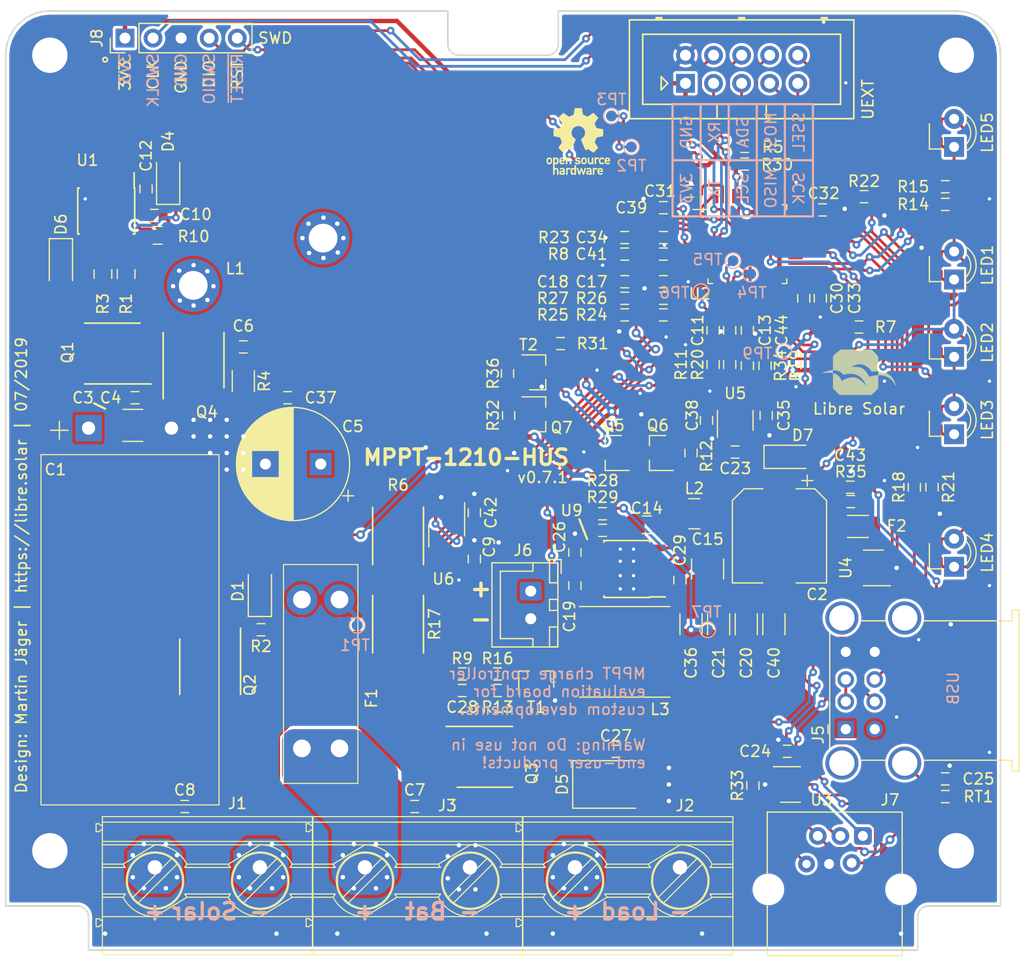
<source format=kicad_pcb>
(kicad_pcb (version 20171130) (host pcbnew 5.1.9)
  (title_block (title "MPPT 1210 HUS") (date 2019-03-24) (rev 0.7.1) (company "Libre Solar") (comment 1 "Licensed under CERN-OHL-W version 2") (comment 2 "Author: Martin Jäger"))
  (layers (0 Top signal) (31 Bottom signal) (34 B.Paste user hide) (35 F.Paste user hide) (36 B.SilkS user hide) (37 F.SilkS user) (38 B.Mask user hide) (39 F.Mask user hide) (44 Edge.Cuts user))
  (net 0 "")
  (net 1 GND)
  (net 2 +3V3)
  (net 3 +5V)
  (net 4 "Net-(C10-Pad1)")
  (net 5 "Net-(C19-Pad1)")
  (net 6 "Net-(C19-Pad2)")
  (net 7 "Net-(D1-Pad1)")
  (net 8 "/DCDC power stage/SW_NODE")
  (net 9 "Net-(C15-Pad1)")
  (net 10 /MCU/~RESET)
  (net 11 /MCU/BOOT0)
  (net 12 "Net-(D1-Pad2)")
  (net 13 /MCU/I2C1_SCL)
  (net 14 /MCU/I2C1_SDA)
  (net 15 /MCU/SPI1_MISO)
  (net 16 /MCU/SPI1_MOSI)
  (net 17 /MCU/SPI1_SCK)
  (net 18 /MCU/SSEL)
  (net 19 "/DCDC power stage/HS_DRV")
  (net 20 "/DCDC power stage/LS_DRV")
  (net 21 "Net-(R11-Pad1)")
  (net 22 "Net-(R13-Pad1)")
  (net 23 "Net-(R20-Pad1)")
  (net 24 "Net-(R28-Pad2)")
  (net 25 /MCU/USART1_TX)
  (net 26 /MCU/USART1_RX)
  (net 27 /MCU/SWDIO)
  (net 28 /MCU/SWCLK)
  (net 29 "/DCDC power stage/SOLAR-")
  (net 30 "/DCDC power stage/BAT+")
  (net 31 "Net-(C35-Pad1)")
  (net 32 "Net-(C25-Pad1)")
  (net 33 /MCU/USART2_TX)
  (net 34 /MCU/USART2_RX)
  (net 35 "Net-(J5-Pad2)")
  (net 36 "Net-(C26-Pad1)")
  (net 37 +12V)
  (net 38 USB_PWR_EN)
  (net 39 PWM_HS)
  (net 40 PWM_LS)
  (net 41 DAC)
  (net 42 V_BAT)
  (net 43 V_SOLAR)
  (net 44 I_LOAD)
  (net 45 I_DCDC)
  (net 46 USB_DM)
  (net 47 USB_DP)
  (net 48 "Net-(U2-Pad28)")
  (net 49 LOAD+)
  (net 50 DCDC_OUT)
  (net 51 "Net-(C6-Pad2)")
  (net 52 LOAD_EN)
  (net 53 "Net-(C23-Pad1)")
  (net 54 "Net-(R16-Pad1)")
  (net 55 "Net-(C28-Pad2)")
  (net 56 LOAD_S)
  (net 57 "Net-(J7-Pad6)")
  (net 58 "Net-(U4-Pad4)")
  (net 59 "Net-(U4-Pad6)")
  (net 60 "Net-(U2-Pad46)")
  (net 61 "Net-(U2-Pad45)")
  (net 62 /MCU/LED_C)
  (net 63 /MCU/LED_B)
  (net 64 /MCU/LED_A)
  (net 65 "Net-(U2-Pad22)")
  (net 66 "Net-(LED4-Pad1)")
  (net 67 "Net-(LED1-Pad2)")
  (net 68 /MCU/TEMP_EXT)
  (net 69 "Net-(J7-Pad3)")
  (net 70 "Net-(J7-Pad2)")
  (net 71 "Net-(C24-Pad1)")
  (net 72 /MCU/TEMP_INT_PD)
  (net 73 VDDA)
  (net 74 /MCU/BUTTON)
  (net 75 T_BAT)
  (net 76 "Net-(U2-Pad6)")
  (net 77 "Net-(U2-Pad5)")
  (net 78 "/DCDC power stage/SOLAR+")
  (net 79 "Net-(Q5-Pad1)")
  (net 80 5V_PG)
  (net 81 "Net-(Q7-Pad1)")
  (net 82 "Net-(Q7-Pad3)")
  (net 83 V_SOLAR_EN)
  (net 84 "Net-(R31-Pad1)")
  (net 85 "Net-(R36-Pad1)")
  (net 86 "Net-(D4-Pad1)")
  (net 87 "Net-(Q1-PadG)")
  (module LibreSolar:L-FERYSTER-DTMSS-27_47uH (layer Top) (at 128.974775 75.185659 20)
    (fp_text reference L1 (at -13.522792 0.095003) (layer F.SilkS) (effects (justify left bottom)))
    (fp_text value 47uH)
    (pad 1 thru_hole circle (at -16.5 0 110) (size 4.8 4.8) (drill 2.6) (layers *.Cu *.Mask) (net 8 "/DCDC power stage/SW_NODE"))
    (pad 2 thru_hole circle (at -4 0 110) (size 4.8 4.8) (drill 2.6) (layers *.Cu *.Mask) (net 50 DCDC_OUT))
  )
  (module LibreSolar:SOIC-8_3.9x4.9mm_Pitch1.27mm (layer Top) (at 105.6 74.1 270)
    (fp_text reference U1 (at -4.6 1.7) (layer F.SilkS))
    (fp_text value LM5109BMA)
    (pad 8 smd roundrect (at 2.7 -1.905 270) (size 1.6 0.6) (layers Top F.Paste F.Mask) (roundrect_rratio 0.2) (net 86 "Net-(D4-Pad1)"))
    (pad 7 smd roundrect (at 2.7 -0.635 270) (size 1.6 0.6) (layers Top F.Paste F.Mask) (roundrect_rratio 0.2) (net 19 "/DCDC power stage/HS_DRV"))
    (pad 6 smd roundrect (at 2.7 0.635 270) (size 1.6 0.6) (layers Top F.Paste F.Mask) (roundrect_rratio 0.2) (net 8 "/DCDC power stage/SW_NODE"))
    (pad 5 smd roundrect (at 2.7 1.905 270) (size 1.6 0.6) (layers Top F.Paste F.Mask) (roundrect_rratio 0.2) (net 20 "/DCDC power stage/LS_DRV"))
    (pad 4 smd roundrect (at -2.7 1.905 270) (size 1.6 0.6) (layers Top F.Paste F.Mask) (roundrect_rratio 0.2) (net 1 GND))
    (pad 3 smd roundrect (at -2.7 0.635 270) (size 1.6 0.6) (layers Top F.Paste F.Mask) (roundrect_rratio 0.2) (net 40 PWM_LS))
    (pad 2 smd roundrect (at -2.7 -0.635 270) (size 1.6 0.6) (layers Top F.Paste F.Mask) (roundrect_rratio 0.2) (net 39 PWM_HS))
    (pad 1 smd roundrect (at -2.7 -1.905 270) (size 1.6 0.6) (layers Top F.Paste F.Mask) (roundrect_rratio 0.2) (net 50 DCDC_OUT))
  )
  (module LibreSolar:SOT-23 (layer Top) (at 144.6 88.7)
    (fp_text reference T2 (at -0.8 -2.5) (layer F.SilkS))
    (fp_text value MMBT3904)
    (pad 1 smd roundrect (at -1.05 -0.95) (size 1 0.9) (layers Top F.Paste F.Mask) (roundrect_rratio 0.2) (net 84 "Net-(R31-Pad1)"))
    (pad 2 smd roundrect (at -1.05 0.95) (size 1 0.9) (layers Top F.Paste F.Mask) (roundrect_rratio 0.2) (net 1 GND))
    (pad 3 smd roundrect (at 1.05 0) (size 1 0.9) (layers Top F.Paste F.Mask) (roundrect_rratio 0.2) (net 85 "Net-(R36-Pad1)"))
  )
  (module LibreSolar:R_0603_1608 (layer Top) (at 141.9 88.8 270)
    (fp_text reference R36 (at 0 1.3 270) (layer F.SilkS))
    (fp_text value 100k)
    (pad 2 smd roundrect (at 0.8 0 270) (size 0.8 0.9) (layers Top F.Paste F.Mask) (roundrect_rratio 0.2) (net 81 "Net-(Q7-Pad1)"))
    (pad 1 smd roundrect (at -0.8 0 270) (size 0.8 0.9) (layers Top F.Paste F.Mask) (roundrect_rratio 0.2) (net 85 "Net-(R36-Pad1)"))
  )
  (module LibreSolar:R_0603_1608 (layer Top) (at 142 92.6 90)
    (fp_text reference R32 (at 0 -1.4 90) (layer F.SilkS))
    (fp_text value 24.9k)
    (pad 1 smd roundrect (at -0.8 0 90) (size 0.8 0.9) (layers Top F.Paste F.Mask) (roundrect_rratio 0.2) (net 78 "/DCDC power stage/SOLAR+"))
    (pad 2 smd roundrect (at 0.8 0 90) (size 0.8 0.9) (layers Top F.Paste F.Mask) (roundrect_rratio 0.2) (net 81 "Net-(Q7-Pad1)"))
  )
  (module LibreSolar:R_0603_1608 (layer Top) (at 146.7 86.1)
    (fp_text reference R31 (at 2.9 0) (layer F.SilkS))
    (fp_text value 10k)
    (pad 2 smd roundrect (at 0.8 0) (size 0.8 0.9) (layers Top F.Paste F.Mask) (roundrect_rratio 0.2) (net 83 V_SOLAR_EN))
    (pad 1 smd roundrect (at -0.8 0) (size 0.8 0.9) (layers Top F.Paste F.Mask) (roundrect_rratio 0.2) (net 84 "Net-(R31-Pad1)"))
  )
  (module LibreSolar:SOT-23 (layer Top) (at 144.6 92.5)
    (fp_text reference Q7 (at 2.2 1.2) (layer F.SilkS))
    (fp_text value BSS83P)
    (pad 1 smd roundrect (at -1.05 -0.95) (size 1 0.9) (layers Top F.Paste F.Mask) (roundrect_rratio 0.2) (net 81 "Net-(Q7-Pad1)"))
    (pad 2 smd roundrect (at -1.05 0.95) (size 1 0.9) (layers Top F.Paste F.Mask) (roundrect_rratio 0.2) (net 78 "/DCDC power stage/SOLAR+"))
    (pad 3 smd roundrect (at 1.05 0) (size 1 0.9) (layers Top F.Paste F.Mask) (roundrect_rratio 0.2) (net 82 "Net-(Q7-Pad3)"))
  )
  (module LibreSolar:LED_0603_D3.0mm (layer Top) (at 180.8 67 90)
    (fp_text reference LED5 (at 0 4.5 90) (layer F.SilkS))
    (fp_text value green)
    (pad 1 smd roundrect (at -0.7875 0 90) (size 0.875 0.95) (layers Top F.Paste F.Mask) (net 62 /MCU/LED_C))
    (pad 2 smd roundrect (at 0.7875 0 90) (size 0.875 0.95) (layers Top F.Paste F.Mask) (net 66 "Net-(LED4-Pad1)"))
    (pad 2 thru_hole circle (at 1.24 1.5 90) (size 1.8 1.8) (drill 0.9) (layers *.Cu *.Mask) (net 66 "Net-(LED4-Pad1)"))
    (pad 1 thru_hole rect (at -1.3 1.5 90) (size 1.8 1.8) (drill 0.9) (layers *.Cu *.Mask) (net 62 /MCU/LED_C))
  )
  (module LibreSolar:LED_0603_D3.0mm (layer Top) (at 180.8 105 90)
    (fp_text reference LED4 (at 0 4.5 90) (layer F.SilkS))
    (fp_text value green)
    (pad 1 smd roundrect (at -0.7875 0 90) (size 0.875 0.95) (layers Top F.Paste F.Mask) (net 66 "Net-(LED4-Pad1)"))
    (pad 2 smd roundrect (at 0.7875 0 90) (size 0.875 0.95) (layers Top F.Paste F.Mask) (net 62 /MCU/LED_C))
    (pad 2 thru_hole circle (at 1.24 1.5 90) (size 1.8 1.8) (drill 0.9) (layers *.Cu *.Mask) (net 62 /MCU/LED_C))
    (pad 1 thru_hole rect (at -1.3 1.5 90) (size 1.8 1.8) (drill 0.9) (layers *.Cu *.Mask) (net 66 "Net-(LED4-Pad1)"))
  )
  (module LibreSolar:LED_0603_D3.0mm (layer Top) (at 180.8 93 90)
    (fp_text reference LED3 (at 0 4.5 90) (layer F.SilkS))
    (fp_text value yellow)
    (pad 1 smd roundrect (at -0.7875 0 90) (size 0.875 0.95) (layers Top F.Paste F.Mask) (net 63 /MCU/LED_B))
    (pad 2 smd roundrect (at 0.7875 0 90) (size 0.875 0.95) (layers Top F.Paste F.Mask) (net 67 "Net-(LED1-Pad2)"))
    (pad 2 thru_hole circle (at 1.24 1.5 90) (size 1.8 1.8) (drill 0.9) (layers *.Cu *.Mask) (net 67 "Net-(LED1-Pad2)"))
    (pad 1 thru_hole rect (at -1.3 1.5 90) (size 1.8 1.8) (drill 0.9) (layers *.Cu *.Mask) (net 63 /MCU/LED_B))
  )
  (module LibreSolar:LED_0603_D3.0mm (layer Top) (at 180.8 86 90)
    (fp_text reference LED2 (at 0 4.5 90) (layer F.SilkS))
    (fp_text value yellow)
    (pad 1 smd roundrect (at -0.7875 0 90) (size 0.875 0.95) (layers Top F.Paste F.Mask) (net 67 "Net-(LED1-Pad2)"))
    (pad 2 smd roundrect (at 0.7875 0 90) (size 0.875 0.95) (layers Top F.Paste F.Mask) (net 62 /MCU/LED_C))
    (pad 2 thru_hole circle (at 1.24 1.5 90) (size 1.8 1.8) (drill 0.9) (layers *.Cu *.Mask) (net 62 /MCU/LED_C))
    (pad 1 thru_hole rect (at -1.3 1.5 90) (size 1.8 1.8) (drill 0.9) (layers *.Cu *.Mask) (net 67 "Net-(LED1-Pad2)"))
  )
  (module LibreSolar:LED_0603_D3.0mm (layer Top) (at 180.8 79 90)
    (fp_text reference LED1 (at 0 4.5 90) (layer F.SilkS))
    (fp_text value yellow)
    (pad 1 smd roundrect (at -0.7875 0 90) (size 0.875 0.95) (layers Top F.Paste F.Mask) (net 62 /MCU/LED_C))
    (pad 2 smd roundrect (at 0.7875 0 90) (size 0.875 0.95) (layers Top F.Paste F.Mask) (net 67 "Net-(LED1-Pad2)"))
    (pad 2 thru_hole circle (at 1.24 1.5 90) (size 1.8 1.8) (drill 0.9) (layers *.Cu *.Mask) (net 67 "Net-(LED1-Pad2)"))
    (pad 1 thru_hole rect (at -1.3 1.5 90) (size 1.8 1.8) (drill 0.9) (layers *.Cu *.Mask) (net 62 /MCU/LED_C))
  )
  (module LibreSolar:R_0603_1608 (layer Top) (at 152.5 76.5)
    (fp_text reference R23 (at -6.4 0) (layer F.SilkS))
    (fp_text value 100k)
    (pad 2 smd roundrect (at 0.8 0) (size 0.8 0.9) (layers Top F.Paste F.Mask) (roundrect_rratio 0.2) (net 80 5V_PG))
    (pad 1 smd roundrect (at -0.8 0) (size 0.8 0.9) (layers Top F.Paste F.Mask) (roundrect_rratio 0.2) (net 1 GND))
  )
  (module LibreSolar:SOT-23 (layer Top) (at 151.5 96 180)
    (fp_text reference Q5 (at 0 2.5 180) (layer F.SilkS))
    (fp_text value BSS83P)
    (pad 1 smd roundrect (at -1.05 -0.95 180) (size 1 0.9) (layers Top F.Paste F.Mask) (roundrect_rratio 0.2) (net 79 "Net-(Q5-Pad1)"))
    (pad 2 smd roundrect (at -1.05 0.95 180) (size 1 0.9) (layers Top F.Paste F.Mask) (roundrect_rratio 0.2) (net 2 +3V3))
    (pad 3 smd roundrect (at 1.05 0 180) (size 1 0.9) (layers Top F.Paste F.Mask) (roundrect_rratio 0.2) (net 80 5V_PG))
  )
  (module LibreSolar:R_0805_2012 (layer Top) (at 110.25 76.3 180)
    (fp_text reference R10 (at -3.25 -0.1) (layer F.SilkS))
    (fp_text value 4.7)
    (pad 2 smd roundrect (at 1 0 180) (size 1.1 1.4) (layers Top F.Paste F.Mask) (roundrect_rratio 0.2) (net 86 "Net-(D4-Pad1)"))
    (pad 1 smd roundrect (at -1 0 180) (size 1.1 1.4) (layers Top F.Paste F.Mask) (roundrect_rratio 0.2) (net 4 "Net-(C10-Pad1)"))
  )
  (module LibreSolar:C_0603_1608 (layer Top) (at 159.9 93.05 270)
    (fp_text reference C38 (at -0.45 1.3 270) (layer F.SilkS))
    (fp_text value 2.2u)
    (pad 2 smd roundrect (at 0.8 0 270) (size 0.8 0.9) (layers Top F.Paste F.Mask) (roundrect_rratio 0.2) (net 1 GND))
    (pad 1 smd roundrect (at -0.8 0 270) (size 0.8 0.9) (layers Top F.Paste F.Mask) (roundrect_rratio 0.2) (net 2 +3V3))
  )
  (module LibreSolar:SOT-23-5 (layer Top) (at 162.5 93.05 90)
    (fp_text reference U5 (at 2.45 0 180) (layer F.SilkS))
    (fp_text value AP2210-3.3)
    (pad 5 smd roundrect (at 1.1 -0.95 90) (size 1.1 0.65) (layers Top F.Paste F.Mask) (roundrect_rratio 0.2) (net 2 +3V3))
    (pad 4 smd roundrect (at 1.1 0.95 90) (size 1.1 0.65) (layers Top F.Paste F.Mask) (roundrect_rratio 0.2) (net 31 "Net-(C35-Pad1)"))
    (pad 3 smd roundrect (at -1.1 0.95 90) (size 1.1 0.65) (layers Top F.Paste F.Mask) (roundrect_rratio 0.2) (net 53 "Net-(C23-Pad1)"))
    (pad 2 smd roundrect (at -1.1 0 90) (size 1.1 0.65) (layers Top F.Paste F.Mask) (roundrect_rratio 0.2) (net 1 GND))
    (pad 1 smd roundrect (at -1.1 -0.95 90) (size 1.1 0.65) (layers Top F.Paste F.Mask) (roundrect_rratio 0.2) (net 53 "Net-(C23-Pad1)"))
  )
  (module LibreSolar:C_0603_1608 (layer Top) (at 162.488226 95.914609)
    (fp_text reference C23 (at 0.011774 1.485391 -180) (layer F.SilkS))
    (fp_text value 2.2u)
    (pad 2 smd roundrect (at 0.8 0) (size 0.8 0.9) (layers Top F.Paste F.Mask) (roundrect_rratio 0.2) (net 1 GND))
    (pad 1 smd roundrect (at -0.8 0) (size 0.8 0.9) (layers Top F.Paste F.Mask) (roundrect_rratio 0.2) (net 53 "Net-(C23-Pad1)"))
  )
  (module LibreSolar:R_0603_1608 (layer Top) (at 165.2 88.1 270)
    (fp_text reference R19 (at 0 -2.8 270) (layer F.SilkS))
    (fp_text value 10k)
    (pad 1 smd roundrect (at -0.8 0 270) (size 0.8 0.9) (layers Top F.Paste F.Mask) (roundrect_rratio 0.2) (net 73 VDDA))
    (pad 2 smd roundrect (at 0.8 0 270) (size 0.8 0.9) (layers Top F.Paste F.Mask) (roundrect_rratio 0.2) (net 68 /MCU/TEMP_EXT))
  )
  (module LibreSolar:Box_Header_2x05x2.54mm_Straight (layer Top) (at 158 62.54)
    (fp_text reference J4 hide)
    (fp_text value UEXT)
    (pad 1 thru_hole rect (at 0 0) (size 1.7 1.7) (drill 1) (layers *.Cu *.Mask) (net 2 +3V3))
    (pad 2 thru_hole circle (at 0 -2.54) (size 1.7 1.7) (drill 1) (layers *.Cu *.Mask) (net 1 GND))
    (pad 3 thru_hole circle (at 2.54 0) (size 1.7 1.7) (drill 1) (layers *.Cu *.Mask) (net 33 /MCU/USART2_TX))
    (pad 4 thru_hole circle (at 2.54 -2.54) (size 1.7 1.7) (drill 1) (layers *.Cu *.Mask) (net 34 /MCU/USART2_RX))
    (pad 5 thru_hole circle (at 5.08 0) (size 1.7 1.7) (drill 1) (layers *.Cu *.Mask) (net 13 /MCU/I2C1_SCL))
    (pad 6 thru_hole circle (at 5.08 -2.54) (size 1.7 1.7) (drill 1) (layers *.Cu *.Mask) (net 14 /MCU/I2C1_SDA))
    (pad 7 thru_hole circle (at 7.62 0) (size 1.7 1.7) (drill 1) (layers *.Cu *.Mask) (net 15 /MCU/SPI1_MISO))
    (pad 8 thru_hole circle (at 7.62 -2.54) (size 1.7 1.7) (drill 1) (layers *.Cu *.Mask) (net 16 /MCU/SPI1_MOSI))
    (pad 9 thru_hole circle (at 10.16 0) (size 1.7 1.7) (drill 1) (layers *.Cu *.Mask) (net 17 /MCU/SPI1_SCK))
    (pad 10 thru_hole circle (at 10.16 -2.54) (size 1.7 1.7) (drill 1) (layers *.Cu *.Mask) (net 18 /MCU/SSEL))
  )
  (module LibreSolar:5X6_MOSFET (layer Top) (at 113.5 88.1)
    (fp_text reference Q4 (at 1.2 4.2) (layer F.SilkS))
    (fp_text value PSMN5R2-60YLX hide)
    (pad D smd rect (at 1.15 -2 90) (size 0.6 0.9) (layers Top F.Paste) (net 8 "/DCDC power stage/SW_NODE"))
    (pad D smd rect (at 0 -2 90) (size 0.6 0.9) (layers Top F.Paste) (net 8 "/DCDC power stage/SW_NODE"))
    (pad D smd rect (at -1.15 -2 90) (size 0.6 0.9) (layers Top F.Paste) (net 8 "/DCDC power stage/SW_NODE"))
    (pad D smd rect (at -1.15 -0.3 90) (size 0.6 0.9) (layers Top F.Paste) (net 8 "/DCDC power stage/SW_NODE"))
    (pad D smd rect (at -1.15 0.55 90) (size 0.6 0.9) (layers Top F.Paste) (net 8 "/DCDC power stage/SW_NODE"))
    (pad D smd rect (at -1.15 -1.15 90) (size 0.6 0.9) (layers Top F.Paste) (net 8 "/DCDC power stage/SW_NODE"))
    (pad D smd rect (at 1.15 -0.3 90) (size 0.6 0.9) (layers Top F.Paste) (net 8 "/DCDC power stage/SW_NODE"))
    (pad D smd rect (at 1.15 0.55 90) (size 0.6 0.9) (layers Top F.Paste) (net 8 "/DCDC power stage/SW_NODE"))
    (pad D smd rect (at 1.15 -1.15 90) (size 0.6 0.9) (layers Top F.Paste) (net 8 "/DCDC power stage/SW_NODE"))
    (pad D smd rect (at 0 -1.15 90) (size 0.6 0.9) (layers Top F.Paste) (net 8 "/DCDC power stage/SW_NODE"))
    (pad D smd rect (at 0 0.55 90) (size 0.6 0.9) (layers Top F.Paste) (net 8 "/DCDC power stage/SW_NODE"))
    (pad D smd rect (at -1.875 -3) (size 0.6 0.9) (layers Top F.Paste) (net 8 "/DCDC power stage/SW_NODE"))
    (pad D smd rect (at 1.875 -3) (size 0.6 0.9) (layers Top F.Paste) (net 8 "/DCDC power stage/SW_NODE"))
    (pad D smd rect (at -0.6 -3) (size 0.6 0.9) (layers Top F.Paste) (net 8 "/DCDC power stage/SW_NODE"))
    (pad S smd rect (at -0.635 2.725) (size 0.7 1.15) (layers Top F.Paste F.Mask) (net 1 GND))
    (pad S smd rect (at -1.905 2.725) (size 0.7 1.15) (layers Top F.Paste F.Mask) (net 1 GND))
    (pad S smd rect (at 0.635 2.725) (size 0.7 1.15) (layers Top F.Paste F.Mask) (net 1 GND))
    (pad D smd rect (at 0 -2.75) (size 4.7 1.55) (layers Top F.Mask) (net 8 "/DCDC power stage/SW_NODE"))
    (pad D smd rect (at 0 -0.45) (size 4.2 3.1) (layers Top F.Mask) (net 8 "/DCDC power stage/SW_NODE"))
    (pad G smd rect (at 1.905 2.725) (size 0.7 1.15) (layers Top F.Paste F.Mask) (net 12 "Net-(D1-Pad2)"))
    (pad D smd rect (at 0.6 -3) (size 0.6 0.9) (layers Top F.Paste) (net 8 "/DCDC power stage/SW_NODE"))
    (pad D smd rect (at 0 -0.3 90) (size 0.6 0.9) (layers Top F.Paste) (net 8 "/DCDC power stage/SW_NODE"))
  )
  (module LibreSolar:5X6_MOSFET (layer Top) (at 139.35 123.5 270)
    (fp_text reference Q3 (at 1.5 -4.75 270) (layer F.SilkS))
    (fp_text value BSC084P03NS3 hide)
    (pad D smd rect (at 1.15 -2) (size 0.6 0.9) (layers Top F.Paste) (net 49 LOAD+))
    (pad D smd rect (at 0 -2) (size 0.6 0.9) (layers Top F.Paste) (net 49 LOAD+))
    (pad D smd rect (at -1.15 -2) (size 0.6 0.9) (layers Top F.Paste) (net 49 LOAD+))
    (pad D smd rect (at -1.15 -0.3) (size 0.6 0.9) (layers Top F.Paste) (net 49 LOAD+))
    (pad D smd rect (at -1.15 0.55) (size 0.6 0.9) (layers Top F.Paste) (net 49 LOAD+))
    (pad D smd rect (at -1.15 -1.15) (size 0.6 0.9) (layers Top F.Paste) (net 49 LOAD+))
    (pad D smd rect (at 1.15 -0.3) (size 0.6 0.9) (layers Top F.Paste) (net 49 LOAD+))
    (pad D smd rect (at 1.15 0.55) (size 0.6 0.9) (layers Top F.Paste) (net 49 LOAD+))
    (pad D smd rect (at 1.15 -1.15) (size 0.6 0.9) (layers Top F.Paste) (net 49 LOAD+))
    (pad D smd rect (at 0 -1.15) (size 0.6 0.9) (layers Top F.Paste) (net 49 LOAD+))
    (pad D smd rect (at 0 0.55) (size 0.6 0.9) (layers Top F.Paste) (net 49 LOAD+))
    (pad D smd rect (at -1.875 -3 270) (size 0.6 0.9) (layers Top F.Paste) (net 49 LOAD+))
    (pad D smd rect (at 1.875 -3 270) (size 0.6 0.9) (layers Top F.Paste) (net 49 LOAD+))
    (pad D smd rect (at -0.6 -3 270) (size 0.6 0.9) (layers Top F.Paste) (net 49 LOAD+))
    (pad S smd rect (at -0.635 2.725 270) (size 0.7 1.15) (layers Top F.Paste F.Mask) (net 56 LOAD_S))
    (pad S smd rect (at -1.905 2.725 270) (size 0.7 1.15) (layers Top F.Paste F.Mask) (net 56 LOAD_S))
    (pad S smd rect (at 0.635 2.725 270) (size 0.7 1.15) (layers Top F.Paste F.Mask) (net 56 LOAD_S))
    (pad D smd rect (at 0 -2.75 270) (size 4.7 1.55) (layers Top F.Mask) (net 49 LOAD+))
    (pad D smd rect (at 0 -0.45 270) (size 4.2 3.1) (layers Top F.Mask) (net 49 LOAD+))
    (pad G smd rect (at 1.905 2.725 270) (size 0.7 1.15) (layers Top F.Paste F.Mask) (net 55 "Net-(C28-Pad2)"))
    (pad D smd rect (at 0.6 -3 270) (size 0.6 0.9) (layers Top F.Paste) (net 49 LOAD+))
    (pad D smd rect (at 0 -0.3) (size 0.6 0.9) (layers Top F.Paste) (net 49 LOAD+))
  )
  (module LibreSolar:5X6_MOSFET (layer Top) (at 115 114.85 180)
    (fp_text reference Q2 (at -3.6 -2.15 90) (layer F.SilkS))
    (fp_text value PSMN5R2-60YLX hide)
    (pad D smd rect (at 1.15 -2 270) (size 0.6 0.9) (layers Top F.Paste) (net 29 "/DCDC power stage/SOLAR-"))
    (pad D smd rect (at 0 -2 270) (size 0.6 0.9) (layers Top F.Paste) (net 29 "/DCDC power stage/SOLAR-"))
    (pad D smd rect (at -1.15 -2 270) (size 0.6 0.9) (layers Top F.Paste) (net 29 "/DCDC power stage/SOLAR-"))
    (pad D smd rect (at -1.15 -0.3 270) (size 0.6 0.9) (layers Top F.Paste) (net 29 "/DCDC power stage/SOLAR-"))
    (pad D smd rect (at -1.15 0.55 270) (size 0.6 0.9) (layers Top F.Paste) (net 29 "/DCDC power stage/SOLAR-"))
    (pad D smd rect (at -1.15 -1.15 270) (size 0.6 0.9) (layers Top F.Paste) (net 29 "/DCDC power stage/SOLAR-"))
    (pad D smd rect (at 1.15 -0.3 270) (size 0.6 0.9) (layers Top F.Paste) (net 29 "/DCDC power stage/SOLAR-"))
    (pad D smd rect (at 1.15 0.55 270) (size 0.6 0.9) (layers Top F.Paste) (net 29 "/DCDC power stage/SOLAR-"))
    (pad D smd rect (at 1.15 -1.15 270) (size 0.6 0.9) (layers Top F.Paste) (net 29 "/DCDC power stage/SOLAR-"))
    (pad D smd rect (at 0 -1.15 270) (size 0.6 0.9) (layers Top F.Paste) (net 29 "/DCDC power stage/SOLAR-"))
    (pad D smd rect (at 0 0.55 270) (size 0.6 0.9) (layers Top F.Paste) (net 29 "/DCDC power stage/SOLAR-"))
    (pad D smd rect (at -1.875 -3 180) (size 0.6 0.9) (layers Top F.Paste) (net 29 "/DCDC power stage/SOLAR-"))
    (pad D smd rect (at 1.875 -3 180) (size 0.6 0.9) (layers Top F.Paste) (net 29 "/DCDC power stage/SOLAR-"))
    (pad D smd rect (at -0.6 -3 180) (size 0.6 0.9) (layers Top F.Paste) (net 29 "/DCDC power stage/SOLAR-"))
    (pad S smd rect (at -0.635 2.725 180) (size 0.7 1.15) (layers Top F.Paste F.Mask) (net 1 GND))
    (pad S smd rect (at -1.905 2.725 180) (size 0.7 1.15) (layers Top F.Paste F.Mask) (net 1 GND))
    (pad S smd rect (at 0.635 2.725 180) (size 0.7 1.15) (layers Top F.Paste F.Mask) (net 1 GND))
    (pad D smd rect (at 0 -2.75 180) (size 4.7 1.55) (layers Top F.Mask) (net 29 "/DCDC power stage/SOLAR-"))
    (pad D smd rect (at 0 -0.45 180) (size 4.2 3.1) (layers Top F.Mask) (net 29 "/DCDC power stage/SOLAR-"))
    (pad G smd rect (at 1.905 2.725 180) (size 0.7 1.15) (layers Top F.Paste F.Mask) (net 7 "Net-(D1-Pad1)"))
    (pad D smd rect (at 0.6 -3 180) (size 0.6 0.9) (layers Top F.Paste) (net 29 "/DCDC power stage/SOLAR-"))
    (pad D smd rect (at 0 -0.3 270) (size 0.6 0.9) (layers Top F.Paste) (net 29 "/DCDC power stage/SOLAR-"))
  )
  (module LibreSolar:5X6_MOSFET (layer Top) (at 106.65 87 90)
    (fp_text reference Q1 (at 0.1 -4.55 90) (layer F.SilkS))
    (fp_text value PSMN5R2-60YLX hide)
    (pad D smd rect (at 1.15 -2 180) (size 0.6 0.9) (layers Top F.Paste) (net 78 "/DCDC power stage/SOLAR+"))
    (pad D smd rect (at 0 -2 180) (size 0.6 0.9) (layers Top F.Paste) (net 78 "/DCDC power stage/SOLAR+"))
    (pad D smd rect (at -1.15 -2 180) (size 0.6 0.9) (layers Top F.Paste) (net 78 "/DCDC power stage/SOLAR+"))
    (pad D smd rect (at -1.15 -0.3 180) (size 0.6 0.9) (layers Top F.Paste) (net 78 "/DCDC power stage/SOLAR+"))
    (pad D smd rect (at -1.15 0.55 180) (size 0.6 0.9) (layers Top F.Paste) (net 78 "/DCDC power stage/SOLAR+"))
    (pad D smd rect (at -1.15 -1.15 180) (size 0.6 0.9) (layers Top F.Paste) (net 78 "/DCDC power stage/SOLAR+"))
    (pad D smd rect (at 1.15 -0.3 180) (size 0.6 0.9) (layers Top F.Paste) (net 78 "/DCDC power stage/SOLAR+"))
    (pad D smd rect (at 1.15 0.55 180) (size 0.6 0.9) (layers Top F.Paste) (net 78 "/DCDC power stage/SOLAR+"))
    (pad D smd rect (at 1.15 -1.15 180) (size 0.6 0.9) (layers Top F.Paste) (net 78 "/DCDC power stage/SOLAR+"))
    (pad D smd rect (at 0 -1.15 180) (size 0.6 0.9) (layers Top F.Paste) (net 78 "/DCDC power stage/SOLAR+"))
    (pad D smd rect (at 0 0.55 180) (size 0.6 0.9) (layers Top F.Paste) (net 78 "/DCDC power stage/SOLAR+"))
    (pad D smd rect (at -1.875 -3 90) (size 0.6 0.9) (layers Top F.Paste) (net 78 "/DCDC power stage/SOLAR+"))
    (pad D smd rect (at 1.875 -3 90) (size 0.6 0.9) (layers Top F.Paste) (net 78 "/DCDC power stage/SOLAR+"))
    (pad D smd rect (at -0.6 -3 90) (size 0.6 0.9) (layers Top F.Paste) (net 78 "/DCDC power stage/SOLAR+"))
    (pad S smd rect (at -0.635 2.725 90) (size 0.7 1.15) (layers Top F.Paste F.Mask) (net 8 "/DCDC power stage/SW_NODE"))
    (pad S smd rect (at -1.905 2.725 90) (size 0.7 1.15) (layers Top F.Paste F.Mask) (net 8 "/DCDC power stage/SW_NODE"))
    (pad S smd rect (at 0.635 2.725 90) (size 0.7 1.15) (layers Top F.Paste F.Mask) (net 8 "/DCDC power stage/SW_NODE"))
    (pad D smd rect (at 0 -2.75 90) (size 4.7 1.55) (layers Top F.Mask) (net 78 "/DCDC power stage/SOLAR+"))
    (pad D smd rect (at 0 -0.45 90) (size 4.2 3.1) (layers Top F.Mask) (net 78 "/DCDC power stage/SOLAR+"))
    (pad G smd rect (at 1.905 2.725 90) (size 0.7 1.15) (layers Top F.Paste F.Mask) (net 87 "Net-(Q1-PadG)"))
    (pad D smd rect (at 0.6 -3 90) (size 0.6 0.9) (layers Top F.Paste) (net 78 "/DCDC power stage/SOLAR+"))
    (pad D smd rect (at 0 -0.3 180) (size 0.6 0.9) (layers Top F.Paste) (net 78 "/DCDC power stage/SOLAR+"))
  )
  (module LibreSolar:USB_A_Wuerth_61400826021_Horizontal_Stacked (layer Top) (at 172.5 121 90)
    (fp_text reference J5 (at -0.5 -2.5 90) (layer F.SilkS))
    (fp_text value USB_A_stacked)
    (pad 8 thru_hole circle (at 7 2.62 90) (size 1.5 1.5) (drill 0.92) (layers *.Cu *.Mask) (net 1 GND))
    (pad 7 thru_hole circle (at 4.5 2.62 90) (size 1.5 1.5) (drill 0.92) (layers *.Cu *.Mask) (net 47 USB_DP))
    (pad 6 thru_hole circle (at 2.5 2.62 90) (size 1.5 1.5) (drill 0.92) (layers *.Cu *.Mask) (net 46 USB_DM))
    (pad 5 thru_hole circle (at 0 2.62 90) (size 1.5 1.5) (drill 0.92) (layers *.Cu *.Mask) (net 3 +5V))
    (pad ~ thru_hole circle (at 10.07 5.33 90) (size 3 3) (drill 2.3) (layers *.Cu *.Mask))
    (pad 9 thru_hole circle (at -3.07 5.33 90) (size 3 3) (drill 2.3) (layers *.Cu *.Mask) (net 32 "Net-(C25-Pad1)"))
    (pad 4 thru_hole circle (at 7 0 90) (size 1.5 1.5) (drill 0.92) (layers *.Cu *.Mask) (net 1 GND))
    (pad 3 thru_hole circle (at 4.5 0 90) (size 1.5 1.5) (drill 0.92) (layers *.Cu *.Mask) (net 35 "Net-(J5-Pad2)"))
    (pad 2 thru_hole circle (at 2.5 0 90) (size 1.5 1.5) (drill 0.92) (layers *.Cu *.Mask) (net 35 "Net-(J5-Pad2)"))
    (pad 1 thru_hole rect (at 0 0 90) (size 1.5 1.5) (drill 0.92) (layers *.Cu *.Mask) (net 3 +5V))
    (pad ~ thru_hole circle (at -3.07 -0.35 90) (size 3 3) (drill 2.3) (layers *.Cu *.Mask))
    (pad ~ thru_hole circle (at 10.07 -0.35 90) (size 3 3) (drill 2.3) (layers *.Cu *.Mask))
  )
  (module LibreSolar:R_0603_1608 (layer Top) (at 180.3 99.1 90)
    (fp_text reference R21 (at 0 1.5 90) (layer F.SilkS))
    (fp_text value 470)
    (pad 1 smd roundrect (at -0.8 0 90) (size 0.8 0.9) (layers Top F.Paste F.Mask) (roundrect_rratio 0.2) (net 69 "Net-(J7-Pad3)"))
    (pad 2 smd roundrect (at 0.8 0 90) (size 0.8 0.9) (layers Top F.Paste F.Mask) (roundrect_rratio 0.2) (net 25 /MCU/USART1_TX))
  )
  (module LibreSolar:C_0603_1608 (layer Top) (at 163.6 84.9 270)
    (fp_text reference C44 (at 0 -3.1 270) (layer F.SilkS))
    (fp_text value 10n)
    (pad 1 smd roundrect (at -0.8 0 270) (size 0.8 0.9) (layers Top F.Paste F.Mask) (roundrect_rratio 0.2) (net 75 T_BAT))
    (pad 2 smd roundrect (at 0.8 0 270) (size 0.8 0.9) (layers Top F.Paste F.Mask) (roundrect_rratio 0.2) (net 1 GND))
  )
  (module LibreSolar:C_0603_1608 (layer Top) (at 172.9 99.1 180)
    (fp_text reference C43 (at 0 2.9 180) (layer F.SilkS))
    (fp_text value 100n)
    (pad 2 smd roundrect (at 0.8 0 180) (size 0.8 0.9) (layers Top F.Paste F.Mask) (roundrect_rratio 0.2) (net 1 GND))
    (pad 1 smd roundrect (at -0.8 0 180) (size 0.8 0.9) (layers Top F.Paste F.Mask) (roundrect_rratio 0.2) (net 11 /MCU/BOOT0))
  )
  (module LibreSolar:C_0603_1608 (layer Top) (at 167.2 123 180)
    (fp_text reference C24 (at 2.9 0 180) (layer F.SilkS))
    (fp_text value 100n)
    (pad 1 smd roundrect (at -0.8 0 180) (size 0.8 0.9) (layers Top F.Paste F.Mask) (roundrect_rratio 0.2) (net 71 "Net-(C24-Pad1)"))
    (pad 2 smd roundrect (at 0.8 0 180) (size 0.8 0.9) (layers Top F.Paste F.Mask) (roundrect_rratio 0.2) (net 1 GND))
  )
  (module LibreSolar:R_0603_1608 (layer Top) (at 178.7 99.1 90)
    (fp_text reference R18 (at 0 -1.4 90) (layer F.SilkS))
    (fp_text value 470)
    (pad 1 smd roundrect (at -0.8 0 90) (size 0.8 0.9) (layers Top F.Paste F.Mask) (roundrect_rratio 0.2) (net 70 "Net-(J7-Pad2)"))
    (pad 2 smd roundrect (at 0.8 0 90) (size 0.8 0.9) (layers Top F.Paste F.Mask) (roundrect_rratio 0.2) (net 26 /MCU/USART1_RX))
  )
  (module LibreSolar:R_0603_1608 (layer Top) (at 174.15 72.8)
    (fp_text reference R22 (at 0 -1.4) (layer F.SilkS))
    (fp_text value 100k)
    (pad 2 smd roundrect (at 0.8 0) (size 0.8 0.9) (layers Top F.Paste F.Mask) (roundrect_rratio 0.2) (net 26 /MCU/USART1_RX))
    (pad 1 smd roundrect (at -0.8 0) (size 0.8 0.9) (layers Top F.Paste F.Mask) (roundrect_rratio 0.2) (net 2 +3V3))
  )
  (module LibreSolar:R_0603_1608 (layer Top) (at 164.1 126.1 90)
    (fp_text reference R33 (at 0 -1.4 90) (layer F.SilkS))
    (fp_text value 2.2k)
    (pad 2 smd roundrect (at 0.8 0 90) (size 0.8 0.9) (layers Top F.Paste F.Mask) (roundrect_rratio 0.2) (net 11 /MCU/BOOT0))
    (pad 1 smd roundrect (at -0.8 0 90) (size 0.8 0.9) (layers Top F.Paste F.Mask) (roundrect_rratio 0.2) (net 57 "Net-(J7-Pad6)"))
  )
  (module LibreSolar:R_0603_1608 (layer Top) (at 163.6 88.1 90)
    (fp_text reference R34 (at 0 3 90) (layer F.SilkS))
    (fp_text value 2.2k)
    (pad 1 smd roundrect (at -0.8 0 90) (size 0.8 0.9) (layers Top F.Paste F.Mask) (roundrect_rratio 0.2) (net 68 /MCU/TEMP_EXT))
    (pad 2 smd roundrect (at 0.8 0 90) (size 0.8 0.9) (layers Top F.Paste F.Mask) (roundrect_rratio 0.2) (net 75 T_BAT))
  )
  (module LibreSolar:R_0603_1608 (layer Top) (at 172.95 100.4)
    (fp_text reference R35 (at 0 -2.7) (layer F.SilkS))
    (fp_text value 100k)
    (pad 2 smd roundrect (at 0.8 0) (size 0.8 0.9) (layers Top F.Paste F.Mask) (roundrect_rratio 0.2) (net 11 /MCU/BOOT0))
    (pad 1 smd roundrect (at -0.8 0) (size 0.8 0.9) (layers Top F.Paste F.Mask) (roundrect_rratio 0.2) (net 1 GND))
  )
  (module LibreSolar:R_0603_1608 (layer Top) (at 181.5 127.1)
    (fp_text reference RT1 (at 3 0) (layer F.SilkS))
    (fp_text value "10k NTC")
    (pad 1 smd roundrect (at -0.8 0) (size 0.8 0.9) (layers Top F.Paste F.Mask) (roundrect_rratio 0.2) (net 68 /MCU/TEMP_EXT))
    (pad 2 smd roundrect (at 0.8 0) (size 0.8 0.9) (layers Top F.Paste F.Mask) (roundrect_rratio 0.2) (net 72 /MCU/TEMP_INT_PD))
  )
  (module LibreSolar:R_1206_3216 (layer Top) (at 173.6 102.65 180)
    (fp_text reference F2 (at -3.5 0.05 180) (layer F.SilkS))
    (fp_text value 50mA)
    (pad 1 smd roundrect (at -1.5 0 180) (size 1 1.8) (layers Top F.Paste F.Mask) (roundrect_rratio 0.2) (net 71 "Net-(C24-Pad1)"))
    (pad 2 smd roundrect (at 1.5 0 180) (size 1 1.8) (layers Top F.Paste F.Mask) (roundrect_rratio 0.2) (net 2 +3V3))
  )
  (module LibreSolar:SOT-23-6 (layer Top) (at 167.5 126)
    (fp_text reference U3 (at 2.8 1.4) (layer F.SilkS))
    (fp_text value D1213A-04SO)
    (pad 1 smd roundrect (at -1.1 -0.95) (size 1.1 0.65) (layers Top F.Paste F.Mask) (roundrect_rratio 0.2) (net 68 /MCU/TEMP_EXT))
    (pad 2 smd roundrect (at -1.1 0) (size 1.1 0.65) (layers Top F.Paste F.Mask) (roundrect_rratio 0.2) (net 1 GND))
    (pad 3 smd roundrect (at -1.1 0.95) (size 1.1 0.65) (layers Top F.Paste F.Mask) (roundrect_rratio 0.2) (net 57 "Net-(J7-Pad6)"))
    (pad 4 smd roundrect (at 1.1 0.95) (size 1.1 0.65) (layers Top F.Paste F.Mask) (roundrect_rratio 0.2) (net 69 "Net-(J7-Pad3)"))
    (pad 6 smd roundrect (at 1.1 -0.95) (size 1.1 0.65) (layers Top F.Paste F.Mask) (roundrect_rratio 0.2) (net 70 "Net-(J7-Pad2)"))
    (pad 5 smd roundrect (at 1.1 0) (size 1.1 0.65) (layers Top F.Paste F.Mask) (roundrect_rratio 0.2) (net 71 "Net-(C24-Pad1)"))
  )
  (module Connector_JST:JST_XH_B02B-XH-A_1x02_P2.50mm_Vertical (layer Top) (at 144 108.5 270)
    (fp_text reference J6 (at -3.7 0.7 180) (layer F.SilkS))
    (fp_text value PWR_12V)
    (pad 1 thru_hole roundrect (at 0 0 270) (size 1.7 2) (drill 1) (layers *.Cu *.Mask) (roundrect_rratio 0.147059) (net 56 LOAD_S))
    (pad 2 thru_hole oval (at 2.5 0 270) (size 1.7 2) (drill 1) (layers *.Cu *.Mask) (net 1 GND))
  )
  (module LibreSolar:R_0603_1608 (layer Top) (at 181.5 71.9)
    (fp_text reference R15 (at -2.9 0) (layer F.SilkS))
    (fp_text value 470)
    (pad 1 smd roundrect (at -0.8 0) (size 0.8 0.9) (layers Top F.Paste F.Mask) (roundrect_rratio 0.2) (net 63 /MCU/LED_B))
    (pad 2 smd roundrect (at 0.8 0) (size 0.8 0.9) (layers Top F.Paste F.Mask) (roundrect_rratio 0.2) (net 66 "Net-(LED4-Pad1)"))
  )
  (module LibreSolar:R_0603_1608 (layer Top) (at 181.5 73.5)
    (fp_text reference R14 (at -2.9 0) (layer F.SilkS))
    (fp_text value 470)
    (pad 2 smd roundrect (at 0.8 0) (size 0.8 0.9) (layers Top F.Paste F.Mask) (roundrect_rratio 0.2) (net 67 "Net-(LED1-Pad2)"))
    (pad 1 smd roundrect (at -0.8 0) (size 0.8 0.9) (layers Top F.Paste F.Mask) (roundrect_rratio 0.2) (net 64 /MCU/LED_A))
  )
  (module LibreSolar:RJ25_6P6C_TabUp (layer Top) (at 171.5 135.5)
    (fp_text reference J7 (at 5 -8.1) (layer F.SilkS))
    (fp_text value 6P6C)
    (pad "" np_thru_hole circle (at 6 0) (size 2.36 2.36) (drill 2.36) (layers *.Cu *.Mask))
    (pad 6 thru_hole circle (at -2.55 -2.3) (size 1.52 1.52) (drill 0.76) (layers *.Cu *.Mask) (net 57 "Net-(J7-Pad6)"))
    (pad 5 thru_hole circle (at -1.53 -4.84) (size 1.6 1.6) (drill 0.9) (layers *.Cu *.Mask) (net 68 /MCU/TEMP_EXT))
    (pad 4 thru_hole circle (at -0.51 -2.3) (size 1.6 1.6) (drill 0.9) (layers *.Cu *.Mask) (net 1 GND))
    (pad 3 thru_hole circle (at 0.51 -4.84) (size 1.6 1.6) (drill 0.9) (layers *.Cu *.Mask) (net 69 "Net-(J7-Pad3)"))
    (pad 2 thru_hole circle (at 1.53 -2.4) (size 1.6 1.6) (drill 0.9) (layers *.Cu *.Mask) (net 70 "Net-(J7-Pad2)"))
    (pad "" np_thru_hole circle (at -6 0) (size 2.36 2.36) (drill 2.36) (layers *.Cu *.Mask))
    (pad 1 thru_hole roundrect (at 2.55 -4.84) (size 1.6 1.6) (drill 0.9) (layers *.Cu *.Mask) (roundrect_rratio 0.2) (net 71 "Net-(C24-Pad1)"))
  )
  (module Connector_PinHeader_2.54mm:PinHeader_1x05_P2.54mm_Vertical (layer Top) (at 107.295 58.45 90)
    (fp_text reference J8 (at 0 -2.54 90) (layer F.SilkS))
    (fp_text value ST_Nucleo_SWD)
    (pad 1 thru_hole rect (at 0 0 90) (size 1.7 1.7) (drill 1) (layers *.Cu *.Mask) (net 2 +3V3))
    (pad 2 thru_hole oval (at 0 2.54 90) (size 1.7 1.7) (drill 1) (layers *.Cu *.Mask) (net 28 /MCU/SWCLK))
    (pad 3 thru_hole oval (at 0 5.08 90) (size 1.7 1.7) (drill 1) (layers *.Cu *.Mask) (net 1 GND))
    (pad 4 thru_hole oval (at 0 7.62 90) (size 1.7 1.7) (drill 1) (layers *.Cu *.Mask) (net 27 /MCU/SWDIO))
    (pad 5 thru_hole oval (at 0 10.16 90) (size 1.7 1.7) (drill 1) (layers *.Cu *.Mask) (net 10 /MCU/~RESET))
  )
  (module LibreSolar:C_0603_1608 (layer Top) (at 156 78)
    (fp_text reference C41 (at -6.5 0) (layer F.SilkS))
    (fp_text value 10n)
    (pad 1 smd roundrect (at -0.8 0) (size 0.8 0.9) (layers Top F.Paste F.Mask) (roundrect_rratio 0.2) (net 73 VDDA))
    (pad 2 smd roundrect (at 0.8 0) (size 0.8 0.9) (layers Top F.Paste F.Mask) (roundrect_rratio 0.2) (net 1 GND))
  )
  (module LibreSolar:R_0603_1608 (layer Top) (at 152.5 78)
    (fp_text reference R8 (at -6 0) (layer F.SilkS))
    (fp_text value 100)
    (pad 1 smd roundrect (at -0.8 0) (size 0.8 0.9) (layers Top F.Paste F.Mask) (roundrect_rratio 0.2) (net 2 +3V3))
    (pad 2 smd roundrect (at 0.8 0) (size 0.8 0.9) (layers Top F.Paste F.Mask) (roundrect_rratio 0.2) (net 73 VDDA))
  )
  (module LibreSolar:KEYSTONE-FUSE-3557-2 (layer Top) (at 125 116 270)
    (fp_text reference F1 (at 1.2 -4 270) (layer F.SilkS) (effects (justify right top)))
    (fp_text value 25A hide)
    (pad 1 thru_hole circle (at -6.735 -1.7) (size 2.8 2.8) (drill 1.6) (layers *.Cu *.Mask) (net 37 +12V))
    (pad 1 thru_hole circle (at -6.735 1.7) (size 2.8 2.8) (drill 1.6) (layers *.Cu *.Mask) (net 37 +12V))
    (pad 2 thru_hole circle (at 6.735 -1.7) (size 2.8 2.8) (drill 1.6) (layers *.Cu *.Mask) (net 30 "/DCDC power stage/BAT+"))
    (pad 2 thru_hole circle (at 6.735 1.7) (size 2.8 2.8) (drill 1.6) (layers *.Cu *.Mask) (net 30 "/DCDC power stage/BAT+"))
  )
  (module LibreSolar:Phoenix_Contact_MKDS_5-2-952 (layer Top) (at 148 133.5)
    (fp_text reference J2 (at 9 -5) (layer F.SilkS) (effects (justify left bottom)))
    (fp_text value MKDS_5-2_952 hide)
    (pad 1 thru_hole circle (at 0 0) (size 2.5 2.5) (drill 1.3) (layers *.Cu *.Mask) (net 49 LOAD+))
    (pad 2 thru_hole circle (at 9.5 0) (size 2.5 2.5) (drill 1.3) (layers *.Cu *.Mask) (net 1 GND))
  )
  (module LibreSolar:Phoenix_Contact_MKDS_5-2-952 (layer Top) (at 129 133.5)
    (fp_text reference J3 (at 6.5 -5) (layer F.SilkS) (effects (justify left bottom)))
    (fp_text value MKDS_5-2_952 hide)
    (pad 2 thru_hole circle (at 9.5 0) (size 2.5 2.5) (drill 1.3) (layers *.Cu *.Mask) (net 1 GND))
    (pad 1 thru_hole circle (at 0 0) (size 2.5 2.5) (drill 1.3) (layers *.Cu *.Mask) (net 30 "/DCDC power stage/BAT+"))
  )
  (module LibreSolar:Phoenix_Contact_MKDS_5-2-952 (layer Top) (at 110 133.5)
    (fp_text reference J1 (at 6.5 -5.2) (layer F.SilkS) (effects (justify left bottom)))
    (fp_text value MKDS_5-2_952 hide)
    (pad 1 thru_hole circle (at 0 0) (size 2.5 2.5) (drill 1.3) (layers *.Cu *.Mask) (net 78 "/DCDC power stage/SOLAR+"))
    (pad 2 thru_hole circle (at 9.5 0) (size 2.5 2.5) (drill 1.3) (layers *.Cu *.Mask) (net 29 "/DCDC power stage/SOLAR-"))
  )
  (module LibreSolar:R_0603_1608 (layer Top) (at 173.7 84.6)
    (fp_text reference R7 (at 2.4 0) (layer F.SilkS))
    (fp_text value 2.2k)
    (pad 1 smd roundrect (at -0.8 0) (size 0.8 0.9) (layers Top F.Paste F.Mask) (roundrect_rratio 0.2) (net 74 /MCU/BUTTON))
    (pad 2 smd roundrect (at 0.8 0) (size 0.8 0.9) (layers Top F.Paste F.Mask) (roundrect_rratio 0.2) (net 11 /MCU/BOOT0))
  )
  (module LibreSolar:SOT-23 (layer Top) (at 144.5 116.5 90)
    (fp_text reference T1 (at -2.5 0 180) (layer F.SilkS))
    (fp_text value MMBT3904)
    (pad 1 smd roundrect (at -1.05 -0.95 90) (size 1 0.9) (layers Top F.Paste F.Mask) (roundrect_rratio 0.2) (net 22 "Net-(R13-Pad1)"))
    (pad 2 smd roundrect (at -1.05 0.95 90) (size 1 0.9) (layers Top F.Paste F.Mask) (roundrect_rratio 0.2) (net 1 GND))
    (pad 3 smd roundrect (at 1.05 0 90) (size 1 0.9) (layers Top F.Paste F.Mask) (roundrect_rratio 0.2) (net 54 "Net-(R16-Pad1)"))
  )
  (module TestPoint:TestPoint_Pad_D1.0mm (layer Bottom) (at 166.9 86.8 180)
    (fp_text reference TP9 (at 2.4 -0.2 180) (layer B.SilkS) (effects (justify mirror)))
    (fp_text value Test_Point_Probe)
    (pad 1 smd circle (at 0 0 180) (size 1 1) (layers Bottom B.Mask) (net 2 +3V3))
  )
  (module TestPoint:TestPoint_Pad_D1.0mm (layer Bottom) (at 160 112 180)
    (fp_text reference TP7 (at 0.1 1.6 180) (layer B.SilkS) (effects (justify mirror)))
    (fp_text value Test_Point_Probe)
    (pad 1 smd circle (at 0 0 180) (size 1 1) (layers Bottom B.Mask) (net 3 +5V))
  )
  (module TestPoint:TestPoint_Pad_D1.0mm (layer Bottom) (at 159.4 81.4 180)
    (fp_text reference TP6 (at 2.4 -0.1 180) (layer B.SilkS) (effects (justify mirror)))
    (fp_text value Test_Point_Probe)
    (pad 1 smd circle (at 0 0 180) (size 1 1) (layers Bottom B.Mask) (net 41 DAC))
  )
  (module TestPoint:TestPoint_Pad_D1.0mm (layer Bottom) (at 162.3 78.6 180)
    (fp_text reference TP5 (at 2.3 0.1 180) (layer B.SilkS) (effects (justify mirror)))
    (fp_text value Test_Point_Probe)
    (pad 1 smd circle (at 0 0 180) (size 1 1) (layers Bottom B.Mask) (net 44 I_LOAD))
  )
  (module TestPoint:TestPoint_Pad_D1.0mm (layer Bottom) (at 163.9 79.8 180)
    (fp_text reference TP4 (at -0.1 -1.7 180) (layer B.SilkS) (effects (justify mirror)))
    (fp_text value Test_Point_Probe)
    (pad 1 smd circle (at 0 0 180) (size 1 1) (layers Bottom B.Mask) (net 45 I_DCDC))
  )
  (module TestPoint:TestPoint_Pad_D1.0mm (layer Bottom) (at 128.3 111.6 180)
    (fp_text reference TP1 (at 0.2 -1.8 180) (layer B.SilkS) (effects (justify mirror)))
    (fp_text value Test_Point_Probe)
    (pad 1 smd circle (at 0 0 180) (size 1 1) (layers Bottom B.Mask) (net 37 +12V))
  )
  (module TestPoint:TestPoint_Pad_D1.0mm (layer Bottom) (at 153.1 68.3 180)
    (fp_text reference TP2 (at 0 -1.7 180) (layer B.SilkS) (effects (justify mirror)))
    (fp_text value Test_Point_Probe)
    (pad 1 smd circle (at 0 0 180) (size 1 1) (layers Bottom B.Mask) (net 39 PWM_HS))
  )
  (module TestPoint:TestPoint_Pad_D1.0mm (layer Bottom) (at 151.3 65.5 180)
    (fp_text reference TP3 (at 0 1.5 180) (layer B.SilkS) (effects (justify mirror)))
    (fp_text value Test_Point_Probe)
    (pad 1 smd circle (at 0 0 180) (size 1 1) (layers Bottom B.Mask) (net 40 PWM_LS))
  )
  (module LibreSolar:SOT-23-6 (layer Top) (at 175 106.4 180)
    (fp_text reference U4 (at 2.5 0 270) (layer F.SilkS))
    (fp_text value D1213A-04SO)
    (pad 1 smd roundrect (at -1.1 -0.95 180) (size 1.1 0.65) (layers Top F.Paste F.Mask) (roundrect_rratio 0.2) (net 47 USB_DP))
    (pad 2 smd roundrect (at -1.1 0 180) (size 1.1 0.65) (layers Top F.Paste F.Mask) (roundrect_rratio 0.2) (net 1 GND))
    (pad 3 smd roundrect (at -1.1 0.95 180) (size 1.1 0.65) (layers Top F.Paste F.Mask) (roundrect_rratio 0.2) (net 46 USB_DM))
    (pad 4 smd roundrect (at 1.1 0.95 180) (size 1.1 0.65) (layers Top F.Paste F.Mask) (roundrect_rratio 0.2) (net 58 "Net-(U4-Pad4)"))
    (pad 6 smd roundrect (at 1.1 -0.95 180) (size 1.1 0.65) (layers Top F.Paste F.Mask) (roundrect_rratio 0.2) (net 59 "Net-(U4-Pad6)"))
    (pad 5 smd roundrect (at 1.1 0 180) (size 1.1 0.65) (layers Top F.Paste F.Mask) (roundrect_rratio 0.2) (net 3 +5V))
  )
  (module LibreSolar:C_1206_3216 (layer Top) (at 166 111.5 90)
    (fp_text reference C40 (at -3.5 0 90) (layer F.SilkS))
    (fp_text value 22u)
    (pad 2 smd roundrect (at 1.5 0 90) (size 1 1.8) (layers Top F.Paste F.Mask) (roundrect_rratio 0.2) (net 1 GND))
    (pad 1 smd roundrect (at -1.5 0 90) (size 1 1.8) (layers Top F.Paste F.Mask) (roundrect_rratio 0.2) (net 3 +5V))
  )
  (module Capacitor_SMD:CP_Elec_8x6.2 (layer Top) (at 166.5 103.5 270)
    (fp_text reference C2 (at 5.3 -3.4) (layer F.SilkS))
    (fp_text value 150u)
    (pad 2 smd rect (at 3.05 0 270) (size 4 2.5) (layers Top F.Paste F.Mask) (net 1 GND))
    (pad 1 smd rect (at -3.05 0 270) (size 4 2.5) (layers Top F.Paste F.Mask) (net 9 "Net-(C15-Pad1)"))
  )
  (module LibreSolar:C_1206_3216 (layer Top) (at 158.5 111.5 90)
    (fp_text reference C36 (at -3.5 0 90) (layer F.SilkS))
    (fp_text value 22u)
    (pad 1 smd roundrect (at -1.5 0 90) (size 1 1.8) (layers Top F.Paste F.Mask) (roundrect_rratio 0.2) (net 3 +5V))
    (pad 2 smd roundrect (at 1.5 0 90) (size 1 1.8) (layers Top F.Paste F.Mask) (roundrect_rratio 0.2) (net 1 GND))
  )
  (module LibreSolar:C_1206_3216 (layer Top) (at 161 111.5 90)
    (fp_text reference C21 (at -3.5 0 90) (layer F.SilkS))
    (fp_text value 22u)
    (pad 2 smd roundrect (at 1.5 0 90) (size 1 1.8) (layers Top F.Paste F.Mask) (roundrect_rratio 0.2) (net 1 GND))
    (pad 1 smd roundrect (at -1.5 0 90) (size 1 1.8) (layers Top F.Paste F.Mask) (roundrect_rratio 0.2) (net 3 +5V))
  )
  (module LibreSolar:SOT-23 (layer Top) (at 155.5 96 180)
    (fp_text reference Q6 (at 0 2.5 180) (layer F.SilkS))
    (fp_text value BSS83P)
    (pad 3 smd roundrect (at 1.05 0 180) (size 1 0.9) (layers Top F.Paste F.Mask) (roundrect_rratio 0.2) (net 53 "Net-(C23-Pad1)"))
    (pad 2 smd roundrect (at -1.05 0.95 180) (size 1 0.9) (layers Top F.Paste F.Mask) (roundrect_rratio 0.2) (net 50 DCDC_OUT))
    (pad 1 smd roundrect (at -1.05 -0.95 180) (size 1 0.9) (layers Top F.Paste F.Mask) (roundrect_rratio 0.2) (net 79 "Net-(Q5-Pad1)"))
  )
  (module Inductor_SMD:L_1210_3225Metric (layer Top) (at 158.8 101.5)
    (fp_text reference L2 (at 0 -2.3) (layer F.SilkS))
    (fp_text value 2.2uH)
    (pad 2 smd rect (at 1.43 0) (size 1.22 2.7) (layers Top F.Paste F.Mask) (net 9 "Net-(C15-Pad1)"))
    (pad 1 smd rect (at -1.43 0) (size 1.22 2.7) (layers Top F.Paste F.Mask) (net 56 LOAD_S))
  )
  (module LibreSolar:Bourns_SRN8040TA (layer Top) (at 152.5 114)
    (fp_text reference L3 (at 3.2 5.2) (layer F.SilkS))
    (fp_text value 10uH)
    (pad 1 smd roundrect (at -2.9 0) (size 2.85 7.5) (layers Top F.Paste F.Mask) (roundrect_rratio 0.2) (net 6 "Net-(C19-Pad2)"))
    (pad 2 smd roundrect (at 2.9 0) (size 2.85 7.5) (layers Top F.Paste F.Mask) (roundrect_rratio 0.2) (net 3 +5V))
  )
  (module LibreSolar:C_0603_1608 (layer Top) (at 157.5 107.5 270)
    (fp_text reference C29 (at -2.7 0 270) (layer F.SilkS))
    (fp_text value 220n)
    (pad 2 smd roundrect (at 0.8 0 270) (size 0.8 0.9) (layers Top F.Paste F.Mask) (roundrect_rratio 0.2) (net 1 GND))
    (pad 1 smd roundrect (at -0.8 0 270) (size 0.8 0.9) (layers Top F.Paste F.Mask) (roundrect_rratio 0.2) (net 9 "Net-(C15-Pad1)"))
  )
  (module LibreSolar:C_1206_3216 (layer Top) (at 163.5 111.5 90)
    (fp_text reference C20 (at -3.5 0 90) (layer F.SilkS))
    (fp_text value 22u)
    (pad 2 smd roundrect (at 1.5 0 90) (size 1 1.8) (layers Top F.Paste F.Mask) (roundrect_rratio 0.2) (net 1 GND))
    (pad 1 smd roundrect (at -1.5 0 90) (size 1 1.8) (layers Top F.Paste F.Mask) (roundrect_rratio 0.2) (net 3 +5V))
  )
  (module LibreSolar:C_1210_3225 (layer Top) (at 160 106.5 270)
    (fp_text reference C15 (at -2.7 0) (layer F.SilkS))
    (fp_text value 10u)
    (pad 2 smd roundrect (at 1.5 0 270) (size 1.1 2.7) (layers Top F.Paste F.Mask) (roundrect_rratio 0.2) (net 1 GND))
    (pad 1 smd roundrect (at -1.5 0 270) (size 1.1 2.7) (layers Top F.Paste F.Mask) (roundrect_rratio 0.2) (net 9 "Net-(C15-Pad1)"))
  )
  (module LibreSolar:D_SOD-123 (layer Top) (at 167.4 96.35)
    (fp_text reference D7 (at 1.2 -1.95) (layer F.SilkS))
    (fp_text value 1N4148)
    (pad 2 smd roundrect (at 1.65 0) (size 1 1.2) (layers Top F.Paste F.Mask) (roundrect_rratio 0.2) (net 3 +5V))
    (pad 1 smd roundrect (at -1.65 0) (size 1 1.2) (layers Top F.Paste F.Mask) (roundrect_rratio 0.2) (net 53 "Net-(C23-Pad1)"))
  )
  (module LibreSolar:CP_Radial_L31.5mm_D16.0mm_P7.50mm_horizontal (layer Top) (at 104 93.75)
    (fp_text reference C1 (at -3 3.75) (layer F.SilkS))
    (fp_text value 1200u)
    (pad 2 thru_hole circle (at 7.5 0) (size 2.4 2.4) (drill 1.2) (layers *.Cu *.Mask) (net 1 GND))
    (pad 1 thru_hole rect (at 0 0) (size 2.4 2.4) (drill 1.2) (layers *.Cu *.Mask) (net 78 "/DCDC power stage/SOLAR+"))
  )
  (module LibreSolar:R_1206_3216 (layer Top) (at 118 89.5 90)
    (fp_text reference R4 (at 0 1.9 90) (layer F.SilkS))
    (fp_text value 2.2)
    (pad 2 smd roundrect (at 1.5 0 90) (size 1 1.8) (layers Top F.Paste F.Mask) (roundrect_rratio 0.2) (net 51 "Net-(C6-Pad2)"))
    (pad 1 smd roundrect (at -1.5 0 90) (size 1 1.8) (layers Top F.Paste F.Mask) (roundrect_rratio 0.2) (net 1 GND))
  )
  (module LibreSolar:VSSOP-10_3.0x3.0mm_P0.5mm (layer Top) (at 136.4 103.5 270)
    (fp_text reference U6 (at 3.9 0.3) (layer F.SilkS))
    (fp_text value INA2181)
    (pad 1 smd roundrect (at -2.2 -1 270) (size 1.45 0.3) (layers Top F.Paste F.Mask) (roundrect_rratio 0.2) (net 23 "Net-(R20-Pad1)"))
    (pad 2 smd roundrect (at -2.2 -0.5 270) (size 1.45 0.3) (layers Top F.Paste F.Mask) (roundrect_rratio 0.2) (net 37 +12V))
    (pad 3 smd roundrect (at -2.2 0 270) (size 1.45 0.3) (layers Top F.Paste F.Mask) (roundrect_rratio 0.2) (net 50 DCDC_OUT))
    (pad 4 smd roundrect (at -2.2 0.5 270) (size 1.45 0.3) (layers Top F.Paste F.Mask) (roundrect_rratio 0.2) (net 1 GND))
    (pad 6 smd roundrect (at 2.2 1 270) (size 1.45 0.3) (layers Top F.Paste F.Mask) (roundrect_rratio 0.2) (net 41 DAC))
    (pad 7 smd roundrect (at 2.2 0.5 270) (size 1.45 0.3) (layers Top F.Paste F.Mask) (roundrect_rratio 0.2) (net 37 +12V))
    (pad 8 smd roundrect (at 2.2 0 270) (size 1.45 0.3) (layers Top F.Paste F.Mask) (roundrect_rratio 0.2) (net 56 LOAD_S))
    (pad 5 smd roundrect (at -2.2 1 270) (size 1.45 0.3) (layers Top F.Paste F.Mask) (roundrect_rratio 0.2) (net 41 DAC))
    (pad 9 smd roundrect (at 2.2 -0.5 270) (size 1.45 0.3) (layers Top F.Paste F.Mask) (roundrect_rratio 0.2) (net 21 "Net-(R11-Pad1)"))
    (pad 10 smd roundrect (at 2.2 -1 270) (size 1.45 0.3) (layers Top F.Paste F.Mask) (roundrect_rratio 0.2) (net 2 +3V3))
  )
  (module LibreSolar:C_0603_1608 (layer Top) (at 138.9 101.4 90)
    (fp_text reference C42 (at 0 1.5 90) (layer F.SilkS))
    (fp_text value 100n)
    (pad 2 smd roundrect (at 0.8 0 90) (size 0.8 0.9) (layers Top F.Paste F.Mask) (roundrect_rratio 0.2) (net 1 GND))
    (pad 1 smd roundrect (at -0.8 0 90) (size 0.8 0.9) (layers Top F.Paste F.Mask) (roundrect_rratio 0.2) (net 41 DAC))
  )
  (module LibreSolar:C_0603_1608 (layer Top) (at 160.5 84.9 270)
    (fp_text reference C11 (at 0 1.4 90) (layer F.SilkS))
    (fp_text value 1n)
    (pad 2 smd roundrect (at 0.8 0 270) (size 0.8 0.9) (layers Top F.Paste F.Mask) (roundrect_rratio 0.2) (net 1 GND))
    (pad 1 smd roundrect (at -0.8 0 270) (size 0.8 0.9) (layers Top F.Paste F.Mask) (roundrect_rratio 0.2) (net 44 I_LOAD))
  )
  (module LibreSolar:C_0603_1608 (layer Top) (at 138.9 105.6 90)
    (fp_text reference C9 (at 1.1 1.35 90) (layer F.SilkS))
    (fp_text value 100n)
    (pad 2 smd roundrect (at 0.8 0 90) (size 0.8 0.9) (layers Top F.Paste F.Mask) (roundrect_rratio 0.2) (net 1 GND))
    (pad 1 smd roundrect (at -0.8 0 90) (size 0.8 0.9) (layers Top F.Paste F.Mask) (roundrect_rratio 0.2) (net 2 +3V3))
  )
  (module LibreSolar:C_0603_1608 (layer Top) (at 152.5 80.5)
    (fp_text reference C18 (at -6.5 0 -180) (layer F.SilkS))
    (fp_text value 10n)
    (pad 2 smd roundrect (at 0.8 0) (size 0.8 0.9) (layers Top F.Paste F.Mask) (roundrect_rratio 0.2) (net 1 GND))
    (pad 1 smd roundrect (at -0.8 0) (size 0.8 0.9) (layers Top F.Paste F.Mask) (roundrect_rratio 0.2) (net 42 V_BAT))
  )
  (module LibreSolar:C_0603_1608 (layer Top) (at 156 80.5 180)
    (fp_text reference C17 (at 6.5 0) (layer F.SilkS))
    (fp_text value 10n)
    (pad 2 smd roundrect (at 0.8 0 180) (size 0.8 0.9) (layers Top F.Paste F.Mask) (roundrect_rratio 0.2) (net 1 GND))
    (pad 1 smd roundrect (at -0.8 0 180) (size 0.8 0.9) (layers Top F.Paste F.Mask) (roundrect_rratio 0.2) (net 43 V_SOLAR))
  )
  (module LibreSolar:C_0603_1608 (layer Top) (at 162 84.9 270)
    (fp_text reference C13 (at 0 -3.2 90) (layer F.SilkS))
    (fp_text value 1n)
    (pad 2 smd roundrect (at 0.8 0 270) (size 0.8 0.9) (layers Top F.Paste F.Mask) (roundrect_rratio 0.2) (net 1 GND))
    (pad 1 smd roundrect (at -0.8 0 270) (size 0.8 0.9) (layers Top F.Paste F.Mask) (roundrect_rratio 0.2) (net 45 I_DCDC))
  )
  (module LibreSolar:R_0603_1608 (layer Top) (at 160.5 88 90)
    (fp_text reference R11 (at 0 -2.9 90) (layer F.SilkS))
    (fp_text value 470)
    (pad 1 smd roundrect (at -0.8 0 90) (size 0.8 0.9) (layers Top F.Paste F.Mask) (roundrect_rratio 0.2) (net 21 "Net-(R11-Pad1)"))
    (pad 2 smd roundrect (at 0.8 0 90) (size 0.8 0.9) (layers Top F.Paste F.Mask) (roundrect_rratio 0.2) (net 44 I_LOAD))
  )
  (module LibreSolar:R_0603_1608 (layer Top) (at 156 82 180)
    (fp_text reference R26 (at 6.5 0 180) (layer F.SilkS))
    (fp_text value 5.6k)
    (pad 2 smd roundrect (at 0.8 0 180) (size 0.8 0.9) (layers Top F.Paste F.Mask) (roundrect_rratio 0.2) (net 1 GND))
    (pad 1 smd roundrect (at -0.8 0 180) (size 0.8 0.9) (layers Top F.Paste F.Mask) (roundrect_rratio 0.2) (net 43 V_SOLAR))
  )
  (module LibreSolar:R_0603_1608 (layer Top) (at 156 83.5)
    (fp_text reference R24 (at -6.5 0) (layer F.SilkS))
    (fp_text value 100k)
    (pad 2 smd roundrect (at 0.8 0) (size 0.8 0.9) (layers Top F.Paste F.Mask) (roundrect_rratio 0.2) (net 43 V_SOLAR))
    (pad 1 smd roundrect (at -0.8 0) (size 0.8 0.9) (layers Top F.Paste F.Mask) (roundrect_rratio 0.2) (net 82 "Net-(Q7-Pad3)"))
  )
  (module LibreSolar:R_0603_1608 (layer Top) (at 152.5 83.5 180)
    (fp_text reference R25 (at 6.5 0 180) (layer F.SilkS))
    (fp_text value 100k)
    (pad 2 smd roundrect (at 0.8 0 180) (size 0.8 0.9) (layers Top F.Paste F.Mask) (roundrect_rratio 0.2) (net 42 V_BAT))
    (pad 1 smd roundrect (at -0.8 0 180) (size 0.8 0.9) (layers Top F.Paste F.Mask) (roundrect_rratio 0.2) (net 37 +12V))
  )
  (module LibreSolar:R_0603_1608 (layer Top) (at 162 88 90)
    (fp_text reference R20 (at 0 -2.9 90) (layer F.SilkS))
    (fp_text value 470)
    (pad 1 smd roundrect (at -0.8 0 90) (size 0.8 0.9) (layers Top F.Paste F.Mask) (roundrect_rratio 0.2) (net 23 "Net-(R20-Pad1)"))
    (pad 2 smd roundrect (at 0.8 0 90) (size 0.8 0.9) (layers Top F.Paste F.Mask) (roundrect_rratio 0.2) (net 45 I_DCDC))
  )
  (module LibreSolar:R_0603_1608 (layer Top) (at 152.5 82)
    (fp_text reference R27 (at -6.5 0) (layer F.SilkS))
    (fp_text value 5.6k)
    (pad 2 smd roundrect (at 0.8 0) (size 0.8 0.9) (layers Top F.Paste F.Mask) (roundrect_rratio 0.2) (net 1 GND))
    (pad 1 smd roundrect (at -0.8 0) (size 0.8 0.9) (layers Top F.Paste F.Mask) (roundrect_rratio 0.2) (net 42 V_BAT))
  )
  (module Package_QFP:LQFP-48_7x7mm_P0.5mm (layer Top) (at 163.6 77.1)
    (fp_text reference U2 (at -4.3 4.5) (layer F.SilkS))
    (fp_text value STM32L072CZT6)
    (pad 1 smd rect (at -4.35 -2.75) (size 1.3 0.25) (layers Top F.Paste F.Mask) (net 2 +3V3))
    (pad 2 smd rect (at -4.35 -2.25) (size 1.3 0.25) (layers Top F.Paste F.Mask) (net 52 LOAD_EN))
    (pad 3 smd rect (at -4.35 -1.75) (size 1.3 0.25) (layers Top F.Paste F.Mask) (net 83 V_SOLAR_EN))
    (pad 4 smd rect (at -4.35 -1.25) (size 1.3 0.25) (layers Top F.Paste F.Mask) (net 80 5V_PG))
    (pad 5 smd rect (at -4.35 -0.75) (size 1.3 0.25) (layers Top F.Paste F.Mask) (net 77 "Net-(U2-Pad5)"))
    (pad 6 smd rect (at -4.35 -0.25) (size 1.3 0.25) (layers Top F.Paste F.Mask) (net 76 "Net-(U2-Pad6)"))
    (pad 7 smd rect (at -4.35 0.25) (size 1.3 0.25) (layers Top F.Paste F.Mask) (net 10 /MCU/~RESET))
    (pad 8 smd rect (at -4.35 0.75) (size 1.3 0.25) (layers Top F.Paste F.Mask) (net 1 GND))
    (pad 9 smd rect (at -4.35 1.25) (size 1.3 0.25) (layers Top F.Paste F.Mask) (net 73 VDDA))
    (pad 10 smd rect (at -4.35 1.75) (size 1.3 0.25) (layers Top F.Paste F.Mask) (net 42 V_BAT))
    (pad 11 smd rect (at -4.35 2.25) (size 1.3 0.25) (layers Top F.Paste F.Mask) (net 43 V_SOLAR))
    (pad 12 smd rect (at -4.35 2.75) (size 1.3 0.25) (layers Top F.Paste F.Mask) (net 33 /MCU/USART2_TX))
    (pad 13 smd rect (at -2.75 4.35 90) (size 1.3 0.25) (layers Top F.Paste F.Mask) (net 34 /MCU/USART2_RX))
    (pad 14 smd rect (at -2.25 4.35 90) (size 1.3 0.25) (layers Top F.Paste F.Mask) (net 41 DAC))
    (pad 15 smd rect (at -1.75 4.35 90) (size 1.3 0.25) (layers Top F.Paste F.Mask) (net 44 I_LOAD))
    (pad 16 smd rect (at -1.25 4.35 90) (size 1.3 0.25) (layers Top F.Paste F.Mask) (net 45 I_DCDC))
    (pad 17 smd rect (at -0.75 4.35 90) (size 1.3 0.25) (layers Top F.Paste F.Mask) (net 75 T_BAT))
    (pad 18 smd rect (at -0.25 4.35 90) (size 1.3 0.25) (layers Top F.Paste F.Mask) (net 39 PWM_HS))
    (pad 19 smd rect (at 0.25 4.35 90) (size 1.3 0.25) (layers Top F.Paste F.Mask) (net 40 PWM_LS))
    (pad 20 smd rect (at 0.75 4.35 90) (size 1.3 0.25) (layers Top F.Paste F.Mask) (net 62 /MCU/LED_C))
    (pad 21 smd rect (at 1.25 4.35 90) (size 1.3 0.25) (layers Top F.Paste F.Mask) (net 38 USB_PWR_EN))
    (pad 22 smd rect (at 1.75 4.35 90) (size 1.3 0.25) (layers Top F.Paste F.Mask) (net 65 "Net-(U2-Pad22)"))
    (pad 23 smd rect (at 2.25 4.35 90) (size 1.3 0.25) (layers Top F.Paste F.Mask) (net 1 GND))
    (pad 24 smd rect (at 2.75 4.35 90) (size 1.3 0.25) (layers Top F.Paste F.Mask) (net 2 +3V3))
    (pad 25 smd rect (at 4.35 2.75) (size 1.3 0.25) (layers Top F.Paste F.Mask) (net 74 /MCU/BUTTON))
    (pad 26 smd rect (at 4.35 2.25) (size 1.3 0.25) (layers Top F.Paste F.Mask) (net 64 /MCU/LED_A))
    (pad 27 smd rect (at 4.35 1.75) (size 1.3 0.25) (layers Top F.Paste F.Mask) (net 63 /MCU/LED_B))
    (pad 28 smd rect (at 4.35 1.25) (size 1.3 0.25) (layers Top F.Paste F.Mask) (net 48 "Net-(U2-Pad28)"))
    (pad 29 smd rect (at 4.35 0.75) (size 1.3 0.25) (layers Top F.Paste F.Mask) (net 72 /MCU/TEMP_INT_PD))
    (pad 30 smd rect (at 4.35 0.25) (size 1.3 0.25) (layers Top F.Paste F.Mask) (net 25 /MCU/USART1_TX))
    (pad 31 smd rect (at 4.35 -0.25) (size 1.3 0.25) (layers Top F.Paste F.Mask) (net 26 /MCU/USART1_RX))
    (pad 32 smd rect (at 4.35 -0.75) (size 1.3 0.25) (layers Top F.Paste F.Mask) (net 46 USB_DM))
    (pad 33 smd rect (at 4.35 -1.25) (size 1.3 0.25) (layers Top F.Paste F.Mask) (net 47 USB_DP))
    (pad 34 smd rect (at 4.35 -1.75) (size 1.3 0.25) (layers Top F.Paste F.Mask) (net 27 /MCU/SWDIO))
    (pad 35 smd rect (at 4.35 -2.25) (size 1.3 0.25) (layers Top F.Paste F.Mask) (net 1 GND))
    (pad 36 smd rect (at 4.35 -2.75) (size 1.3 0.25) (layers Top F.Paste F.Mask) (net 2 +3V3))
    (pad 37 smd rect (at 2.75 -4.35 90) (size 1.3 0.25) (layers Top F.Paste F.Mask) (net 28 /MCU/SWCLK))
    (pad 38 smd rect (at 2.25 -4.35 90) (size 1.3 0.25) (layers Top F.Paste F.Mask) (net 18 /MCU/SSEL))
    (pad 39 smd rect (at 1.75 -4.35 90) (size 1.3 0.25) (layers Top F.Paste F.Mask) (net 17 /MCU/SPI1_SCK))
    (pad 40 smd rect (at 1.25 -4.35 90) (size 1.3 0.25) (layers Top F.Paste F.Mask) (net 15 /MCU/SPI1_MISO))
    (pad 41 smd rect (at 0.75 -4.35 90) (size 1.3 0.25) (layers Top F.Paste F.Mask) (net 16 /MCU/SPI1_MOSI))
    (pad 42 smd rect (at 0.25 -4.35 90) (size 1.3 0.25) (layers Top F.Paste F.Mask) (net 13 /MCU/I2C1_SCL))
    (pad 43 smd rect (at -0.25 -4.35 90) (size 1.3 0.25) (layers Top F.Paste F.Mask) (net 14 /MCU/I2C1_SDA))
    (pad 44 smd rect (at -0.75 -4.35 90) (size 1.3 0.25) (layers Top F.Paste F.Mask) (net 11 /MCU/BOOT0))
    (pad 45 smd rect (at -1.25 -4.35 90) (size 1.3 0.25) (layers Top F.Paste F.Mask) (net 61 "Net-(U2-Pad45)"))
    (pad 46 smd rect (at -1.75 -4.35 90) (size 1.3 0.25) (layers Top F.Paste F.Mask) (net 60 "Net-(U2-Pad46)"))
    (pad 47 smd rect (at -2.25 -4.35 90) (size 1.3 0.25) (layers Top F.Paste F.Mask) (net 1 GND))
    (pad 48 smd rect (at -2.75 -4.35 90) (size 1.3 0.25) (layers Top F.Paste F.Mask) (net 2 +3V3))
  )
  (module LibreSolar:C_0603_1608 (layer Top) (at 156 73.8 180)
    (fp_text reference C39 (at 2.9 0 180) (layer F.SilkS))
    (fp_text value 100n)
    (pad 1 smd roundrect (at -0.8 0 180) (size 0.8 0.9) (layers Top F.Paste F.Mask) (roundrect_rratio 0.2) (net 10 /MCU/~RESET))
    (pad 2 smd roundrect (at 0.8 0 180) (size 0.8 0.9) (layers Top F.Paste F.Mask) (roundrect_rratio 0.2) (net 1 GND))
  )
  (module MountingHole:MountingHole_3.2mm_M3_Pad (layer Top) (at 100.5 60)
    (fp_text reference MK4 hide)
    (fp_text value Mounting_Hole)
    (pad 1 thru_hole circle (at 0 0) (size 6.4 6.4) (drill 3.2) (layers *.Cu *.Mask) (net 1 GND))
  )
  (module LibreSolar:C_0603_1608 (layer Top) (at 165.3 92.6 270)
    (fp_text reference C35 (at 0 -1.6 90) (layer F.SilkS))
    (fp_text value 100p)
    (pad 2 smd roundrect (at 0.8 0 270) (size 0.8 0.9) (layers Top F.Paste F.Mask) (roundrect_rratio 0.2) (net 1 GND))
    (pad 1 smd roundrect (at -0.8 0 270) (size 0.8 0.9) (layers Top F.Paste F.Mask) (roundrect_rratio 0.2) (net 31 "Net-(C35-Pad1)"))
  )
  (module LibreSolar:C_0603_1608 (layer Top) (at 151.7 123)
    (fp_text reference C27 (at 0 -1.4) (layer F.SilkS))
    (fp_text value 10n)
    (pad 1 smd roundrect (at -0.8 0) (size 0.8 0.9) (layers Top F.Paste F.Mask) (roundrect_rratio 0.2) (net 49 LOAD+))
    (pad 2 smd roundrect (at 0.8 0) (size 0.8 0.9) (layers Top F.Paste F.Mask) (roundrect_rratio 0.2) (net 1 GND))
  )
  (module LibreSolar:C_0603_1608 (layer Top) (at 133.5 128)
    (fp_text reference C7 (at 0 -1.5) (layer F.SilkS))
    (fp_text value 10n)
    (pad 2 smd roundrect (at 0.8 0) (size 0.8 0.9) (layers Top F.Paste F.Mask) (roundrect_rratio 0.2) (net 1 GND))
    (pad 1 smd roundrect (at -0.8 0) (size 0.8 0.9) (layers Top F.Paste F.Mask) (roundrect_rratio 0.2) (net 30 "/DCDC power stage/BAT+"))
  )
  (module LibreSolar:C_0603_1608 (layer Top) (at 122 91 180)
    (fp_text reference C37 (at -3 0 180) (layer F.SilkS))
    (fp_text value 10n)
    (pad 1 smd roundrect (at -0.8 0 180) (size 0.8 0.9) (layers Top F.Paste F.Mask) (roundrect_rratio 0.2) (net 50 DCDC_OUT))
    (pad 2 smd roundrect (at 0.8 0 180) (size 0.8 0.9) (layers Top F.Paste F.Mask) (roundrect_rratio 0.2) (net 1 GND))
  )
  (module LibreSolar:D_SOD-123 (layer Top) (at 111.2 71.2 90)
    (fp_text reference D4 (at 3.4 0 90) (layer F.SilkS))
    (fp_text value 1N4148)
    (pad 1 smd roundrect (at -1.65 0 90) (size 1 1.2) (layers Top F.Paste F.Mask) (roundrect_rratio 0.2) (net 86 "Net-(D4-Pad1)"))
    (pad 2 smd roundrect (at 1.65 0 90) (size 1 1.2) (layers Top F.Paste F.Mask) (roundrect_rratio 0.2) (net 50 DCDC_OUT))
  )
  (module LibreSolar:D_SOD-123 (layer Top) (at 101.5 78.9 270)
    (fp_text reference D6 (at -3.6 0 270) (layer F.SilkS))
    (fp_text value SS14FL)
    (pad 2 smd roundrect (at 1.65 0 270) (size 1 1.2) (layers Top F.Paste F.Mask) (roundrect_rratio 0.2) (net 12 "Net-(D1-Pad2)"))
    (pad 1 smd roundrect (at -1.65 0 270) (size 1 1.2) (layers Top F.Paste F.Mask) (roundrect_rratio 0.2) (net 20 "/DCDC power stage/LS_DRV"))
  )
  (module LibreSolar:C_0603_1608 (layer Top) (at 112.7 128)
    (fp_text reference C8 (at 0 -1.5) (layer F.SilkS))
    (fp_text value 10n)
    (pad 1 smd roundrect (at -0.8 0) (size 0.8 0.9) (layers Top F.Paste F.Mask) (roundrect_rratio 0.2) (net 78 "/DCDC power stage/SOLAR+"))
    (pad 2 smd roundrect (at 0.8 0) (size 0.8 0.9) (layers Top F.Paste F.Mask) (roundrect_rratio 0.2) (net 29 "/DCDC power stage/SOLAR-"))
  )
  (module LibreSolar:C_0603_1608 (layer Top) (at 108.2 91)
    (fp_text reference C4 (at -2.2 0) (layer F.SilkS))
    (fp_text value 10n)
    (pad 2 smd roundrect (at 0.8 0) (size 0.8 0.9) (layers Top F.Paste F.Mask) (roundrect_rratio 0.2) (net 1 GND))
    (pad 1 smd roundrect (at -0.8 0) (size 0.8 0.9) (layers Top F.Paste F.Mask) (roundrect_rratio 0.2) (net 78 "/DCDC power stage/SOLAR+"))
  )
  (module LibreSolar:C_0603_1608 (layer Top) (at 148 105 90)
    (fp_text reference C26 (at 1.4 -1.4 90) (layer F.SilkS))
    (fp_text value 100n)
    (pad 1 smd roundrect (at -0.8 0 90) (size 0.8 0.9) (layers Top F.Paste F.Mask) (roundrect_rratio 0.2) (net 36 "Net-(C26-Pad1)"))
    (pad 2 smd roundrect (at 0.8 0 90) (size 0.8 0.9) (layers Top F.Paste F.Mask) (roundrect_rratio 0.2) (net 1 GND))
  )
  (module Package_SO:TI_SO-PowerPAD-8_ThermalVias (layer Top) (at 152.7 106.5 180)
    (fp_text reference U9 (at 5 5.3 180) (layer F.SilkS))
    (fp_text value LMR33630)
    (pad 9 thru_hole circle (at 0.6 1.8 180) (size 0.6 0.6) (drill 0.3) (layers *.Cu) (net 1 GND))
    (pad 9 thru_hole circle (at 0.6 0.7 180) (size 0.6 0.6) (drill 0.3) (layers *.Cu) (net 1 GND))
    (pad 9 thru_hole circle (at -0.6 0.7 180) (size 0.6 0.6) (drill 0.3) (layers *.Cu) (net 1 GND))
    (pad 9 thru_hole circle (at -0.6 1.8 180) (size 0.6 0.6) (drill 0.3) (layers *.Cu) (net 1 GND))
    (pad 9 thru_hole circle (at 0.6 -1.8 180) (size 0.6 0.6) (drill 0.3) (layers *.Cu) (net 1 GND))
    (pad 9 thru_hole circle (at 0.6 -0.6 180) (size 0.6 0.6) (drill 0.3) (layers *.Cu) (net 1 GND))
    (pad 9 thru_hole circle (at -0.6 -0.6 180) (size 0.6 0.6) (drill 0.3) (layers *.Cu) (net 1 GND))
    (pad 9 thru_hole circle (at -0.6 -1.8 180) (size 0.6 0.6) (drill 0.3) (layers *.Cu) (net 1 GND))
    (pad 9 smd rect (at 0 0 180) (size 2.95 4.5) (layers Bottom) (net 1 GND))
    (pad 8 smd rect (at 2.7 -1.905 180) (size 1.55 0.6) (layers Top F.Paste F.Mask) (net 6 "Net-(C19-Pad2)"))
    (pad 7 smd rect (at 2.7 -0.635 180) (size 1.55 0.6) (layers Top F.Paste F.Mask) (net 5 "Net-(C19-Pad1)"))
    (pad 6 smd rect (at 2.7 0.635 180) (size 1.55 0.6) (layers Top F.Paste F.Mask) (net 36 "Net-(C26-Pad1)"))
    (pad 5 smd rect (at 2.7 1.905 180) (size 1.55 0.6) (layers Top F.Paste F.Mask) (net 24 "Net-(R28-Pad2)"))
    (pad 4 smd rect (at -2.7 1.905 180) (size 1.55 0.6) (layers Top F.Paste F.Mask) (net 79 "Net-(Q5-Pad1)"))
    (pad 3 smd rect (at -2.7 0.635 180) (size 1.55 0.6) (layers Top F.Paste F.Mask) (net 38 USB_PWR_EN))
    (pad 2 smd rect (at -2.7 -0.635 180) (size 1.55 0.6) (layers Top F.Paste F.Mask) (net 9 "Net-(C15-Pad1)"))
    (pad 1 smd rect (at -2.7 -1.905 180) (size 1.55 0.6) (layers Top F.Paste F.Mask) (net 1 GND))
    (pad 9 smd rect (at 0 0 180) (size 2.95 4.5) (layers Top) (net 1 GND))
    (pad 9 smd rect (at 0 0 180) (size 2.6 3.1) (layers Top F.Paste F.Mask) (net 1 GND))
  )
  (module LibreSolar:C_0603_1608 (layer Top) (at 181.5 125.5)
    (fp_text reference C25 (at 3 0) (layer F.SilkS))
    (fp_text value 100n)
    (pad 2 smd roundrect (at 0.8 0) (size 0.8 0.9) (layers Top F.Paste F.Mask) (roundrect_rratio 0.2) (net 1 GND))
    (pad 1 smd roundrect (at -0.8 0) (size 0.8 0.9) (layers Top F.Paste F.Mask) (roundrect_rratio 0.2) (net 32 "Net-(C25-Pad1)"))
  )
  (module MountingHole:MountingHole_3.2mm_M3_Pad (layer Top) (at 100.5 132)
    (fp_text reference MK1 hide)
    (fp_text value Mounting_Hole)
    (pad 1 thru_hole circle (at 0 0) (size 6.4 6.4) (drill 3.2) (layers *.Cu *.Mask) (net 1 GND))
  )
  (module MountingHole:MountingHole_3.2mm_M3_Pad (layer Top) (at 182.5 60)
    (fp_text reference MK2 hide)
    (fp_text value Mounting_Hole)
    (pad 1 thru_hole circle (at 0 0) (size 6.4 6.4) (drill 3.2) (layers *.Cu *.Mask) (net 1 GND))
  )
  (module MountingHole:MountingHole_3.2mm_M3_Pad (layer Top) (at 182.5 132)
    (fp_text reference MK3 hide)
    (fp_text value Mounting_Hole)
    (pad 1 thru_hole circle (at 0 0) (size 6.4 6.4) (drill 3.2) (layers *.Cu *.Mask) (net 1 GND))
  )
  (module Capacitor_THT:CP_Radial_D10.0mm_P5.00mm (layer Top) (at 125 97 180)
    (fp_text reference C5 (at -2.9 3.4 180) (layer F.SilkS))
    (fp_text value 820u)
    (pad 1 thru_hole rect (at 0 0 180) (size 2 2) (drill 1) (layers *.Cu *.Mask) (net 50 DCDC_OUT))
    (pad 2 thru_hole circle (at 5 0 180) (size 2 2) (drill 1) (layers *.Cu *.Mask) (net 1 GND))
  )
  (module Symbol:OSHW-Logo_5.7x6mm_SilkScreen (layer Top) (at 148.3 67.8)
    (fp_text reference LOGO2 hide)
    (fp_text value OPEN_HARDWARE hide)
  )
  (module LibreSolar:C_0603_1608 (layer Top) (at 109.2 72.1 270)
    (fp_text reference C12 (at -3 0 90) (layer F.SilkS))
    (fp_text value 2.2u)
    (pad 2 smd roundrect (at 0.8 0 270) (size 0.8 0.9) (layers Top F.Paste F.Mask) (roundrect_rratio 0.2) (net 1 GND))
    (pad 1 smd roundrect (at -0.8 0 270) (size 0.8 0.9) (layers Top F.Paste F.Mask) (roundrect_rratio 0.2) (net 50 DCDC_OUT))
  )
  (module LibreSolar:C_0603_1608 (layer Top) (at 137.8 117.5 180)
    (fp_text reference C28 (at 0 -1.5 180) (layer F.SilkS))
    (fp_text value 10n)
    (pad 2 smd roundrect (at 0.8 0 180) (size 0.8 0.9) (layers Top F.Paste F.Mask) (roundrect_rratio 0.2) (net 55 "Net-(C28-Pad2)"))
    (pad 1 smd roundrect (at -0.8 0 180) (size 0.8 0.9) (layers Top F.Paste F.Mask) (roundrect_rratio 0.2) (net 49 LOAD+))
  )
  (module LibreSolar:D_SMB (layer Top) (at 151.35 126)
    (fp_text reference D5 (at -4.5 0 -270) (layer F.SilkS))
    (fp_text value SMBJ24A)
    (pad 2 smd rect (at 2.15 0) (size 2.5 2.3) (layers Top F.Paste F.Mask) (net 1 GND))
    (pad 1 smd rect (at -2.15 0) (size 2.5 2.3) (layers Top F.Paste F.Mask) (net 49 LOAD+))
  )
  (module LibreSolar:R_0603_1608 (layer Top) (at 163.35 68.25 180)
    (fp_text reference R5 (at -2.55 -0.05) (layer F.SilkS))
    (fp_text value 2.2k)
    (pad 2 smd roundrect (at 0.8 0 180) (size 0.8 0.9) (layers Top F.Paste F.Mask) (roundrect_rratio 0.2) (net 2 +3V3))
    (pad 1 smd roundrect (at -0.8 0 180) (size 0.8 0.9) (layers Top F.Paste F.Mask) (roundrect_rratio 0.2) (net 14 /MCU/I2C1_SDA))
  )
  (module LibreSolar:R_0603_1608 (layer Top) (at 163.35 69.85 180)
    (fp_text reference R30 (at -2.95 -0.05 180) (layer F.SilkS))
    (fp_text value 2.2k)
    (pad 2 smd roundrect (at 0.8 0 180) (size 0.8 0.9) (layers Top F.Paste F.Mask) (roundrect_rratio 0.2) (net 2 +3V3))
    (pad 1 smd roundrect (at -0.8 0 180) (size 0.8 0.9) (layers Top F.Paste F.Mask) (roundrect_rratio 0.2) (net 13 /MCU/I2C1_SCL))
  )
  (module LibreSolar:Fiducial_0.7mm (layer Top) (at 174.5 127 90)
    (fp_text reference REF** hide)
    (fp_text value Fiducial_0.7mm)
    (pad ~ smd circle (at 0 0 90) (size 0.7 0.7) (layers Top F.Mask) (clearance 0.7))
  )
  (module LibreSolar:Fiducial_0.7mm (layer Top) (at 98.1 65)
    (fp_text reference REF** hide)
    (fp_text value Fiducial_0.7mm)
    (pad ~ smd circle (at 0 0) (size 0.7 0.7) (layers Top F.Mask) (clearance 0.7))
  )
  (module LibreSolar:Fiducial_0.7mm (layer Top) (at 176.5 58.5)
    (fp_text reference REF** hide)
    (fp_text value Fiducial_0.7mm)
    (pad ~ smd circle (at 0 0) (size 0.7 0.7) (layers Top F.Mask) (clearance 0.7))
  )
  (module LibreSolar:D_SOD-123 (layer Top) (at 119.5 108.5 90)
    (fp_text reference D1 (at 0 -2 90) (layer F.SilkS))
    (fp_text value 1N4148)
    (pad 2 smd roundrect (at 1.65 0 90) (size 1 1.2) (layers Top F.Paste F.Mask) (roundrect_rratio 0.2) (net 12 "Net-(D1-Pad2)"))
    (pad 1 smd roundrect (at -1.65 0 90) (size 1 1.2) (layers Top F.Paste F.Mask) (roundrect_rratio 0.2) (net 7 "Net-(D1-Pad1)"))
  )
  (module LibreSolar:R_Bourns_CRE2512 (layer Top) (at 132 103.5 270)
    (fp_text reference R6 (at -4.6 0) (layer F.SilkS))
    (fp_text value 3m)
    (pad 2 smd rect (at 2.2 0 270) (size 3.1 4) (layers Top F.Paste F.Mask) (net 37 +12V))
    (pad 1 smd rect (at -2.2 0 270) (size 3.1 4) (layers Top F.Paste F.Mask) (net 50 DCDC_OUT))
  )
  (module LibreSolar:R_0805_2012 (layer Top) (at 107.4 79.8 90)
    (fp_text reference R1 (at -2.7 0 90) (layer F.SilkS))
    (fp_text value 4.7)
    (pad 2 smd roundrect (at 1 0 90) (size 1.1 1.4) (layers Top F.Paste F.Mask) (roundrect_rratio 0.2) (net 19 "/DCDC power stage/HS_DRV"))
    (pad 1 smd roundrect (at -1 0 90) (size 1.1 1.4) (layers Top F.Paste F.Mask) (roundrect_rratio 0.2) (net 87 "Net-(Q1-PadG)"))
  )
  (module LibreSolar:C_1210_3225 (layer Top) (at 108 93.5)
    (fp_text reference C3 (at -4.5 -2.5 180) (layer F.SilkS))
    (fp_text value 4.7u)
    (pad 2 smd roundrect (at 1.5 0) (size 1.1 2.7) (layers Top F.Paste F.Mask) (roundrect_rratio 0.2) (net 1 GND))
    (pad 1 smd roundrect (at -1.5 0) (size 1.1 2.7) (layers Top F.Paste F.Mask) (roundrect_rratio 0.2) (net 78 "/DCDC power stage/SOLAR+"))
  )
  (module LibreSolar:C_0603_1608 (layer Top) (at 170.2 82 270)
    (fp_text reference C33 (at 0 -3.1 90) (layer F.SilkS))
    (fp_text value 2.2u)
    (pad 2 smd roundrect (at 0.8 0 270) (size 0.8 0.9) (layers Top F.Paste F.Mask) (roundrect_rratio 0.2) (net 1 GND))
    (pad 1 smd roundrect (at -0.8 0 270) (size 0.8 0.9) (layers Top F.Paste F.Mask) (roundrect_rratio 0.2) (net 2 +3V3))
  )
  (module LibreSolar:C_0603_1608 (layer Top) (at 168.7 82 270)
    (fp_text reference C30 (at 0 -3 90) (layer F.SilkS))
    (fp_text value 100n)
    (pad 2 smd roundrect (at 0.8 0 270) (size 0.8 0.9) (layers Top F.Paste F.Mask) (roundrect_rratio 0.2) (net 1 GND))
    (pad 1 smd roundrect (at -0.8 0 270) (size 0.8 0.9) (layers Top F.Paste F.Mask) (roundrect_rratio 0.2) (net 2 +3V3))
  )
  (module LibreSolar:C_0603_1608 (layer Top) (at 109.95 74.5 180)
    (fp_text reference C10 (at -3.75 0.1 180) (layer F.SilkS))
    (fp_text value 100n)
    (pad 2 smd roundrect (at 0.8 0 180) (size 0.8 0.9) (layers Top F.Paste F.Mask) (roundrect_rratio 0.2) (net 8 "/DCDC power stage/SW_NODE"))
    (pad 1 smd roundrect (at -0.8 0 180) (size 0.8 0.9) (layers Top F.Paste F.Mask) (roundrect_rratio 0.2) (net 4 "Net-(C10-Pad1)"))
  )
  (module LibreSolar:C_0603_1608 (layer Top) (at 158.4 72.3)
    (fp_text reference C31 (at -2.7 0) (layer F.SilkS))
    (fp_text value 100n)
    (pad 2 smd roundrect (at 0.8 0) (size 0.8 0.9) (layers Top F.Paste F.Mask) (roundrect_rratio 0.2) (net 1 GND))
    (pad 1 smd roundrect (at -0.8 0) (size 0.8 0.9) (layers Top F.Paste F.Mask) (roundrect_rratio 0.2) (net 2 +3V3))
  )
  (module LibreSolar:C_0603_1608 (layer Top) (at 170.4 74)
    (fp_text reference C32 (at 0.1 -1.5 -180) (layer F.SilkS))
    (fp_text value 100n)
    (pad 2 smd roundrect (at 0.8 0) (size 0.8 0.9) (layers Top F.Paste F.Mask) (roundrect_rratio 0.2) (net 1 GND))
    (pad 1 smd roundrect (at -0.8 0) (size 0.8 0.9) (layers Top F.Paste F.Mask) (roundrect_rratio 0.2) (net 2 +3V3))
  )
  (module LibreSolar:C_0603_1608 (layer Top) (at 118 86.4)
    (fp_text reference C6 (at 0 -1.9 -180) (layer F.SilkS))
    (fp_text value 1n)
    (pad 2 smd roundrect (at 0.8 0) (size 0.8 0.9) (layers Top F.Paste F.Mask) (roundrect_rratio 0.2) (net 51 "Net-(C6-Pad2)"))
    (pad 1 smd roundrect (at -0.8 0) (size 0.8 0.9) (layers Top F.Paste F.Mask) (roundrect_rratio 0.2) (net 8 "/DCDC power stage/SW_NODE"))
  )
  (module LibreSolar:C_0603_1608 (layer Top) (at 148 108 270)
    (fp_text reference C19 (at 2.8 0.5 90) (layer F.SilkS))
    (fp_text value 100n)
    (pad 1 smd roundrect (at -0.8 0 270) (size 0.8 0.9) (layers Top F.Paste F.Mask) (roundrect_rratio 0.2) (net 5 "Net-(C19-Pad1)"))
    (pad 2 smd roundrect (at 0.8 0 270) (size 0.8 0.9) (layers Top F.Paste F.Mask) (roundrect_rratio 0.2) (net 6 "Net-(C19-Pad2)"))
  )
  (module LibreSolar:C_0603_1608 (layer Top) (at 156 76.5)
    (fp_text reference C34 (at -6.5 0 -180) (layer F.SilkS))
    (fp_text value 2.2u)
    (pad 2 smd roundrect (at 0.8 0) (size 0.8 0.9) (layers Top F.Paste F.Mask) (roundrect_rratio 0.2) (net 1 GND))
    (pad 1 smd roundrect (at -0.8 0) (size 0.8 0.9) (layers Top F.Paste F.Mask) (roundrect_rratio 0.2) (net 73 VDDA))
  )
  (module LibreSolar:C_0805_2012 (layer Top) (at 154.5 102.5 180)
    (fp_text reference C14 (at 0 1.5 180) (layer F.SilkS))
    (fp_text value 1u)
    (pad 1 smd roundrect (at -1 0 180) (size 1.1 1.4) (layers Top F.Paste F.Mask) (roundrect_rratio 0.2) (net 56 LOAD_S))
    (pad 2 smd roundrect (at 1 0 180) (size 1.1 1.4) (layers Top F.Paste F.Mask) (roundrect_rratio 0.2) (net 1 GND))
  )
  (module LibreSolar:R_0603_1608 (layer Top) (at 137.8 116 180)
    (fp_text reference R9 (at 0 1.4 180) (layer F.SilkS))
    (fp_text value 10k)
    (pad 2 smd roundrect (at 0.8 0 180) (size 0.8 0.9) (layers Top F.Paste F.Mask) (roundrect_rratio 0.2) (net 56 LOAD_S))
    (pad 1 smd roundrect (at -0.8 0 180) (size 0.8 0.9) (layers Top F.Paste F.Mask) (roundrect_rratio 0.2) (net 55 "Net-(C28-Pad2)"))
  )
  (module LibreSolar:R_0603_1608 (layer Top) (at 158.5 96 90)
    (fp_text reference R12 (at -0.3 1.4 90) (layer F.SilkS))
    (fp_text value 100k)
    (pad 2 smd roundrect (at 0.8 0 90) (size 0.8 0.9) (layers Top F.Paste F.Mask) (roundrect_rratio 0.2) (net 50 DCDC_OUT))
    (pad 1 smd roundrect (at -0.8 0 90) (size 0.8 0.9) (layers Top F.Paste F.Mask) (roundrect_rratio 0.2) (net 79 "Net-(Q5-Pad1)"))
  )
  (module LibreSolar:R_0603_1608 (layer Top) (at 150.5 101.5 180)
    (fp_text reference R28 (at 0 3) (layer F.SilkS))
    (fp_text value 100k)
    (pad 1 smd roundrect (at -0.8 0 180) (size 0.8 0.9) (layers Top F.Paste F.Mask) (roundrect_rratio 0.2) (net 3 +5V))
    (pad 2 smd roundrect (at 0.8 0 180) (size 0.8 0.9) (layers Top F.Paste F.Mask) (roundrect_rratio 0.2) (net 24 "Net-(R28-Pad2)"))
  )
  (module LibreSolar:R_0603_1608 (layer Top) (at 150.5 103)
    (fp_text reference R29 (at 0 -3) (layer F.SilkS))
    (fp_text value 24.9k)
    (pad 1 smd roundrect (at -0.8 0) (size 0.8 0.9) (layers Top F.Paste F.Mask) (roundrect_rratio 0.2) (net 24 "Net-(R28-Pad2)"))
    (pad 2 smd roundrect (at 0.8 0) (size 0.8 0.9) (layers Top F.Paste F.Mask) (roundrect_rratio 0.2) (net 1 GND))
  )
  (module LibreSolar:R_0603_1608 (layer Top) (at 141 116 180)
    (fp_text reference R16 (at 0 1.4 180) (layer F.SilkS))
    (fp_text value 10k)
    (pad 2 smd roundrect (at 0.8 0 180) (size 0.8 0.9) (layers Top F.Paste F.Mask) (roundrect_rratio 0.2) (net 55 "Net-(C28-Pad2)"))
    (pad 1 smd roundrect (at -0.8 0 180) (size 0.8 0.9) (layers Top F.Paste F.Mask) (roundrect_rratio 0.2) (net 54 "Net-(R16-Pad1)"))
  )
  (module LibreSolar:R_0603_1608 (layer Top) (at 141 117.5)
    (fp_text reference R13 (at 0 1.5) (layer F.SilkS))
    (fp_text value 2.2k)
    (pad 2 smd roundrect (at 0.8 0) (size 0.8 0.9) (layers Top F.Paste F.Mask) (roundrect_rratio 0.2) (net 52 LOAD_EN))
    (pad 1 smd roundrect (at -0.8 0) (size 0.8 0.9) (layers Top F.Paste F.Mask) (roundrect_rratio 0.2) (net 22 "Net-(R13-Pad1)"))
  )
  (module LibreSolar:R_0603_1608 (layer Top) (at 119.6 112)
    (fp_text reference R2 (at 0 1.5 -180) (layer F.SilkS))
    (fp_text value 1M)
    (pad 2 smd roundrect (at 0.8 0) (size 0.8 0.9) (layers Top F.Paste F.Mask) (roundrect_rratio 0.2) (net 7 "Net-(D1-Pad1)"))
    (pad 1 smd roundrect (at -0.8 0) (size 0.8 0.9) (layers Top F.Paste F.Mask) (roundrect_rratio 0.2) (net 1 GND))
  )
  (module LibreSolar:R_0805_2012 (layer Top) (at 105.3 79.8 90)
    (fp_text reference R3 (at -2.7 0 90) (layer F.SilkS))
    (fp_text value 4.7)
    (pad 2 smd roundrect (at 1 0 90) (size 1.1 1.4) (layers Top F.Paste F.Mask) (roundrect_rratio 0.2) (net 20 "/DCDC power stage/LS_DRV"))
    (pad 1 smd roundrect (at -1 0 90) (size 1.1 1.4) (layers Top F.Paste F.Mask) (roundrect_rratio 0.2) (net 12 "Net-(D1-Pad2)"))
  )
  (module LibreSolar:R_Bourns_CRE2512 (layer Top) (at 132 111.5 270)
    (fp_text reference R17 (at 0 -3.3 90) (layer F.SilkS))
    (fp_text value 3m)
    (pad 2 smd rect (at 2.2 0 270) (size 3.1 4) (layers Top F.Paste F.Mask) (net 56 LOAD_S))
    (pad 1 smd rect (at -2.2 0 270) (size 3.1 4) (layers Top F.Paste F.Mask) (net 37 +12V))
  )
  (module LibreSolar:LIBRESOLAR_LOGO (layer Top) (at 171.4 90.7)
    (fp_text reference LOGO1 hide)
    (fp_text value LIBRE_SOLAR hide)
    (fp_text user "Libre Solar" (at 2.3 1.3) (layer F.SilkS))
  )
  (gr_circle (center 105.5 60.4) (end 105.5 60.6) (layer F.SilkS) (width 0.15))
  (gr_text "MPPT charge controller\nevaluation board for\ncustom developments.\n\nWarning: Do not use in \nend-user products!" (at 154.5 120) (layer B.SilkS) (effects (font (size 1 1)) (justify left mirror)))
  (gr_text - (at 139.5 111) (layer F.SilkS) (effects (font (size 1.5 1.5) (thickness 0.3))))
  (gr_text + (at 139.5 108.25) (layer F.SilkS) (effects (font (size 1.5 1.5) (thickness 0.3))))
  (gr_line (start 148.4 102) (end 149.1 103.8) (layer F.SilkS) (width 0.2))
  (gr_line (start 103 137) (end 96.5 137) (layer Edge.Cuts) (width 0.15))
  (gr_line (start 104 141) (end 104 138) (layer Edge.Cuts) (width 0.15))
  (gr_line (start 179 138) (end 179 141) (layer Edge.Cuts) (width 0.15))
  (gr_line (start 180 137) (end 186.5 137) (layer Edge.Cuts) (width 0.15))
  (gr_line (start 137.5 60) (end 145.5 60) (layer Edge.Cuts) (width 0.15))
  (gr_line (start 146.5 56) (end 146.5 59) (layer Edge.Cuts) (width 0.15))
  (gr_line (start 136.5 56) (end 136.5 59) (layer Edge.Cuts) (width 0.15))
  (gr_arc (start 103 138) (end 104 138) (angle -90) (layer Edge.Cuts) (width 0.15))
  (gr_arc (start 180 138) (end 179 138) (angle 90) (layer Edge.Cuts) (width 0.15))
  (gr_line (start 146.5 56) (end 182.5 56) (layer Edge.Cuts) (width 0.15))
  (gr_arc (start 145.5 59) (end 145.5 60) (angle -90) (layer Edge.Cuts) (width 0.15))
  (gr_arc (start 137.5 59) (end 136.5 59) (angle -90) (layer Edge.Cuts) (width 0.15))
  (gr_text DIO (at 114.915 60.355 90) (layer F.SilkS) (effects (font (size 1 1)) (justify right)))
  (gr_text CLK (at 109.835 60.228 90) (layer F.SilkS) (effects (font (size 1 1)) (justify right)))
  (gr_text ~RST (at 117.455 60.355 90) (layer F.SilkS) (effects (font (size 1 1)) (justify right)))
  (gr_text GND (at 112.375 60.355 90) (layer F.SilkS) (effects (font (size 1 1)) (justify right)))
  (gr_text 3V3 (at 107.295 60.355 90) (layer F.SilkS) (effects (font (size 1 1)) (justify right)))
  (gr_text SWD (at 122.535 58.45) (layer F.SilkS) (effects (font (size 1 1)) (justify right)))
  (gr_line (start 104.5 91.5) (end 105.5 92) (layer F.SilkS) (width 0.2))
  (gr_text - (at 119.5 137.5) (layer B.SilkS) (effects (font (size 1.5 1.5) (thickness 0.3)) (justify mirror)))
  (gr_text - (at 138.5 137.5) (layer B.SilkS) (effects (font (size 1.5 1.5) (thickness 0.3)) (justify mirror)))
  (gr_text - (at 157.5 137.5) (layer B.SilkS) (effects (font (size 1.5 1.5) (thickness 0.3)) (justify mirror)))
  (gr_text + (at 148 137.5) (layer B.SilkS) (effects (font (size 1.5 1.5) (thickness 0.3)) (justify mirror)))
  (gr_text + (at 110 137.5) (layer B.SilkS) (effects (font (size 1.5 1.5) (thickness 0.3)) (justify mirror)))
  (gr_text + (at 129 137.5) (layer B.SilkS) (effects (font (size 1.5 1.5) (thickness 0.3)) (justify mirror)))
  (gr_text v0.7.1 (at 142.7 98.8) (layer F.SilkS) (effects (font (size 1 1)) (justify left bottom)))
  (gr_text MPPT-1210-HUS (at 128.7 96.4) (layer F.SilkS) (effects (font (size 1.4 1.4) (thickness 0.3)) (justify left)))
  (gr_line (start 169.53 74.585) (end 169.53 64.425) (layer B.SilkS) (width 0.2))
  (gr_line (start 166.99 64.425) (end 166.99 74.585) (layer B.SilkS) (width 0.2))
  (gr_line (start 156.83 64.425) (end 156.83 74.585) (layer B.SilkS) (width 0.2))
  (gr_line (start 156.83 74.585) (end 169.53 74.585) (layer B.SilkS) (width 0.2))
  (gr_line (start 164.45 64.425) (end 164.45 74.585) (layer B.SilkS) (width 0.2))
  (gr_line (start 161.91 64.425) (end 161.91 74.585) (layer B.SilkS) (width 0.2))
  (gr_line (start 169.53 64.425) (end 156.83 64.425) (layer B.SilkS) (width 0.2))
  (gr_text MISO (at 165.72 72.045 90) (layer B.SilkS) (effects (font (size 1 1)) (justify mirror)))
  (gr_text SCK (at 168.26 72.045 90) (layer B.SilkS) (effects (font (size 1 1)) (justify mirror)))
  (gr_text SSEL (at 168.26 66.965 90) (layer B.SilkS) (effects (font (size 1 1)) (justify mirror)))
  (gr_text MOSI (at 165.72 66.965 90) (layer B.SilkS) (effects (font (size 1 1)) (justify mirror)))
  (gr_text SCL (at 163.18 72.045 90) (layer B.SilkS) (effects (font (size 1 1)) (justify mirror)))
  (gr_text SDA (at 163.18 66.965 90) (layer B.SilkS) (effects (font (size 1 1)) (justify mirror)))
  (gr_text TX (at 160.64 72.045 90) (layer B.SilkS) (effects (font (size 1 1)) (justify mirror)))
  (gr_text RX (at 160.64 66.965 90) (layer B.SilkS) (effects (font (size 1 1)) (justify mirror)))
  (gr_text 3V3 (at 158.1 72.045 90) (layer B.SilkS) (effects (font (size 1 1)) (justify mirror)))
  (gr_text GND (at 158.1 66.965 90) (layer B.SilkS) (effects (font (size 1 1)) (justify mirror)))
  (gr_line (start 156.83 69.505) (end 169.53 69.505) (layer B.SilkS) (width 0.2))
  (gr_line (start 159.37 64.425) (end 159.37 74.585) (layer B.SilkS) (width 0.2))
  (gr_line (start 96.5 137) (end 96.5 60) (layer Edge.Cuts) (width 0.15))
  (gr_text USB (at 182.8 117.3 90) (layer B.SilkS) (effects (font (size 1 1)) (justify bottom mirror)))
  (gr_text ~RESET (at 117.455 59.72 90) (layer B.SilkS) (effects (font (size 1 1)) (justify left mirror)))
  (gr_text SWDIO (at 114.915 59.72 90) (layer B.SilkS) (effects (font (size 1 1)) (justify left mirror)))
  (gr_text GND (at 112.375 59.72 90) (layer B.SilkS) (effects (font (size 1 1)) (justify left mirror)))
  (gr_text 3V3 (at 107.295 59.72 90) (layer B.SilkS) (effects (font (size 1 1)) (justify left mirror)))
  (gr_text SWCLK (at 109.835 59.72 90) (layer B.SilkS) (effects (font (size 1 1)) (justify left mirror)))
  (gr_text Solar (at 114.5 137.5) (layer B.SilkS) (effects (font (size 1.5 1.5) (thickness 0.3)) (justify mirror)))
  (gr_line (start 100.5 56) (end 136.5 56) (layer Edge.Cuts) (width 0.15))
  (gr_text UEXT (at 174.5 64 90) (layer F.SilkS) (effects (font (size 1 1))))
  (gr_text Load (at 153 137.5) (layer B.SilkS) (effects (font (size 1.5 1.5) (thickness 0.3)) (justify mirror)))
  (gr_text Bat (at 134.5 137.5) (layer B.SilkS) (effects (font (size 1.5 1.5) (thickness 0.3)) (justify mirror)))
  (gr_arc (start 100.5 60) (end 96.5 60) (angle 90) (layer Edge.Cuts) (width 0.15))
  (gr_arc (start 182.5 60) (end 182.5 56) (angle 90) (layer Edge.Cuts) (width 0.15))
  (gr_line (start 186.5 137) (end 186.5 60) (angle 90) (layer Edge.Cuts) (width 0.15))
  (gr_line (start 104 141) (end 179 141) (angle 90) (layer Edge.Cuts) (width 0.15))
  (gr_text "Design: Martin Jäger | https://libre.solar | 07/2019" (at 98.5 126.9 90) (layer F.SilkS) (effects (font (size 1 1)) (justify left bottom)))
  (segment (start 170.35 74.85) (end 171.2 74) (width 0.25) (layer Top) (net 1))
  (segment (start 167.95 74.85) (end 170.35 74.85) (width 0.25) (layer Top) (net 1))
  (segment (start 168.15 82.8) (end 168.7 82.8) (width 0.25) (layer Top) (net 1))
  (segment (start 167.775001 82.425001) (end 168.15 82.8) (width 0.25) (layer Top) (net 1))
  (segment (start 165.964999 82.425001) (end 167.775001 82.425001) (width 0.25) (layer Top) (net 1))
  (segment (start 165.85 81.45) (end 165.85 82.310002) (width 0.25) (layer Top) (net 1))
  (segment (start 165.85 82.310002) (end 165.964999 82.425001) (width 0.25) (layer Top) (net 1))
  (segment (start 168.7 82.8) (end 170.2 82.8) (width 0.25) (layer Top) (net 1))
  (via (at 170.2 83.7) (size 0.7) (drill 0.3) (layers Top Bottom) (net 1))
  (segment (start 170.2 82.8) (end 170.2 83.7) (width 0.25) (layer Top) (net 1))
  (via (at 135.9 100) (size 0.8) (drill 0.4) (layers Top Bottom) (net 1))
  (segment (start 135.9 101.3) (end 135.9 100) (width 0.25) (layer Top) (net 1))
  (via (at 148 103.3) (size 0.8) (drill 0.4) (layers Top Bottom) (net 1))
  (segment (start 148 104.2) (end 148 103.3) (width 0.4) (layer Top) (net 1))
  (segment (start 117.03 112) (end 116.905 112.125) (width 0.4) (layer Top) (net 1))
  (segment (start 118.8 112) (end 117.03 112) (width 0.4) (layer Top) (net 1))
  (segment (start 138.9 104.8) (end 138.9 103.9) (width 0.25) (layer Top) (net 1))
  (via (at 138.9 103.9) (size 0.8) (drill 0.4) (layers Top Bottom) (net 1))
  (segment (start 138.9 99.8) (end 138.9 99.7) (width 0.25) (layer Top) (net 1))
  (segment (start 138.9 100.6) (end 138.9 99.8) (width 0.25) (layer Top) (net 1))
  (via (at 138.9 99.7) (size 0.8) (drill 0.4) (layers Top Bottom) (net 1))
  (via (at 161.2 85) (size 0.8) (drill 0.4) (layers Top Bottom) (net 1))
  (segment (start 162 85.7) (end 161.9 85.7) (width 0.4) (layer Top) (net 1))
  (segment (start 161.9 85.7) (end 161.2 85) (width 0.4) (layer Top) (net 1))
  (segment (start 160.5 85.7) (end 161.2 85) (width 0.4) (layer Top) (net 1))
  (via (at 113.5 94.5) (size 0.8) (drill 0.4) (layers Top Bottom) (net 1))
  (via (at 115 94.5) (size 0.8) (drill 0.4) (layers Top Bottom) (net 1))
  (via (at 116.5 94.5) (size 0.8) (drill 0.4) (layers Top Bottom) (net 1))
  (via (at 115 96) (size 0.8) (drill 0.4) (layers Top Bottom) (net 1))
  (via (at 116.5 96) (size 0.8) (drill 0.4) (layers Top Bottom) (net 1))
  (via (at 116.5 97.5) (size 0.8) (drill 0.4) (layers Top Bottom) (net 1))
  (via (at 113.5 93) (size 0.8) (drill 0.4) (layers Top Bottom) (net 1))
  (via (at 172.4 73.9) (size 0.8) (drill 0.4) (layers Top Bottom) (net 1))
  (segment (start 171.2 74) (end 172.3 74) (width 0.4) (layer Top) (net 1))
  (segment (start 172.3 74) (end 172.4 73.9) (width 0.4) (layer Top) (net 1))
  (via (at 156.5 124.5) (size 0.8) (drill 0.4) (layers Top Bottom) (net 1))
  (via (at 156.5 126) (size 0.8) (drill 0.4) (layers Top Bottom) (net 1))
  (via (at 156.5 127.5) (size 0.8) (drill 0.4) (layers Top Bottom) (net 1))
  (via (at 165.2 126) (size 0.8) (drill 0.4) (layers Top Bottom) (net 1))
  (segment (start 166.4 126) (end 165.2 126) (width 0.25) (layer Top) (net 1))
  (via (at 181.899998 124.300002) (size 0.8) (drill 0.4) (layers Top Bottom) (net 1))
  (segment (start 182.3 125.5) (end 182.3 124.700004) (width 0.25) (layer Top) (net 1))
  (segment (start 182.299997 124.700001) (end 181.899998 124.300002) (width 0.25) (layer Top) (net 1))
  (segment (start 182.3 124.700004) (end 182.299997 124.700001) (width 0.25) (layer Top) (net 1))
  (via (at 166.4 121.95) (size 0.8) (drill 0.4) (layers Top Bottom) (net 1))
  (segment (start 166.4 123) (end 166.4 121.95) (width 0.25) (layer Top) (net 1))
  (via (at 177.1 106.4) (size 0.8) (drill 0.4) (layers Top Bottom) (net 1))
  (segment (start 176.1 106.4) (end 177.1 106.4) (width 0.4) (layer Top) (net 1))
  (via (at 164.3 85.2) (size 0.8) (drill 0.4) (layers Top Bottom) (net 1))
  (segment (start 163.8 85.7) (end 164.3 85.2) (width 0.4) (layer Top) (net 1))
  (segment (start 163.6 85.7) (end 163.8 85.7) (width 0.4) (layer Top) (net 1))
  (segment (start 160.55001 93.19999) (end 162.19999 93.19999) (width 0.4) (layer Top) (net 1))
  (segment (start 159.9 93.85) (end 160.55001 93.19999) (width 0.4) (layer Top) (net 1))
  (segment (start 162.5 95.126383) (end 163.288226 95.914609) (width 0.4) (layer Top) (net 1))
  (segment (start 162.5 93.5) (end 162.5 94.15) (width 0.4) (layer Top) (net 1))
  (segment (start 162.19999 93.19999) (end 162.5 93.5) (width 0.4) (layer Top) (net 1))
  (segment (start 162.5 94.15) (end 162.5 95.126383) (width 0.4) (layer Top) (net 1))
  (via (at 146.2 118.4) (size 0.8) (drill 0.4) (layers Top Bottom) (net 1))
  (segment (start 145.45 117.55) (end 145.45 117.65) (width 0.4) (layer Top) (net 1))
  (segment (start 145.45 117.65) (end 146.2 118.4) (width 0.4) (layer Top) (net 1))
  (segment (start 156.95 77.85) (end 156.8 78) (width 0.25) (layer Top) (net 1))
  (segment (start 159.25 77.85) (end 156.95 77.85) (width 0.25) (layer Top) (net 1))
  (via (at 154.3 81.1) (size 0.8) (drill 0.4) (layers Top Bottom) (net 1))
  (segment (start 153.3 80.5) (end 153.7 80.5) (width 0.25) (layer Top) (net 1))
  (segment (start 153.7 80.5) (end 154.3 81.1) (width 0.25) (layer Top) (net 1))
  (segment (start 154.9 80.5) (end 154.3 81.1) (width 0.25) (layer Top) (net 1))
  (segment (start 155.2 80.5) (end 154.9 80.5) (width 0.25) (layer Top) (net 1))
  (segment (start 155.2 82) (end 154.3 81.1) (width 0.25) (layer Top) (net 1))
  (segment (start 153.4 82) (end 154.3 81.1) (width 0.25) (layer Top) (net 1))
  (segment (start 153.3 82) (end 153.4 82) (width 0.25) (layer Top) (net 1))
  (segment (start 156.8 76.5) (end 156.8 78) (width 0.4) (layer Top) (net 1))
  (segment (start 159.2 72.3) (end 158.505608 71.605608) (width 0.4) (layer Top) (net 1))
  (segment (start 158.505608 71.605608) (end 158.496495 71.605608) (width 0.4) (layer Top) (net 1))
  (via (at 158.496495 71.605608) (size 0.8) (drill 0.4) (layers Top Bottom) (net 1))
  (via (at 154.2 73) (size 0.8) (drill 0.4) (layers Top Bottom) (net 1))
  (segment (start 154.4 73) (end 154.2 73) (width 0.4) (layer Top) (net 1))
  (segment (start 155.2 73.8) (end 154.4 73) (width 0.4) (layer Top) (net 1))
  (via (at 165.6 94.4) (size 0.8) (drill 0.4) (layers Top Bottom) (net 1))
  (segment (start 165.3 93.4) (end 165.3 94.1) (width 0.25) (layer Top) (net 1))
  (segment (start 165.3 94.1) (end 165.6 94.4) (width 0.25) (layer Top) (net 1))
  (via (at 139 131.5) (size 0.8) (drill 0.4) (layers Top Bottom) (net 1))
  (via (at 137.5 131.5) (size 0.8) (drill 0.4) (layers Top Bottom) (net 1))
  (via (at 136.5 134.5) (size 0.8) (drill 0.4) (layers Top Bottom) (net 1))
  (via (at 137.5 135.5) (size 0.8) (drill 0.4) (layers Top Bottom) (net 1))
  (via (at 139 135.5) (size 0.8) (drill 0.4) (layers Top Bottom) (net 1))
  (via (at 136.5 132.5) (size 0.8) (drill 0.4) (layers Top Bottom) (net 1))
  (via (at 181 101.5) (size 0.8) (drill 0.4) (layers Top Bottom) (net 1))
  (via (at 176 74.5) (size 0.8) (drill 0.4) (layers Top Bottom) (net 1))
  (via (at 182 111.5) (size 0.8) (drill 0.4) (layers Top Bottom) (net 1))
  (via (at 105.5 139.5) (size 0.8) (drill 0.4) (layers Top Bottom) (net 1))
  (via (at 177.5 139.5) (size 0.8) (drill 0.4) (layers Top Bottom) (net 1))
  (via (at 159.5 139.5) (size 0.8) (drill 0.4) (layers Top Bottom) (net 1))
  (via (at 146 139.5) (size 0.8) (drill 0.4) (layers Top Bottom) (net 1))
  (via (at 140 139.5) (size 0.8) (drill 0.4) (layers Top Bottom) (net 1))
  (via (at 126.5 139.5) (size 0.8) (drill 0.4) (layers Top Bottom) (net 1))
  (via (at 121 139.5) (size 0.8) (drill 0.4) (layers Top Bottom) (net 1))
  (via (at 142.5 96) (size 0.8) (drill 0.4) (layers Top Bottom) (net 1))
  (via (at 141.1 104.1) (size 0.8) (drill 0.4) (layers Top Bottom) (net 1))
  (via (at 154 92.5) (size 0.8) (drill 0.4) (layers Top Bottom) (net 1))
  (via (at 137.5 107.5) (size 0.7) (drill 0.3) (layers Top Bottom) (net 1))
  (via (at 150.5 79) (size 0.7) (drill 0.3) (layers Top Bottom) (net 1))
  (via (at 150 88.5) (size 0.7) (drill 0.3) (layers Top Bottom) (net 1))
  (via (at 158.25 80.5) (size 0.7) (drill 0.3) (layers Top Bottom) (net 1))
  (via (at 156.25 85.5) (size 0.7) (drill 0.3) (layers Top Bottom) (net 1))
  (segment (start 156.8 76.5) (end 157.399197 77.099197) (width 0.4) (layer Top) (net 1))
  (segment (start 157.399197 77.099197) (end 157.399197 77.200171) (width 0.4) (layer Top) (net 1))
  (via (at 156.1 77.200171) (size 0.7) (drill 0.3) (layers Top Bottom) (net 1))
  (segment (start 159.725001 71.774999) (end 159.645939 71.854061) (width 0.25) (layer Top) (net 1))
  (segment (start 161.235001 71.774999) (end 159.725001 71.774999) (width 0.25) (layer Top) (net 1))
  (segment (start 161.35 72.75) (end 161.35 71.889998) (width 0.25) (layer Top) (net 1))
  (segment (start 159.645939 71.854061) (end 159.2 72.3) (width 0.25) (layer Top) (net 1))
  (segment (start 161.35 71.889998) (end 161.235001 71.774999) (width 0.25) (layer Top) (net 1))
  (via (at 150.8 76.5) (size 0.7) (drill 0.3) (layers Top Bottom) (net 1))
  (segment (start 151.7 76.5) (end 150.8 76.5) (width 0.25) (layer Top) (net 1))
  (via (at 141.9 97.6) (size 0.7) (drill 0.3) (layers Top Bottom) (net 1))
  (via (at 148.8 95.9) (size 0.7) (drill 0.3) (layers Top Bottom) (net 1))
  (segment (start 159.9 93.85) (end 160.4 94.35) (width 0.4) (layer Top) (net 1))
  (via (at 160.4 94.700004) (size 0.8) (drill 0.4) (layers Top Bottom) (net 1))
  (segment (start 160.4 94.35) (end 160.4 94.700004) (width 0.4) (layer Top) (net 1))
  (via (at 160.2 90.4) (size 0.7) (drill 0.3) (layers Top Bottom) (net 1))
  (via (at 153.9 90.6) (size 0.7) (drill 0.3) (layers Top Bottom) (net 1))
  (via (at 158 86.2) (size 0.7) (drill 0.3) (layers Top Bottom) (net 1))
  (via (at 172.5 62.5) (size 0.7) (drill 0.3) (layers Top Bottom) (net 1))
  (via (at 168 71.5) (size 0.7) (drill 0.3) (layers Top Bottom) (net 1))
  (via (at 168 90) (size 0.7) (drill 0.3) (layers Top Bottom) (net 1))
  (via (at 176 89.5) (size 0.7) (drill 0.3) (layers Top Bottom) (net 1))
  (via (at 176 98.5) (size 0.7) (drill 0.3) (layers Top Bottom) (net 1))
  (via (at 179.1 112.9) (size 0.7) (drill 0.3) (layers Top Bottom) (net 1))
  (via (at 177.1 119.9) (size 0.7) (drill 0.3) (layers Top Bottom) (net 1))
  (via (at 145 90) (size 0.8) (drill 0.4) (layers Top Bottom) (net 1))
  (segment (start 143.55 89.65) (end 144.65 89.65) (width 0.4) (layer Top) (net 1))
  (segment (start 144.65 89.65) (end 145 90) (width 0.4) (layer Top) (net 1))
  (via (at 134.5 95.5) (size 0.8) (drill 0.4) (layers Top Bottom) (net 1))
  (via (at 152 85) (size 0.8) (drill 0.4) (layers Top Bottom) (net 1))
  (via (at 172.95 97.65) (size 0.8) (drill 0.4) (layers Top Bottom) (net 1))
  (via (at 179.361261 77.425491) (size 0.8) (drill 0.4) (layers Top Bottom) (net 1))
  (via (at 103.7 73) (size 0.7) (drill 0.3) (layers Top Bottom) (net 1))
  (via (at 115 93) (size 0.8) (drill 0.4) (layers Top Bottom) (net 1))
  (via (at 118 94.5) (size 0.8) (drill 0.4) (layers Top Bottom) (net 1))
  (via (at 118 96) (size 0.8) (drill 0.4) (layers Top Bottom) (net 1))
  (via (at 118 97.5) (size 0.8) (drill 0.4) (layers Top Bottom) (net 1))
  (via (at 116.5 93) (size 0.8) (drill 0.4) (layers Top Bottom) (net 1))
  (via (at 170.5 57) (size 0.7) (drill 0.3) (layers Top Bottom) (net 1))
  (via (at 185.5 73) (size 0.7) (drill 0.3) (layers Top Bottom) (net 1))
  (via (at 185.5 89.5) (size 0.7) (drill 0.3) (layers Top Bottom) (net 1))
  (via (at 185.5 108) (size 0.7) (drill 0.3) (layers Top Bottom) (net 1))
  (via (at 185.5 123.1) (size 0.7) (drill 0.3) (layers Top Bottom) (net 1))
  (via (at 179 95.5) (size 0.7) (drill 0.3) (layers Top Bottom) (net 1))
  (segment (start 169.25 74.35) (end 169.6 74) (width 0.25) (layer Top) (net 2))
  (segment (start 167.95 74.35) (end 169.25 74.35) (width 0.25) (layer Top) (net 2))
  (segment (start 168.45 81.45) (end 168.7 81.2) (width 0.25) (layer Top) (net 2))
  (segment (start 166.35 81.45) (end 168.45 81.45) (width 0.25) (layer Top) (net 2))
  (segment (start 168.7 81.2) (end 170.2 81.2) (width 0.25) (layer Top) (net 2))
  (segment (start 162.55 68.25) (end 162.55 69.85) (width 0.4) (layer Top) (net 2))
  (segment (start 138.2 105.7) (end 138.9 106.4) (width 0.25) (layer Top) (net 2))
  (segment (start 137.4 105.7) (end 138.2 105.7) (width 0.25) (layer Top) (net 2))
  (segment (start 168.254061 80.754061) (end 167.454061 80.754061) (width 0.4) (layer Top) (net 2))
  (segment (start 168.7 81.2) (end 168.254061 80.754061) (width 0.4) (layer Top) (net 2))
  (segment (start 167.454061 80.754061) (end 166.5 79.8) (width 0.4) (layer Top) (net 2))
  (segment (start 166.5 79.8) (end 166.5 74.2) (width 0.4) (layer Top) (net 2))
  (segment (start 169.2 73.6) (end 169.6 74) (width 0.4) (layer Top) (net 2))
  (segment (start 166.5 74.2) (end 167.1 73.6) (width 0.4) (layer Top) (net 2))
  (segment (start 167.1 73.6) (end 169.2 73.6) (width 0.4) (layer Top) (net 2))
  (segment (start 160.2 91.95) (end 159.9 92.25) (width 0.4) (layer Top) (net 2))
  (segment (start 161.55 91.95) (end 160.2 91.95) (width 0.4) (layer Top) (net 2))
  (segment (start 165.900004 90.3) (end 167.300005 88.899999) (width 0.4) (layer Top) (net 2))
  (segment (start 167.300005 88.899999) (end 167.700004 88.5) (width 0.4) (layer Top) (net 2))
  (segment (start 161.85 90.3) (end 165.900004 90.3) (width 0.4) (layer Top) (net 2))
  (segment (start 159.9 92.25) (end 161.85 90.3) (width 0.4) (layer Top) (net 2))
  (segment (start 167.700002 87.634315) (end 167.700004 87.634317) (width 0.4) (layer Bottom) (net 2))
  (via (at 167.700004 88.5) (size 0.8) (drill 0.4) (layers Top Bottom) (net 2))
  (segment (start 167.700004 87.634317) (end 167.700004 87.934315) (width 0.4) (layer Bottom) (net 2))
  (segment (start 167.700004 87.934315) (end 167.700004 88.5) (width 0.4) (layer Bottom) (net 2))
  (segment (start 157.6 72.3) (end 159.25 73.95) (width 0.25) (layer Top) (net 2))
  (segment (start 159.25 73.95) (end 159.25 73.975) (width 0.25) (layer Top) (net 2))
  (segment (start 159.25 73.975) (end 159.25 74.35) (width 0.25) (layer Top) (net 2))
  (segment (start 162.55 69.85) (end 162.55 70.92468) (width 0.4) (layer Top) (net 2))
  (via (at 162.617175 70.991855) (size 0.8) (drill 0.4) (layers Top Bottom) (net 2))
  (segment (start 162.55 70.92468) (end 162.617175 70.991855) (width 0.4) (layer Top) (net 2))
  (segment (start 161.600674 69.85) (end 162.55 69.85) (width 0.4) (layer Top) (net 2))
  (segment (start 158 62.54) (end 158 66.249326) (width 0.4) (layer Top) (net 2))
  (segment (start 158 66.249326) (end 160.8 69.049326) (width 0.4) (layer Top) (net 2))
  (segment (start 160.8 69.049326) (end 161.600674 69.85) (width 0.4) (layer Top) (net 2))
  (segment (start 158.045939 72.745939) (end 157.6 72.3) (width 0.25) (layer Top) (net 2))
  (segment (start 159.2625 73.9625) (end 158.045939 72.745939) (width 0.25) (layer Top) (net 2))
  (segment (start 160.85 72.75) (end 160.475 72.75) (width 0.25) (layer Top) (net 2))
  (segment (start 160.475 72.75) (end 159.2625 73.9625) (width 0.25) (layer Top) (net 2))
  (segment (start 160.8 69.2) (end 160.8 69.049326) (width 0.4) (layer Top) (net 2))
  (segment (start 157.6 72.3) (end 157.6 71.110002) (width 0.4) (layer Top) (net 2))
  (segment (start 160.050002 69.949998) (end 160.8 69.2) (width 0.4) (layer Top) (net 2))
  (segment (start 158.760004 69.949998) (end 160.050002 69.949998) (width 0.4) (layer Top) (net 2))
  (segment (start 157.6 71.110002) (end 158.760004 69.949998) (width 0.4) (layer Top) (net 2))
  (segment (start 170.6 73) (end 169.6 74) (width 0.4) (layer Top) (net 2))
  (segment (start 173.35 72.8) (end 170.8 72.8) (width 0.4) (layer Top) (net 2))
  (segment (start 170.8 72.8) (end 170.6 73) (width 0.4) (layer Top) (net 2))
  (segment (start 166.9 86.8) (end 167.7 86.8) (width 0.4) (layer Bottom) (net 2))
  (segment (start 167.7 86.8) (end 167.700002 86.800002) (width 0.4) (layer Bottom) (net 2))
  (segment (start 159.9 92.25) (end 159.15 91.5) (width 0.4) (layer Top) (net 2))
  (segment (start 140.1 105.2) (end 140.1 103.4) (width 0.4) (layer Top) (net 2))
  (segment (start 138.9 106.4) (end 140.1 105.2) (width 0.4) (layer Top) (net 2))
  (via (at 151.335481 92.235481) (size 0.8) (drill 0.4) (layers Top Bottom) (net 2))
  (segment (start 152.55 95.05) (end 152.55 93.45) (width 0.25) (layer Top) (net 2))
  (segment (start 150.86452 92.63548) (end 150.935482 92.63548) (width 0.4) (layer Top) (net 2))
  (segment (start 151.73548 91.835482) (end 151.335481 92.235481) (width 0.4) (layer Top) (net 2))
  (segment (start 140.1 103.4) (end 150.86452 92.63548) (width 0.4) (layer Top) (net 2))
  (segment (start 150.935482 92.63548) (end 151.335481 92.235481) (width 0.4) (layer Top) (net 2))
  (segment (start 152.55 93.45) (end 151.73548 92.63548) (width 0.25) (layer Top) (net 2))
  (segment (start 159.15 91.5) (end 152.070962 91.5) (width 0.4) (layer Top) (net 2))
  (segment (start 151.73548 92.63548) (end 151.335481 92.235481) (width 0.25) (layer Top) (net 2))
  (segment (start 152.070962 91.5) (end 151.73548 91.835482) (width 0.4) (layer Top) (net 2))
  (segment (start 150.3 78) (end 149.02501 79.27499) (width 0.4) (layer Top) (net 2))
  (segment (start 151.335481 92.235481) (end 149.02501 89.92501) (width 0.4) (layer Bottom) (net 2))
  (segment (start 149.02501 89.92501) (end 149.02501 89.817109) (width 0.4) (layer Bottom) (net 2))
  (segment (start 149.02501 89.251424) (end 149.02501 89.817109) (width 0.4) (layer Top) (net 2))
  (via (at 149.02501 89.817109) (size 0.8) (drill 0.4) (layers Top Bottom) (net 2))
  (segment (start 149.02501 79.27499) (end 149.02501 89.251424) (width 0.4) (layer Top) (net 2))
  (segment (start 151.7 78) (end 150.3 78) (width 0.4) (layer Top) (net 2))
  (segment (start 163.125011 73.800001) (end 163.52501 74.2) (width 0.4) (layer Bottom) (net 2))
  (segment (start 166.5 74.2) (end 163.52501 74.2) (width 0.4) (layer Top) (net 2))
  (via (at 163.52501 74.2) (size 0.8) (drill 0.4) (layers Top Bottom) (net 2))
  (segment (start 162.617175 73.292165) (end 163.125011 73.800001) (width 0.4) (layer Bottom) (net 2))
  (segment (start 162.617175 70.991855) (end 162.617175 73.292165) (width 0.4) (layer Bottom) (net 2))
  (segment (start 107.295 57.2) (end 107.295 58.45) (width 0.4) (layer Top) (net 2))
  (segment (start 155.75 62.54) (end 154.81 61.6) (width 0.4) (layer Top) (net 2))
  (segment (start 136.6 61.6) (end 131.9 56.9) (width 0.4) (layer Top) (net 2))
  (segment (start 158 62.54) (end 155.75 62.54) (width 0.4) (layer Top) (net 2))
  (segment (start 131.9 56.9) (end 107.595 56.9) (width 0.4) (layer Top) (net 2))
  (segment (start 154.81 61.6) (end 136.6 61.6) (width 0.4) (layer Top) (net 2))
  (segment (start 107.595 56.9) (end 107.295 57.2) (width 0.4) (layer Top) (net 2))
  (segment (start 167.700002 87.634315) (end 167.700002 86.800002) (width 0.4) (layer Bottom) (net 2))
  (segment (start 167.700002 86.800002) (end 167.700006 86.800002) (width 0.4) (layer Bottom) (net 2))
  (via (at 169.000004 85.500004) (size 0.8) (drill 0.4) (layers Top Bottom) (net 2))
  (segment (start 167.700006 86.800002) (end 168.600005 85.900003) (width 0.4) (layer Bottom) (net 2))
  (segment (start 168.600005 85.900003) (end 169.000004 85.500004) (width 0.4) (layer Bottom) (net 2))
  (segment (start 169.468673 85.031335) (end 169.400003 85.100005) (width 0.4) (layer Top) (net 2))
  (segment (start 170.286839 85.031335) (end 169.468673 85.031335) (width 0.4) (layer Top) (net 2))
  (segment (start 171.409087 83.909087) (end 170.286839 85.031335) (width 0.4) (layer Top) (net 2))
  (segment (start 169.400003 85.100005) (end 169.000004 85.500004) (width 0.4) (layer Top) (net 2))
  (segment (start 170.2 81.2) (end 171.409087 82.409087) (width 0.4) (layer Top) (net 2))
  (segment (start 171.409087 82.409087) (end 171.409087 83.909087) (width 0.4) (layer Top) (net 2))
  (segment (start 171.75 91.05) (end 171.75 97.6) (width 0.4) (layer Top) (net 2))
  (segment (start 167.700004 88.5) (end 169.2 88.5) (width 0.4) (layer Top) (net 2))
  (segment (start 172.1 102.15) (end 172.1 102.65) (width 0.4) (layer Top) (net 2))
  (segment (start 171.75 97.6) (end 171 98.35) (width 0.4) (layer Top) (net 2))
  (segment (start 169.2 88.5) (end 171.75 91.05) (width 0.4) (layer Top) (net 2))
  (segment (start 171 98.35) (end 171 101.05) (width 0.4) (layer Top) (net 2))
  (segment (start 171 101.05) (end 172.1 102.15) (width 0.4) (layer Top) (net 2))
  (via (at 152.4 101) (size 0.8) (drill 0.4) (layers Top Bottom) (net 3))
  (segment (start 151.8 101) (end 151.3 101.5) (width 0.25) (layer Top) (net 3))
  (segment (start 152.4 101) (end 151.8 101) (width 0.25) (layer Top) (net 3))
  (segment (start 171.349999 119.350001) (end 170.35 120.35) (width 0.4) (layer Top) (net 3))
  (segment (start 171.349999 113.447999) (end 171.349999 119.350001) (width 0.4) (layer Top) (net 3))
  (segment (start 171.967997 112.830001) (end 171.349999 113.447999) (width 0.4) (layer Top) (net 3))
  (segment (start 173.062001 112.830001) (end 171.967997 112.830001) (width 0.4) (layer Top) (net 3))
  (segment (start 171 121) (end 172.5 121) (width 0.4) (layer Top) (net 3))
  (segment (start 173.25 106.4) (end 172.65 107) (width 0.4) (layer Top) (net 3))
  (segment (start 170.35 120.35) (end 171 121) (width 0.4) (layer Top) (net 3))
  (segment (start 173.9 106.4) (end 173.25 106.4) (width 0.4) (layer Top) (net 3))
  (segment (start 172.65 107) (end 172.65 108.25) (width 0.4) (layer Top) (net 3))
  (segment (start 172.65 108.25) (end 174.25 109.85) (width 0.4) (layer Top) (net 3))
  (segment (start 174.25 109.85) (end 174.25 111.642002) (width 0.4) (layer Top) (net 3))
  (segment (start 174.25 111.642002) (end 173.062001 112.830001) (width 0.4) (layer Top) (net 3))
  (segment (start 168.274989 111.425011) (end 167.27071 112.42929) (width 0.4) (layer Top) (net 3))
  (segment (start 167.27071 112.42929) (end 166.57071 112.42929) (width 0.4) (layer Top) (net 3))
  (segment (start 169.05 96.35) (end 169.1 96.4) (width 0.4) (layer Top) (net 3))
  (segment (start 166.57071 112.42929) (end 166 113) (width 0.4) (layer Top) (net 3))
  (segment (start 169.1 96.4) (end 169.1 108.6) (width 0.4) (layer Top) (net 3))
  (segment (start 169.1 108.6) (end 168.274989 109.425011) (width 0.4) (layer Top) (net 3))
  (segment (start 168.274989 109.425011) (end 168.274989 111.425011) (width 0.4) (layer Top) (net 3))
  (segment (start 158.5 107.1) (end 158.5 111.434315) (width 0.25) (layer Bottom) (net 3))
  (segment (start 158.5 111.434315) (end 158.5 112) (width 0.25) (layer Bottom) (net 3))
  (segment (start 152.4 101) (end 158.5 107.1) (width 0.25) (layer Bottom) (net 3))
  (via (at 158.5 112) (size 0.8) (drill 0.4) (layers Top Bottom) (net 3))
  (segment (start 158.5 112) (end 160 112) (width 0.4) (layer Bottom) (net 3))
  (segment (start 158.5 113) (end 158.5 112) (width 0.4) (layer Top) (net 3))
  (segment (start 111.25 75) (end 110.75 74.5) (width 0.3) (layer Top) (net 4))
  (segment (start 111.25 76.3) (end 111.25 75) (width 0.3) (layer Top) (net 4))
  (segment (start 148.065 107.135) (end 148 107.2) (width 0.4) (layer Top) (net 5))
  (segment (start 150 107.135) (end 148.065 107.135) (width 0.4) (layer Top) (net 5))
  (segment (start 119.5 111.1) (end 120.4 112) (width 0.25) (layer Top) (net 7))
  (segment (start 119.5 110.15) (end 119.5 111.1) (width 0.25) (layer Top) (net 7))
  (segment (start 113.095 112.895) (end 113.095 112.125) (width 0.25) (layer Top) (net 7))
  (segment (start 113.4 113.2) (end 113.095 112.895) (width 0.25) (layer Top) (net 7))
  (segment (start 120.4 112) (end 119.2 113.2) (width 0.25) (layer Top) (net 7))
  (segment (start 119.2 113.2) (end 113.4 113.2) (width 0.25) (layer Top) (net 7))
  (via (at 113.5 79) (size 0.8) (drill 0.4) (layers Top Bottom) (net 8))
  (via (at 115.3 80.9) (size 0.8) (drill 0.4) (layers Top Bottom) (net 8))
  (via (at 111.65 80.9) (size 0.8) (drill 0.4) (layers Top Bottom) (net 8))
  (via (at 113.5 82.65) (size 0.8) (drill 0.4) (layers Top Bottom) (net 8))
  (via (at 114.75 82.15) (size 0.8) (drill 0.4) (layers Top Bottom) (net 8))
  (via (at 114.75 79.55) (size 0.8) (drill 0.4) (layers Top Bottom) (net 8))
  (via (at 112.2 79.5) (size 0.8) (drill 0.4) (layers Top Bottom) (net 8))
  (via (at 112.25 82.2) (size 0.8) (drill 0.4) (layers Top Bottom) (net 8))
  (segment (start 114.55 86.4) (end 113.5 85.35) (width 0.5) (layer Top) (net 8))
  (segment (start 117.2 86.4) (end 114.55 86.4) (width 0.5) (layer Top) (net 8))
  (segment (start 110.250001 78.250001) (end 113 81) (width 0.3) (layer Top) (net 8))
  (segment (start 109.15 74.5) (end 110.3 75.65) (width 0.3) (layer Top) (net 8))
  (segment (start 110.3 78.200002) (end 110.250001 78.250001) (width 0.3) (layer Top) (net 8))
  (segment (start 110.3 75.65) (end 110.3 78.200002) (width 0.3) (layer Top) (net 8))
  (segment (start 106.365 74.5) (end 104.965 75.9) (width 0.3) (layer Top) (net 8))
  (segment (start 104.965 75.9) (end 104.965 76.8) (width 0.3) (layer Top) (net 8))
  (segment (start 109.15 74.5) (end 106.365 74.5) (width 0.3) (layer Top) (net 8))
  (via (at 147.5 69) (size 0.7) (drill 0.3) (layers Top Bottom) (net 10))
  (segment (start 147.5 69.11591) (end 147.5 69) (width 0.25) (layer Top) (net 10))
  (via (at 146 66) (size 0.7) (drill 0.3) (layers Top Bottom) (net 10))
  (segment (start 147.5 69) (end 147.5 67.5) (width 0.25) (layer Bottom) (net 10))
  (segment (start 147.5 67.5) (end 146 66) (width 0.25) (layer Bottom) (net 10))
  (via (at 157.8 73.9) (size 0.7) (drill 0.3) (layers Top Bottom) (net 10))
  (segment (start 156.9 73.9) (end 156.8 73.8) (width 0.25) (layer Top) (net 10))
  (segment (start 157.8 73.9) (end 156.9 73.9) (width 0.25) (layer Top) (net 10))
  (segment (start 154.8 71.8) (end 156.8 73.8) (width 0.25) (layer Top) (net 10))
  (segment (start 147.5 69) (end 150.3 71.8) (width 0.25) (layer Top) (net 10))
  (segment (start 150.3 71.8) (end 154.8 71.8) (width 0.25) (layer Top) (net 10))
  (segment (start 157.904476 76.904476) (end 157.904476 76.475021) (width 0.25) (layer Top) (net 10))
  (via (at 157.904476 76.475021) (size 0.7) (drill 0.3) (layers Top Bottom) (net 10))
  (segment (start 157.8 76.370545) (end 157.904476 76.475021) (width 0.25) (layer Bottom) (net 10))
  (segment (start 158.35 77.35) (end 157.904476 76.904476) (width 0.25) (layer Top) (net 10))
  (segment (start 157.8 73.9) (end 157.8 76.370545) (width 0.25) (layer Bottom) (net 10))
  (segment (start 159.25 77.35) (end 158.35 77.35) (width 0.25) (layer Top) (net 10))
  (via (at 119.3 59.5) (size 0.7) (drill 0.3) (layers Top Bottom) (net 10))
  (segment (start 117.455 58.45) (end 118.505 59.5) (width 0.25) (layer Bottom) (net 10))
  (segment (start 118.505 59.5) (end 118.805026 59.5) (width 0.25) (layer Bottom) (net 10))
  (segment (start 118.805026 59.5) (end 119.3 59.5) (width 0.25) (layer Bottom) (net 10))
  (segment (start 136.2 62.2) (end 133.5 59.5) (width 0.25) (layer Top) (net 10))
  (segment (start 146 66) (end 142.2 62.2) (width 0.25) (layer Top) (net 10))
  (segment (start 119.794974 59.5) (end 119.3 59.5) (width 0.25) (layer Top) (net 10))
  (segment (start 133.5 59.5) (end 119.794974 59.5) (width 0.25) (layer Top) (net 10))
  (segment (start 142.2 62.2) (end 136.2 62.2) (width 0.25) (layer Top) (net 10))
  (segment (start 162.85 72.75) (end 162.85 73.85) (width 0.25) (layer Top) (net 11))
  (segment (start 162.85 73.85) (end 162.8 73.9) (width 0.25) (layer Top) (net 11))
  (segment (start 162.8 73.9) (end 162.8 74.6) (width 0.25) (layer Top) (net 11))
  (segment (start 162.8 74.6) (end 163.7 75.5) (width 0.25) (layer Top) (net 11))
  (segment (start 163.7 75.5) (end 164.6 75.5) (width 0.25) (layer Top) (net 11))
  (segment (start 164.6 75.5) (end 165.7 76.6) (width 0.25) (layer Top) (net 11))
  (via (at 165.7 78.7) (size 0.7) (drill 0.3) (layers Top Bottom) (net 11))
  (segment (start 165.7 76.6) (end 165.7 78.7) (width 0.25) (layer Top) (net 11))
  (via (at 169.55 115.85) (size 0.7) (drill 0.3) (layers Top Bottom) (net 11))
  (segment (start 167.35 120.35) (end 169.200001 118.499999) (width 0.25) (layer Bottom) (net 11))
  (segment (start 166.45 120.35) (end 167.35 120.35) (width 0.25) (layer Bottom) (net 11))
  (segment (start 169.200001 116.199999) (end 169.55 115.85) (width 0.25) (layer Bottom) (net 11))
  (segment (start 169.200001 118.499999) (end 169.200001 116.199999) (width 0.25) (layer Bottom) (net 11))
  (via (at 166.45 120.35) (size 0.7) (drill 0.3) (layers Top Bottom) (net 11))
  (segment (start 164.1 121.5) (end 164.1 125.3) (width 0.25) (layer Top) (net 11))
  (segment (start 166.45 120.35) (end 165.25 120.35) (width 0.25) (layer Top) (net 11))
  (segment (start 165.25 120.35) (end 164.1 121.5) (width 0.25) (layer Top) (net 11))
  (segment (start 173.75 103.35) (end 173.75 101.61591) (width 0.25) (layer Top) (net 11))
  (segment (start 173.75 101.61591) (end 173.75 100.4) (width 0.25) (layer Top) (net 11))
  (segment (start 171.1 106) (end 173.75 103.35) (width 0.25) (layer Top) (net 11))
  (segment (start 169.55 115.85) (end 169.55 109.91359) (width 0.25) (layer Top) (net 11))
  (segment (start 171.1 108.36359) (end 171.1 106) (width 0.25) (layer Top) (net 11))
  (segment (start 169.55 109.91359) (end 171.1 108.36359) (width 0.25) (layer Top) (net 11))
  (segment (start 173.75 99.15) (end 173.7 99.1) (width 0.25) (layer Top) (net 11))
  (segment (start 173.75 100.4) (end 173.75 99.15) (width 0.25) (layer Top) (net 11))
  (segment (start 174.5 86) (end 174.5 84.6) (width 0.25) (layer Top) (net 11))
  (segment (start 174.5 97.75) (end 174.5 86) (width 0.25) (layer Top) (net 11))
  (segment (start 173.7 99.1) (end 173.7 98.55) (width 0.25) (layer Top) (net 11))
  (segment (start 173.7 98.55) (end 174.5 97.75) (width 0.25) (layer Top) (net 11))
  (segment (start 174.5 82.3) (end 172.3 80.1) (width 0.25) (layer Top) (net 11))
  (segment (start 174.5 84.6) (end 174.5 82.3) (width 0.25) (layer Top) (net 11))
  (segment (start 171.950001 79.675011) (end 172.3 80.02501) (width 0.25) (layer Bottom) (net 11))
  (segment (start 170.97499 78.7) (end 171.950001 79.675011) (width 0.25) (layer Bottom) (net 11))
  (segment (start 172.3 80.1) (end 172.3 80.02501) (width 0.25) (layer Top) (net 11))
  (segment (start 165.7 78.7) (end 170.97499 78.7) (width 0.25) (layer Bottom) (net 11))
  (via (at 172.3 80.02501) (size 0.7) (drill 0.3) (layers Top Bottom) (net 11))
  (segment (start 119.5 105.9) (end 119.5 106.85) (width 0.25) (layer Top) (net 12))
  (segment (start 115.405 90) (end 115.605 89.8) (width 0.25) (layer Top) (net 12))
  (segment (start 115.405 90.825) (end 115.405 90) (width 0.25) (layer Top) (net 12))
  (segment (start 115.605 89.8) (end 121.21591 89.8) (width 0.25) (layer Top) (net 12))
  (segment (start 121.21591 89.8) (end 122 90.58409) (width 0.25) (layer Top) (net 12))
  (segment (start 122 90.58409) (end 122 103.4) (width 0.25) (layer Top) (net 12))
  (segment (start 122 103.4) (end 119.5 105.9) (width 0.25) (layer Top) (net 12))
  (segment (start 101.75 80.8) (end 101.5 80.55) (width 0.3) (layer Top) (net 12))
  (segment (start 105.3 80.8) (end 101.75 80.8) (width 0.3) (layer Top) (net 12))
  (segment (start 107.7 81.8) (end 106.5 81.8) (width 0.25) (layer Top) (net 12))
  (segment (start 115.405 90.005) (end 115.2 89.8) (width 0.25) (layer Top) (net 12))
  (segment (start 106.5 81.8) (end 105.5 80.8) (width 0.25) (layer Top) (net 12))
  (segment (start 115.405 90.825) (end 115.405 90.005) (width 0.25) (layer Top) (net 12))
  (segment (start 105.5 80.8) (end 105.3 80.8) (width 0.25) (layer Top) (net 12))
  (segment (start 115.2 89.8) (end 108.6 89.8) (width 0.25) (layer Top) (net 12))
  (segment (start 108.2 89.4) (end 108.2 82.3) (width 0.25) (layer Top) (net 12))
  (segment (start 108.6 89.8) (end 108.2 89.4) (width 0.25) (layer Top) (net 12))
  (segment (start 108.2 82.3) (end 107.7 81.8) (width 0.25) (layer Top) (net 12))
  (segment (start 163.08 65.08) (end 163.08 62.54) (width 0.25) (layer Top) (net 13))
  (segment (start 164.87501 68.7409) (end 164.87501 66.87501) (width 0.25) (layer Top) (net 13))
  (segment (start 164.87501 66.87501) (end 163.08 65.08) (width 0.25) (layer Top) (net 13))
  (segment (start 163.85 72.75) (end 163.85 69.76591) (width 0.25) (layer Top) (net 13))
  (segment (start 163.85 69.76591) (end 164.87501 68.7409) (width 0.25) (layer Top) (net 13))
  (segment (start 163.35 72.75) (end 163.35 69.05) (width 0.25) (layer Top) (net 14))
  (segment (start 163.35 69.05) (end 164.15 68.25) (width 0.25) (layer Top) (net 14))
  (segment (start 162.230001 60.849999) (end 163.08 60) (width 0.25) (layer Top) (net 14))
  (segment (start 161.904999 64.904999) (end 161.904999 61.175001) (width 0.25) (layer Top) (net 14))
  (segment (start 164.1 67.1) (end 161.904999 64.904999) (width 0.25) (layer Top) (net 14))
  (segment (start 161.904999 61.175001) (end 162.230001 60.849999) (width 0.25) (layer Top) (net 14))
  (segment (start 164.15 68.25) (end 164.1 68.2) (width 0.25) (layer Top) (net 14))
  (segment (start 164.1 68.2) (end 164.1 67.1) (width 0.25) (layer Top) (net 14))
  (segment (start 164.85 72.75) (end 164.85 71.338732) (width 0.25) (layer Top) (net 15))
  (segment (start 166.469999 63.389999) (end 165.62 62.54) (width 0.25) (layer Top) (net 15))
  (segment (start 164.85 71.338732) (end 166.469999 69.718733) (width 0.25) (layer Top) (net 15))
  (segment (start 166.469999 69.718733) (end 166.469999 63.389999) (width 0.25) (layer Top) (net 15))
  (segment (start 164.444999 61.175001) (end 164.770001 60.849999) (width 0.25) (layer Top) (net 16))
  (segment (start 164.444999 63.104001) (end 164.444999 61.175001) (width 0.25) (layer Top) (net 16))
  (segment (start 165.8 69.752321) (end 165.8 64.459002) (width 0.25) (layer Top) (net 16))
  (segment (start 164.35 71.202321) (end 165.8 69.752321) (width 0.25) (layer Top) (net 16))
  (segment (start 165.8 64.459002) (end 164.444999 63.104001) (width 0.25) (layer Top) (net 16))
  (segment (start 164.35 72.75) (end 164.35 71.202321) (width 0.25) (layer Top) (net 16))
  (segment (start 164.770001 60.849999) (end 165.62 60) (width 0.25) (layer Top) (net 16))
  (segment (start 168.16 63.742081) (end 168.16 62.54) (width 0.25) (layer Top) (net 17))
  (segment (start 167.2 69.625143) (end 167.2 64.702081) (width 0.25) (layer Top) (net 17))
  (segment (start 167.2 64.702081) (end 168.16 63.742081) (width 0.25) (layer Top) (net 17))
  (segment (start 165.35 72.75) (end 165.35 71.475143) (width 0.25) (layer Top) (net 17))
  (segment (start 165.35 71.475143) (end 167.2 69.625143) (width 0.25) (layer Top) (net 17))
  (segment (start 169.335001 61.175001) (end 169.009999 60.849999) (width 0.25) (layer Top) (net 18))
  (segment (start 169.335001 68.228589) (end 169.335001 61.175001) (width 0.25) (layer Top) (net 18))
  (segment (start 169.009999 60.849999) (end 168.16 60) (width 0.25) (layer Top) (net 18))
  (segment (start 165.85 71.71359) (end 169.335001 68.228589) (width 0.25) (layer Top) (net 18))
  (segment (start 165.85 72.75) (end 165.85 71.71359) (width 0.25) (layer Top) (net 18))
  (segment (start 106.235 77.335) (end 106.235 76.8) (width 0.3) (layer Top) (net 19))
  (segment (start 106.6 77.7) (end 106.235 77.335) (width 0.3) (layer Top) (net 19))
  (segment (start 107.4 78.8) (end 106.6 78) (width 0.3) (layer Top) (net 19))
  (segment (start 106.6 78) (end 106.6 77.7) (width 0.3) (layer Top) (net 19))
  (segment (start 105.3 78.8) (end 105.1 78.8) (width 0.3) (layer Top) (net 20))
  (segment (start 103.695 77.395) (end 103.695 76.8) (width 0.3) (layer Top) (net 20))
  (segment (start 105.1 78.8) (end 103.695 77.395) (width 0.3) (layer Top) (net 20))
  (segment (start 101.95 76.8) (end 101.5 77.25) (width 0.3) (layer Top) (net 20))
  (segment (start 103.695 76.8) (end 101.95 76.8) (width 0.3) (layer Top) (net 20))
  (segment (start 136.9 104.875) (end 136.9 105.7) (width 0.25) (layer Top) (net 21))
  (segment (start 137.125021 104.649979) (end 136.9 104.875) (width 0.25) (layer Top) (net 21))
  (segment (start 137.624001 104.649979) (end 137.125021 104.649979) (width 0.25) (layer Top) (net 21))
  (segment (start 138.45201 103.174986) (end 137.975001 103.651995) (width 0.25) (layer Top) (net 21))
  (segment (start 151.543656 90.974989) (end 139.343659 103.174986) (width 0.25) (layer Top) (net 21))
  (segment (start 160.5 88.8) (end 155.349 88.8) (width 0.25) (layer Top) (net 21))
  (segment (start 155.349 88.8) (end 155.024001 89.124999) (width 0.25) (layer Top) (net 21))
  (segment (start 152.433248 90.974989) (end 151.543656 90.974989) (width 0.25) (layer Top) (net 21))
  (segment (start 155.024001 89.124999) (end 154.283238 89.124999) (width 0.25) (layer Top) (net 21))
  (segment (start 154.283238 89.124999) (end 152.433248 90.974989) (width 0.25) (layer Top) (net 21))
  (segment (start 139.343659 103.174986) (end 138.45201 103.174986) (width 0.25) (layer Top) (net 21))
  (segment (start 137.975001 103.651995) (end 137.975001 104.298979) (width 0.25) (layer Top) (net 21))
  (segment (start 137.975001 104.298979) (end 137.624001 104.649979) (width 0.25) (layer Top) (net 21))
  (segment (start 143.059499 118.040501) (end 143.55 117.55) (width 0.25) (layer Top) (net 22))
  (segment (start 142.82499 118.27501) (end 143.059499 118.040501) (width 0.25) (layer Top) (net 22))
  (segment (start 140.97501 118.27501) (end 142.82499 118.27501) (width 0.25) (layer Top) (net 22))
  (segment (start 140.2 117.5) (end 140.97501 118.27501) (width 0.25) (layer Top) (net 22))
  (via (at 152 89.1) (size 0.7) (drill 0.3) (layers Top Bottom) (net 23))
  (segment (start 152 89.1) (end 152.799991 89.899991) (width 0.25) (layer Bottom) (net 23))
  (segment (start 152.799991 89.899991) (end 154.205035 89.899991) (width 0.25) (layer Bottom) (net 23))
  (via (at 154.700009 89.899991) (size 0.7) (drill 0.3) (layers Top Bottom) (net 23))
  (segment (start 154.205035 89.899991) (end 154.700009 89.899991) (width 0.25) (layer Bottom) (net 23))
  (segment (start 155.194983 89.899991) (end 154.700009 89.899991) (width 0.25) (layer Top) (net 23))
  (segment (start 155.494974 89.6) (end 155.194983 89.899991) (width 0.25) (layer Top) (net 23))
  (segment (start 162 88.8) (end 161.2 89.6) (width 0.25) (layer Top) (net 23))
  (segment (start 161.2 89.6) (end 155.494974 89.6) (width 0.25) (layer Top) (net 23))
  (segment (start 137.4 101.3) (end 137.4 99.3) (width 0.25) (layer Top) (net 23))
  (segment (start 137.4 99.3) (end 138.3 98.4) (width 0.25) (layer Top) (net 23))
  (segment (start 151.509413 89.1) (end 152 89.1) (width 0.25) (layer Top) (net 23))
  (segment (start 142.209413 98.4) (end 151.509413 89.1) (width 0.25) (layer Top) (net 23))
  (segment (start 138.3 98.4) (end 142.209413 98.4) (width 0.25) (layer Top) (net 23))
  (segment (start 150 103.3) (end 149.7 103) (width 0.25) (layer Top) (net 24))
  (segment (start 150 104.595) (end 150 103.3) (width 0.25) (layer Top) (net 24))
  (segment (start 149.7 101.5) (end 149.7 103) (width 0.25) (layer Top) (net 24))
  (via (at 175.95 76) (size 0.7) (drill 0.3) (layers Top Bottom) (net 25))
  (segment (start 180.3 98.3) (end 178.050033 96.050033) (width 0.25) (layer Top) (net 25))
  (segment (start 176.299999 76.349999) (end 175.95 76) (width 0.25) (layer Top) (net 25))
  (segment (start 178.050033 96.050033) (end 178.050033 78.100033) (width 0.25) (layer Top) (net 25))
  (segment (start 178.050033 78.100033) (end 176.299999 76.349999) (width 0.25) (layer Top) (net 25))
  (segment (start 175.95 76) (end 173.850023 78.099977) (width 0.25) (layer Bottom) (net 25))
  (via (at 173.15 78.099977) (size 0.7) (drill 0.3) (layers Top Bottom) (net 25))
  (segment (start 172.800001 77.749978) (end 173.15 78.099977) (width 0.25) (layer Top) (net 25))
  (segment (start 173.850023 78.099977) (end 173.644974 78.099977) (width 0.25) (layer Bottom) (net 25))
  (segment (start 172.400023 77.35) (end 172.800001 77.749978) (width 0.25) (layer Top) (net 25))
  (segment (start 167.95 77.35) (end 172.400023 77.35) (width 0.25) (layer Top) (net 25))
  (segment (start 173.644974 78.099977) (end 173.15 78.099977) (width 0.25) (layer Bottom) (net 25))
  (via (at 174.85 75.15) (size 0.7) (drill 0.3) (layers Top Bottom) (net 26))
  (via (at 173.466231 77.151306) (size 0.7) (drill 0.3) (layers Top Bottom) (net 26))
  (segment (start 174.85 75.767537) (end 173.86623 76.751307) (width 0.25) (layer Bottom) (net 26))
  (segment (start 173.86623 76.751307) (end 173.466231 77.151306) (width 0.25) (layer Bottom) (net 26))
  (segment (start 167.95 76.85) (end 173.164925 76.85) (width 0.25) (layer Top) (net 26))
  (segment (start 173.164925 76.85) (end 173.466231 77.151306) (width 0.25) (layer Top) (net 26))
  (segment (start 174.85 75.15) (end 174.85 75.767537) (width 0.25) (layer Bottom) (net 26))
  (segment (start 174.85 72.9) (end 174.95 72.8) (width 0.25) (layer Top) (net 26))
  (segment (start 174.85 75.15) (end 174.85 72.9) (width 0.25) (layer Top) (net 26))
  (segment (start 177.600022 97.200022) (end 178.254061 97.854061) (width 0.25) (layer Top) (net 26))
  (segment (start 177.600022 78.723026) (end 177.600022 97.200022) (width 0.25) (layer Top) (net 26))
  (segment (start 178.254061 97.854061) (end 178.7 98.3) (width 0.25) (layer Top) (net 26))
  (segment (start 174.85 75.15) (end 174.85 75.973004) (width 0.25) (layer Top) (net 26))
  (segment (start 174.85 75.973004) (end 177.600022 78.723026) (width 0.25) (layer Top) (net 26))
  (via (at 149 58.5) (size 0.7) (drill 0.3) (layers Top Bottom) (net 27))
  (segment (start 172.65 75.35) (end 167.95 75.35) (width 0.25) (layer Top) (net 27))
  (segment (start 174.1 73.9) (end 172.65 75.35) (width 0.25) (layer Top) (net 27))
  (segment (start 174.1 62.6) (end 174.1 73.9) (width 0.25) (layer Top) (net 27))
  (segment (start 168.5 57) (end 174.1 62.6) (width 0.25) (layer Top) (net 27))
  (segment (start 149 58.5) (end 150.5 57) (width 0.25) (layer Top) (net 27))
  (segment (start 150.5 57) (end 168.5 57) (width 0.25) (layer Top) (net 27))
  (via (at 131.327305 57.772695) (size 0.7) (drill 0.3) (layers Top Bottom) (net 27))
  (segment (start 133.95462 60.40001) (end 131.677304 58.122694) (width 0.25) (layer Bottom) (net 27))
  (segment (start 114.915 58.45) (end 116.090001 59.625001) (width 0.25) (layer Top) (net 27))
  (segment (start 116.090001 59.625001) (end 117.974999 59.625001) (width 0.25) (layer Top) (net 27))
  (segment (start 130.832331 57.772695) (end 131.327305 57.772695) (width 0.25) (layer Top) (net 27))
  (segment (start 149 58.5) (end 147.09999 60.40001) (width 0.25) (layer Bottom) (net 27))
  (segment (start 131.677304 58.122694) (end 131.327305 57.772695) (width 0.25) (layer Bottom) (net 27))
  (segment (start 119.827305 57.772695) (end 130.832331 57.772695) (width 0.25) (layer Top) (net 27))
  (segment (start 147.09999 60.40001) (end 133.95462 60.40001) (width 0.25) (layer Bottom) (net 27))
  (segment (start 117.974999 59.625001) (end 119.827305 57.772695) (width 0.25) (layer Top) (net 27))
  (via (at 149 60.5) (size 0.7) (drill 0.3) (layers Top Bottom) (net 28))
  (segment (start 166.35 71.85) (end 166.35 72.75) (width 0.25) (layer Top) (net 28))
  (segment (start 171.2 67) (end 166.35 71.85) (width 0.25) (layer Top) (net 28))
  (segment (start 171.2 60.7) (end 171.2 67) (width 0.25) (layer Top) (net 28))
  (segment (start 168 57.5) (end 171.2 60.7) (width 0.25) (layer Top) (net 28))
  (segment (start 149 60.5) (end 152 57.5) (width 0.25) (layer Top) (net 28))
  (segment (start 152 57.5) (end 168 57.5) (width 0.25) (layer Top) (net 28))
  (segment (start 110.684999 57.600001) (end 109.835 58.45) (width 0.25) (layer Bottom) (net 28))
  (segment (start 111.385 56.9) (end 110.684999 57.600001) (width 0.25) (layer Bottom) (net 28))
  (segment (start 129.5 56.9) (end 111.385 56.9) (width 0.25) (layer Bottom) (net 28))
  (segment (start 133.6 61) (end 129.5 56.9) (width 0.25) (layer Bottom) (net 28))
  (segment (start 149 60.5) (end 148.5 61) (width 0.25) (layer Bottom) (net 28))
  (segment (start 148.5 61) (end 133.6 61) (width 0.25) (layer Bottom) (net 28))
  (via (at 117.6 134.4) (size 0.8) (drill 0.4) (layers Top Bottom) (net 29))
  (via (at 120.6 135.4) (size 0.8) (drill 0.4) (layers Top Bottom) (net 29))
  (via (at 121.6 134.4) (size 0.8) (drill 0.4) (layers Top Bottom) (net 29))
  (via (at 120.6 131.4) (size 0.8) (drill 0.4) (layers Top Bottom) (net 29))
  (via (at 118.6 131.4) (size 0.8) (drill 0.4) (layers Top Bottom) (net 29))
  (via (at 117.6 132.4) (size 0.8) (drill 0.4) (layers Top Bottom) (net 29))
  (via (at 118.6 135.4) (size 0.8) (drill 0.4) (layers Top Bottom) (net 29))
  (via (at 121.6 132.4) (size 0.8) (drill 0.4) (layers Top Bottom) (net 29))
  (via (at 127 132.4) (size 0.8) (drill 0.4) (layers Top Bottom) (net 30))
  (via (at 131 132.4) (size 0.8) (drill 0.4) (layers Top Bottom) (net 30))
  (via (at 131 134.4) (size 0.8) (drill 0.4) (layers Top Bottom) (net 30))
  (via (at 130 135.4) (size 0.8) (drill 0.4) (layers Top Bottom) (net 30))
  (via (at 128 135.4) (size 0.8) (drill 0.4) (layers Top Bottom) (net 30))
  (via (at 127 134.4) (size 0.8) (drill 0.4) (layers Top Bottom) (net 30))
  (via (at 128 131.4) (size 0.8) (drill 0.4) (layers Top Bottom) (net 30))
  (via (at 130 131.4) (size 0.8) (drill 0.4) (layers Top Bottom) (net 30))
  (segment (start 165.15 91.95) (end 165.3 91.8) (width 0.25) (layer Top) (net 31))
  (segment (start 163.45 91.95) (end 165.15 91.95) (width 0.25) (layer Top) (net 31))
  (segment (start 179.26 125.5) (end 177.83 124.07) (width 0.25) (layer Top) (net 32))
  (segment (start 180.7 125.5) (end 179.26 125.5) (width 0.25) (layer Top) (net 32))
  (via (at 161.6 67.7) (size 0.7) (drill 0.3) (layers Top Bottom) (net 33))
  (segment (start 159.25 79.85) (end 160.15 79.85) (width 0.25) (layer Top) (net 33))
  (segment (start 160.6 79.4) (end 160.6 76.294974) (width 0.25) (layer Top) (net 33))
  (segment (start 160.15 79.85) (end 160.6 79.4) (width 0.25) (layer Top) (net 33))
  (segment (start 160.6 76.294974) (end 160.6 75.8) (width 0.25) (layer Top) (net 33))
  (via (at 160.6 75.8) (size 0.7) (drill 0.3) (layers Top Bottom) (net 33))
  (segment (start 160.54 63.742081) (end 160.54 62.54) (width 0.25) (layer Top) (net 33))
  (segment (start 161.6 67.7) (end 160.54 66.64) (width 0.25) (layer Top) (net 33))
  (segment (start 160.54 66.64) (end 160.54 63.742081) (width 0.25) (layer Top) (net 33))
  (segment (start 161.249989 75.151007) (end 160.950995 75.450001) (width 0.25) (layer Bottom) (net 33))
  (segment (start 160.949999 75.450001) (end 160.6 75.8) (width 0.25) (layer Bottom) (net 33))
  (segment (start 160.950011 69.280161) (end 161.249989 69.580139) (width 0.25) (layer Bottom) (net 33))
  (segment (start 160.950995 75.450001) (end 160.949999 75.450001) (width 0.25) (layer Bottom) (net 33))
  (segment (start 161.249989 69.580139) (end 161.249989 75.151007) (width 0.25) (layer Bottom) (net 33))
  (segment (start 160.950011 68.349989) (end 160.950011 69.280161) (width 0.25) (layer Bottom) (net 33))
  (segment (start 161.6 67.7) (end 160.950011 68.349989) (width 0.25) (layer Bottom) (net 33))
  (via (at 161.630338 68.769662) (size 0.7) (drill 0.3) (layers Top Bottom) (net 34))
  (via (at 161.500001 75.900001) (size 0.7) (drill 0.3) (layers Top Bottom) (net 34))
  (segment (start 161.499999 75.900001) (end 161.500001 75.900001) (width 0.25) (layer Top) (net 34))
  (segment (start 161.1 76.3) (end 161.499999 75.900001) (width 0.25) (layer Top) (net 34))
  (segment (start 161.1 79.536411) (end 161.1 76.3) (width 0.25) (layer Top) (net 34))
  (segment (start 160.85 81.45) (end 160.85 79.786411) (width 0.25) (layer Top) (net 34))
  (segment (start 160.85 79.786411) (end 161.1 79.536411) (width 0.25) (layer Top) (net 34))
  (segment (start 159.364999 61.175001) (end 159.690001 60.849999) (width 0.25) (layer Top) (net 34))
  (segment (start 159.690001 60.849999) (end 160.54 60) (width 0.25) (layer Top) (net 34))
  (segment (start 159.364999 66.504323) (end 159.364999 61.175001) (width 0.25) (layer Top) (net 34))
  (segment (start 161.630338 68.769662) (end 159.364999 66.504323) (width 0.25) (layer Top) (net 34))
  (segment (start 161.7 75.700002) (end 161.500001 75.900001) (width 0.25) (layer Bottom) (net 34))
  (segment (start 161.7 69.334298) (end 161.7 75.700002) (width 0.25) (layer Bottom) (net 34))
  (segment (start 161.630338 68.769662) (end 161.630338 69.264636) (width 0.25) (layer Bottom) (net 34))
  (segment (start 161.630338 69.264636) (end 161.7 69.334298) (width 0.25) (layer Bottom) (net 34))
  (segment (start 172.5 116.5) (end 172.5 118.5) (width 0.25) (layer Top) (net 35))
  (segment (start 148.065 105.865) (end 148 105.8) (width 0.4) (layer Top) (net 36))
  (segment (start 150 105.865) (end 148.065 105.865) (width 0.4) (layer Top) (net 36))
  (segment (start 136.9 102.125) (end 136.9 101.3) (width 0.25) (layer Top) (net 37))
  (segment (start 136.9 102.7) (end 136.9 102.125) (width 0.25) (layer Top) (net 37))
  (segment (start 135.9 103.7) (end 136.9 102.7) (width 0.25) (layer Top) (net 37))
  (segment (start 132.4 103.7) (end 135.9 103.7) (width 0.25) (layer Top) (net 37))
  (segment (start 132 105.7) (end 132 104.1) (width 0.25) (layer Top) (net 37))
  (segment (start 132 104.1) (end 132.4 103.7) (width 0.25) (layer Top) (net 37))
  (via (at 153.53734 85.13734) (size 0.8) (drill 0.4) (layers Top Bottom) (net 37))
  (segment (start 153.53734 83.73734) (end 153.3 83.5) (width 0.25) (layer Top) (net 37))
  (segment (start 153.53734 85.13734) (end 153.53734 83.73734) (width 0.25) (layer Top) (net 37))
  (segment (start 153.53734 85.13734) (end 154.999988 86.599988) (width 0.25) (layer Bottom) (net 37))
  (via (at 155.3 86.599988) (size 0.8) (drill 0.4) (layers Top Bottom) (net 37))
  (segment (start 154.999988 86.599988) (end 155.3 86.599988) (width 0.25) (layer Bottom) (net 37))
  (segment (start 128.3 110.865) (end 126.7 109.265) (width 0.4) (layer Bottom) (net 37))
  (segment (start 128.3 111.6) (end 128.3 110.865) (width 0.4) (layer Bottom) (net 37))
  (segment (start 151.470822 89.775002) (end 152.289584 89.775002) (width 0.25) (layer Top) (net 37))
  (segment (start 133.950021 104.199979) (end 136.000021 104.199979) (width 0.25) (layer Top) (net 37))
  (segment (start 136.000021 104.199979) (end 138 102.2) (width 0.25) (layer Top) (net 37))
  (segment (start 138 102.2) (end 138 99.426996) (width 0.25) (layer Top) (net 37))
  (segment (start 138 99.426996) (end 138.576985 98.850011) (width 0.25) (layer Top) (net 37))
  (segment (start 132 105.7) (end 132.45 105.7) (width 0.25) (layer Top) (net 37))
  (segment (start 138.576985 98.850011) (end 142.395813 98.850011) (width 0.25) (layer Top) (net 37))
  (segment (start 142.395813 98.850011) (end 151.470822 89.775002) (width 0.25) (layer Top) (net 37))
  (segment (start 153.567624 88.496962) (end 153.567624 87.896961) (width 0.25) (layer Top) (net 37))
  (segment (start 152.289584 89.775002) (end 153.567624 88.496962) (width 0.25) (layer Top) (net 37))
  (segment (start 153.567624 87.896961) (end 154.864597 86.599988) (width 0.25) (layer Top) (net 37))
  (segment (start 154.864597 86.599988) (end 155.3 86.599988) (width 0.25) (layer Top) (net 37))
  (segment (start 132.45 105.7) (end 133.950021 104.199979) (width 0.25) (layer Top) (net 37))
  (segment (start 132.246748 111.246748) (end 132 111) (width 0.25) (layer Top) (net 37))
  (segment (start 134.853252 111.246748) (end 132.246748 111.246748) (width 0.25) (layer Top) (net 37))
  (segment (start 135.87501 105.72499) (end 135.87501 106.524478) (width 0.25) (layer Top) (net 37))
  (segment (start 135.9 105.7) (end 135.87501 105.72499) (width 0.25) (layer Top) (net 37))
  (segment (start 135.649478 106.75001) (end 135.6 106.75001) (width 0.25) (layer Top) (net 37))
  (segment (start 135.87501 106.524478) (end 135.649478 106.75001) (width 0.25) (layer Top) (net 37))
  (segment (start 132 111) (end 132 109.3) (width 0.25) (layer Top) (net 37))
  (segment (start 135.6 106.75001) (end 135.6 110.5) (width 0.25) (layer Top) (net 37))
  (segment (start 135.6 110.5) (end 134.853252 111.246748) (width 0.25) (layer Top) (net 37))
  (segment (start 155.4 105.865) (end 156.425 105.865) (width 0.25) (layer Top) (net 38))
  (segment (start 156.425 105.865) (end 159.1 103.19) (width 0.25) (layer Top) (net 38))
  (segment (start 168.833606 94.708872) (end 168.833606 89.744984) (width 0.25) (layer Top) (net 38))
  (segment (start 159.1 99.15002) (end 160.55002 97.7) (width 0.25) (layer Top) (net 38))
  (segment (start 159.1 103.19) (end 159.1 99.15002) (width 0.25) (layer Top) (net 38))
  (segment (start 160.55002 97.7) (end 165.842478 97.7) (width 0.25) (layer Top) (net 38))
  (segment (start 165.842478 97.7) (end 168.833606 94.708872) (width 0.25) (layer Top) (net 38))
  (segment (start 168.833606 89.744984) (end 168.833606 89.25001) (width 0.25) (layer Top) (net 38))
  (via (at 168.833606 89.25001) (size 0.7) (drill 0.3) (layers Top Bottom) (net 38))
  (segment (start 164.85 82.423002) (end 168.652002 86.225004) (width 0.25) (layer Top) (net 38))
  (segment (start 169.618486 86.225004) (end 169.6763 86.16719) (width 0.25) (layer Top) (net 38))
  (segment (start 164.85 81.45) (end 164.85 82.423002) (width 0.25) (layer Top) (net 38))
  (segment (start 169.326301 86.517189) (end 169.6763 86.16719) (width 0.25) (layer Bottom) (net 38))
  (segment (start 168.833606 87.009884) (end 169.326301 86.517189) (width 0.25) (layer Bottom) (net 38))
  (segment (start 168.833606 89.25001) (end 168.833606 87.009884) (width 0.25) (layer Bottom) (net 38))
  (segment (start 168.652002 86.225004) (end 169.618486 86.225004) (width 0.25) (layer Top) (net 38))
  (via (at 169.6763 86.16719) (size 0.7) (drill 0.3) (layers Top Bottom) (net 38))
  (segment (start 163.35 76.58641) (end 161.639374 74.875784) (width 0.25) (layer Top) (net 39))
  (segment (start 161.065577 74.875784) (end 160.570603 74.875784) (width 0.25) (layer Top) (net 39))
  (segment (start 163.35 79.450996) (end 163.35 76.58641) (width 0.25) (layer Top) (net 39))
  (via (at 160.570603 74.875784) (size 0.7) (drill 0.3) (layers Top Bottom) (net 39))
  (segment (start 160.075629 74.875784) (end 159.8 74.600155) (width 0.25) (layer Bottom) (net 39))
  (segment (start 160.570603 74.875784) (end 160.075629 74.875784) (width 0.25) (layer Bottom) (net 39))
  (segment (start 159.8 74.600155) (end 159.8 70.260537) (width 0.25) (layer Bottom) (net 39))
  (segment (start 159.8 70.260537) (end 159.234425 69.694962) (width 0.25) (layer Bottom) (net 39))
  (segment (start 159.234425 69.694962) (end 159.234425 69.199988) (width 0.25) (layer Bottom) (net 39))
  (via (at 159.234425 69.199988) (size 0.7) (drill 0.3) (layers Top Bottom) (net 39))
  (segment (start 163.35 81.45) (end 163.35 80.55) (width 0.25) (layer Top) (net 39))
  (segment (start 163.35 80.55) (end 163.375002 80.524998) (width 0.25) (layer Top) (net 39))
  (segment (start 163.375002 79.475998) (end 163.35 79.450996) (width 0.25) (layer Top) (net 39))
  (segment (start 161.639374 74.875784) (end 161.065577 74.875784) (width 0.25) (layer Top) (net 39))
  (segment (start 163.375002 80.524998) (end 163.375002 79.475998) (width 0.25) (layer Top) (net 39))
  (segment (start 158.834437 68.8) (end 158.1 68.8) (width 0.25) (layer Top) (net 39))
  (segment (start 159.234425 69.199988) (end 158.834437 68.8) (width 0.25) (layer Top) (net 39))
  (segment (start 158.1 68.8) (end 156.6 67.3) (width 0.25) (layer Top) (net 39))
  (via (at 152 68.3) (size 0.7) (drill 0.3) (layers Top Bottom) (net 39))
  (segment (start 153.1 68.3) (end 152 68.3) (width 0.25) (layer Bottom) (net 39))
  (segment (start 152 67.805026) (end 152 67.3) (width 0.25) (layer Top) (net 39))
  (segment (start 152 68.3) (end 152 67.805026) (width 0.25) (layer Top) (net 39))
  (segment (start 156.6 67.3) (end 152 67.3) (width 0.25) (layer Top) (net 39))
  (segment (start 109.1 65.4) (end 106.235 68.265) (width 0.25) (layer Top) (net 39))
  (segment (start 112.9 65.4) (end 109.1 65.4) (width 0.25) (layer Top) (net 39))
  (segment (start 145.3 67.3) (end 141.2 63.2) (width 0.25) (layer Top) (net 39))
  (segment (start 152 67.3) (end 145.3 67.3) (width 0.25) (layer Top) (net 39))
  (segment (start 141.2 63.2) (end 135.5 63.2) (width 0.25) (layer Top) (net 39))
  (segment (start 106.235 68.265) (end 106.235 71.4) (width 0.25) (layer Top) (net 39))
  (segment (start 135.5 63.2) (end 133 60.7) (width 0.25) (layer Top) (net 39))
  (segment (start 133 60.7) (end 117.6 60.7) (width 0.25) (layer Top) (net 39))
  (segment (start 117.6 60.7) (end 112.9 65.4) (width 0.25) (layer Top) (net 39))
  (via (at 160.574979 73.949326) (size 0.7) (drill 0.3) (layers Top Bottom) (net 40))
  (segment (start 163.85 81.45) (end 163.85 76.45) (width 0.25) (layer Top) (net 40))
  (segment (start 161.349326 73.949326) (end 161.069953 73.949326) (width 0.25) (layer Top) (net 40))
  (segment (start 163.85 76.45) (end 161.349326 73.949326) (width 0.25) (layer Top) (net 40))
  (segment (start 161.069953 73.949326) (end 160.574979 73.949326) (width 0.25) (layer Top) (net 40))
  (segment (start 158.318683 67.774991) (end 158.668682 68.12499) (width 0.25) (layer Top) (net 40))
  (segment (start 160.574979 69.536313) (end 159.163656 68.12499) (width 0.25) (layer Bottom) (net 40))
  (segment (start 157.393681 66.849989) (end 158.318683 67.774991) (width 0.25) (layer Top) (net 40))
  (segment (start 160.574979 73.949326) (end 160.574979 69.536313) (width 0.25) (layer Bottom) (net 40))
  (segment (start 159.163656 68.12499) (end 158.668682 68.12499) (width 0.25) (layer Bottom) (net 40))
  (via (at 158.668682 68.12499) (size 0.7) (drill 0.3) (layers Top Bottom) (net 40))
  (via (at 152.4 65.5) (size 0.7) (drill 0.3) (layers Top Bottom) (net 40))
  (segment (start 151.3 65.5) (end 152.4 65.5) (width 0.25) (layer Bottom) (net 40))
  (segment (start 152.4 65.5) (end 152.4 65.994974) (width 0.25) (layer Top) (net 40))
  (segment (start 152.350011 66.044963) (end 152.350011 66.849989) (width 0.25) (layer Top) (net 40))
  (segment (start 152.4 65.994974) (end 152.350011 66.044963) (width 0.25) (layer Top) (net 40))
  (segment (start 152.350011 66.849989) (end 157.393681 66.849989) (width 0.25) (layer Top) (net 40))
  (segment (start 145.486399 66.849989) (end 152.350011 66.849989) (width 0.25) (layer Top) (net 40))
  (segment (start 104.965 68.435) (end 108.786401 64.613599) (width 0.25) (layer Top) (net 40))
  (segment (start 108.786401 64.613599) (end 112.486401 64.613599) (width 0.25) (layer Top) (net 40))
  (segment (start 141.3864 62.749989) (end 145.486399 66.849989) (width 0.25) (layer Top) (net 40))
  (segment (start 135.686399 62.749989) (end 141.3864 62.749989) (width 0.25) (layer Top) (net 40))
  (segment (start 116.850011 60.249989) (end 133.1864 60.249989) (width 0.25) (layer Top) (net 40))
  (segment (start 104.965 71.4) (end 104.965 68.435) (width 0.25) (layer Top) (net 40))
  (segment (start 112.486401 64.613599) (end 116.850011 60.249989) (width 0.25) (layer Top) (net 40))
  (segment (start 133.1864 60.249989) (end 135.686399 62.749989) (width 0.25) (layer Top) (net 40))
  (segment (start 135.385672 102.408025) (end 136.952625 103.974978) (width 0.25) (layer Bottom) (net 41))
  (via (at 135.385672 102.408025) (size 0.7) (drill 0.3) (layers Top Bottom) (net 41))
  (segment (start 136.952625 103.974978) (end 137.3 103.974978) (width 0.25) (layer Bottom) (net 41))
  (via (at 137.3 103.974978) (size 0.7) (drill 0.3) (layers Top Bottom) (net 41))
  (segment (start 135.4 101.3) (end 135.4 102.393697) (width 0.25) (layer Top) (net 41))
  (segment (start 135.4 102.393697) (end 135.385672 102.408025) (width 0.25) (layer Top) (net 41))
  (segment (start 136.233939 104.64999) (end 136.908951 103.974978) (width 0.25) (layer Top) (net 41))
  (segment (start 136.908951 103.974978) (end 137.3 103.974978) (width 0.25) (layer Top) (net 41))
  (segment (start 135.62501 104.64999) (end 136.233939 104.64999) (width 0.25) (layer Top) (net 41))
  (segment (start 135.4 104.875) (end 135.62501 104.64999) (width 0.25) (layer Top) (net 41))
  (segment (start 135.4 105.7) (end 135.4 104.875) (width 0.25) (layer Top) (net 41))
  (segment (start 137.3 103.690585) (end 137.3 103.974978) (width 0.25) (layer Top) (net 41))
  (segment (start 138.9 102.2) (end 138.790585 102.2) (width 0.25) (layer Top) (net 41))
  (segment (start 138.790585 102.2) (end 137.3 103.690585) (width 0.25) (layer Top) (net 41))
  (segment (start 159.92501 83.17499) (end 160.52501 83.17499) (width 0.25) (layer Top) (net 41))
  (segment (start 160.52501 83.17499) (end 161.35 82.35) (width 0.25) (layer Top) (net 41))
  (segment (start 161.35 82.35) (end 161.35 81.45) (width 0.25) (layer Top) (net 41))
  (via (at 159.5 82.6) (size 0.7) (drill 0.3) (layers Top Bottom) (net 41))
  (segment (start 159.92501 83.17499) (end 159.92501 83.02501) (width 0.25) (layer Top) (net 41))
  (segment (start 159.92501 83.02501) (end 159.5 82.6) (width 0.25) (layer Top) (net 41))
  (segment (start 159.5 81.5) (end 159.4 81.4) (width 0.25) (layer Bottom) (net 41))
  (segment (start 159.5 82.6) (end 159.5 81.5) (width 0.25) (layer Bottom) (net 41))
  (segment (start 154.017635 88.683362) (end 154.017635 88.083361) (width 0.25) (layer Top) (net 41))
  (segment (start 139.682235 102.2) (end 151.357256 90.524978) (width 0.25) (layer Top) (net 41))
  (segment (start 154.775998 87.324998) (end 155.775002 87.324998) (width 0.25) (layer Top) (net 41))
  (segment (start 138.9 102.2) (end 139.682235 102.2) (width 0.25) (layer Top) (net 41))
  (segment (start 152.176018 90.524978) (end 154.017635 88.683362) (width 0.25) (layer Top) (net 41))
  (segment (start 155.775002 87.324998) (end 159.92501 83.17499) (width 0.25) (layer Top) (net 41))
  (segment (start 154.017635 88.083361) (end 154.775998 87.324998) (width 0.25) (layer Top) (net 41))
  (segment (start 151.357256 90.524978) (end 152.176018 90.524978) (width 0.25) (layer Top) (net 41))
  (segment (start 152.145939 80.054061) (end 151.7 80.5) (width 0.25) (layer Top) (net 42))
  (segment (start 156.927331 79.72499) (end 152.47501 79.72499) (width 0.25) (layer Top) (net 42))
  (segment (start 152.47501 79.72499) (end 152.145939 80.054061) (width 0.25) (layer Top) (net 42))
  (segment (start 157.802321 78.85) (end 156.927331 79.72499) (width 0.25) (layer Top) (net 42))
  (segment (start 159.25 78.85) (end 157.802321 78.85) (width 0.25) (layer Top) (net 42))
  (segment (start 151.7 80.5) (end 151.7 82) (width 0.25) (layer Top) (net 42))
  (segment (start 151.7 83.5) (end 151.7 82) (width 0.25) (layer Top) (net 42))
  (segment (start 157.95 79.35) (end 156.8 80.5) (width 0.25) (layer Top) (net 43))
  (segment (start 159.25 79.35) (end 157.95 79.35) (width 0.25) (layer Top) (net 43))
  (segment (start 156.8 80.5) (end 156.8 82) (width 0.25) (layer Top) (net 43))
  (segment (start 156.8 83.5) (end 156.8 82) (width 0.25) (layer Top) (net 43))
  (segment (start 160.55 84.05) (end 160.5 84.1) (width 0.25) (layer Top) (net 44))
  (segment (start 160.054061 84.545939) (end 160.5 84.1) (width 0.25) (layer Top) (net 44))
  (segment (start 159.72499 84.87501) (end 160.054061 84.545939) (width 0.25) (layer Top) (net 44))
  (segment (start 159.72499 86.42499) (end 159.72499 84.87501) (width 0.25) (layer Top) (net 44))
  (segment (start 160.5 87.2) (end 159.72499 86.42499) (width 0.25) (layer Top) (net 44))
  (segment (start 161.85 82.75) (end 160.5 84.1) (width 0.25) (layer Top) (net 44))
  (segment (start 161.85 81.45) (end 161.85 82.75) (width 0.25) (layer Top) (net 44))
  (segment (start 161.85 81.45) (end 161.85 80.114022) (width 0.25) (layer Top) (net 44))
  (segment (start 161.85 80.114022) (end 161.700867 79.964889) (width 0.25) (layer Top) (net 44))
  (segment (start 161.700867 79.469915) (end 161.700867 79.964889) (width 0.25) (layer Bottom) (net 44))
  (segment (start 162.3 78.6) (end 161.700867 79.199133) (width 0.25) (layer Bottom) (net 44))
  (via (at 161.700867 79.964889) (size 0.7) (drill 0.3) (layers Top Bottom) (net 44))
  (segment (start 161.700867 79.199133) (end 161.700867 79.469915) (width 0.25) (layer Bottom) (net 44))
  (segment (start 162.445939 84.545939) (end 162 84.1) (width 0.25) (layer Top) (net 45))
  (segment (start 162.77501 84.87501) (end 162.445939 84.545939) (width 0.25) (layer Top) (net 45))
  (segment (start 162.77501 86.42499) (end 162.77501 84.87501) (width 0.25) (layer Top) (net 45))
  (segment (start 162 87.2) (end 162.77501 86.42499) (width 0.25) (layer Top) (net 45))
  (segment (start 162.85 79.95) (end 162.7 79.8) (width 0.25) (layer Top) (net 45))
  (via (at 162.7 79.8) (size 0.7) (drill 0.3) (layers Top Bottom) (net 45))
  (segment (start 162.35 83.75) (end 162 84.1) (width 0.25) (layer Top) (net 45))
  (segment (start 162.35 81.45) (end 162.35 83.75) (width 0.25) (layer Top) (net 45))
  (segment (start 162.35 80.15) (end 162.7 79.8) (width 0.25) (layer Top) (net 45))
  (segment (start 162.35 81.45) (end 162.35 80.15) (width 0.25) (layer Top) (net 45))
  (segment (start 162.7 79.8) (end 163.9 79.8) (width 0.25) (layer Bottom) (net 45))
  (segment (start 174.370001 117.750001) (end 175.12 118.5) (width 0.25) (layer Top) (net 46))
  (segment (start 174.044999 117.424999) (end 174.370001 117.750001) (width 0.25) (layer Top) (net 46))
  (segment (start 174.044999 113.483999) (end 174.044999 117.424999) (width 0.25) (layer Top) (net 46))
  (segment (start 174.77501 112.753988) (end 174.044999 113.483999) (width 0.25) (layer Top) (net 46))
  (segment (start 174.77501 106.12499) (end 174.77501 112.753988) (width 0.25) (layer Top) (net 46))
  (segment (start 175.45 105.45) (end 174.77501 106.12499) (width 0.25) (layer Top) (net 46))
  (segment (start 176.1 105.45) (end 175.45 105.45) (width 0.25) (layer Top) (net 46))
  (segment (start 176.49571 105.05429) (end 176.1 105.45) (width 0.25) (layer Top) (net 46))
  (segment (start 176.7 104.85) (end 176.49571 105.05429) (width 0.25) (layer Top) (net 46))
  (segment (start 176.7 79.095826) (end 176.7 104.85) (width 0.25) (layer Top) (net 46))
  (segment (start 167.95 76.35) (end 173.954174 76.35) (width 0.25) (layer Top) (net 46))
  (segment (start 173.954174 76.35) (end 176.7 79.095826) (width 0.25) (layer Top) (net 46))
  (segment (start 176.195001 111.996003) (end 175.7 111.501002) (width 0.25) (layer Top) (net 47))
  (segment (start 175.12 116.5) (end 176.195001 115.424999) (width 0.25) (layer Top) (net 47))
  (segment (start 176.195001 115.424999) (end 176.195001 111.996003) (width 0.25) (layer Top) (net 47))
  (segment (start 175.7 107.75) (end 176.1 107.35) (width 0.25) (layer Top) (net 47))
  (segment (start 175.7 111.501002) (end 175.7 107.75) (width 0.25) (layer Top) (net 47))
  (segment (start 174.090585 75.85) (end 168.85 75.85) (width 0.25) (layer Top) (net 47))
  (segment (start 177.223004 107.35) (end 177.825002 106.748002) (width 0.25) (layer Top) (net 47))
  (segment (start 177.825002 106.748002) (end 177.825002 106.001998) (width 0.25) (layer Top) (net 47))
  (segment (start 168.85 75.85) (end 167.95 75.85) (width 0.25) (layer Top) (net 47))
  (segment (start 177.150011 78.909426) (end 174.090585 75.85) (width 0.25) (layer Top) (net 47))
  (segment (start 176.1 107.35) (end 177.223004 107.35) (width 0.25) (layer Top) (net 47))
  (segment (start 177.150011 105.327007) (end 177.150011 78.909426) (width 0.25) (layer Top) (net 47))
  (segment (start 177.825002 106.001998) (end 177.150011 105.327007) (width 0.25) (layer Top) (net 47))
  (via (at 146 134.4) (size 0.8) (drill 0.4) (layers Top Bottom) (net 49))
  (via (at 149 135.4) (size 0.8) (drill 0.4) (layers Top Bottom) (net 49))
  (via (at 150 134.4) (size 0.8) (drill 0.4) (layers Top Bottom) (net 49))
  (via (at 149 131.4) (size 0.8) (drill 0.4) (layers Top Bottom) (net 49))
  (via (at 147 131.4) (size 0.8) (drill 0.4) (layers Top Bottom) (net 49))
  (via (at 146 132.4) (size 0.8) (drill 0.4) (layers Top Bottom) (net 49))
  (via (at 147 135.4) (size 0.8) (drill 0.4) (layers Top Bottom) (net 49))
  (via (at 150 132.4) (size 0.8) (drill 0.4) (layers Top Bottom) (net 49))
  (segment (start 138.6 122.3) (end 139.8 123.5) (width 0.25) (layer Top) (net 49))
  (segment (start 138.6 117.5) (end 138.6 122.3) (width 0.25) (layer Top) (net 49))
  (via (at 123.95 77.9) (size 0.8) (drill 0.4) (layers Top Bottom) (net 50))
  (via (at 123.9 75.25) (size 0.8) (drill 0.4) (layers Top Bottom) (net 50))
  (via (at 126.55 77.85) (size 0.8) (drill 0.4) (layers Top Bottom) (net 50))
  (via (at 125.25 78.35) (size 0.8) (drill 0.4) (layers Top Bottom) (net 50))
  (via (at 126.5 75.25) (size 0.8) (drill 0.4) (layers Top Bottom) (net 50))
  (via (at 127.05 76.55) (size 0.8) (drill 0.4) (layers Top Bottom) (net 50))
  (via (at 123.35 76.55) (size 0.8) (drill 0.4) (layers Top Bottom) (net 50))
  (via (at 125.25 74.7) (size 0.8) (drill 0.4) (layers Top Bottom) (net 50))
  (segment (start 156.7 95.2) (end 156.55 95.05) (width 0.4) (layer Top) (net 50))
  (segment (start 158.5 95.2) (end 156.7 95.2) (width 0.4) (layer Top) (net 50))
  (segment (start 153.49999 95.58098) (end 153.13096 95.95001) (width 0.5) (layer Top) (net 50))
  (segment (start 153.49999 95.46904) (end 153.49999 95.58098) (width 0.5) (layer Top) (net 50))
  (segment (start 149.665685 98) (end 149.1 98) (width 0.5) (layer Top) (net 50))
  (segment (start 153.13096 95.95001) (end 152.024895 95.95001) (width 0.5) (layer Top) (net 50))
  (segment (start 153.91903 95.05) (end 153.49999 95.46904) (width 0.5) (layer Top) (net 50))
  (segment (start 152.024895 95.95001) (end 149.974905 98) (width 0.5) (layer Top) (net 50))
  (segment (start 149.974905 98) (end 149.665685 98) (width 0.5) (layer Top) (net 50))
  (segment (start 156.55 95.05) (end 153.91903 95.05) (width 0.5) (layer Top) (net 50))
  (via (at 149.1 98) (size 0.8) (drill 0.4) (layers Top Bottom) (net 50))
  (segment (start 147.786435 98) (end 144.730557 94.944122) (width 0.5) (layer Bottom) (net 50))
  (segment (start 149.1 98) (end 147.786435 98) (width 0.5) (layer Bottom) (net 50))
  (segment (start 144.730557 94.944122) (end 144.330558 94.544123) (width 0.5) (layer Bottom) (net 50))
  (segment (start 125 97) (end 126.5 97) (width 0.5) (layer Top) (net 50))
  (segment (start 126.5 97) (end 128.955877 94.544123) (width 0.5) (layer Top) (net 50))
  (segment (start 128.955877 94.544123) (end 143.764873 94.544123) (width 0.5) (layer Top) (net 50))
  (segment (start 143.764873 94.544123) (end 144.330558 94.544123) (width 0.5) (layer Top) (net 50))
  (via (at 144.330558 94.544123) (size 0.8) (drill 0.4) (layers Top Bottom) (net 50))
  (segment (start 136.4 102.125) (end 136.4 101.3) (width 0.25) (layer Top) (net 50))
  (segment (start 136.4 102.5) (end 136.4 102.125) (width 0.25) (layer Top) (net 50))
  (segment (start 132.411886 103.211886) (end 135.688114 103.211886) (width 0.25) (layer Top) (net 50))
  (segment (start 135.688114 103.211886) (end 136.4 102.5) (width 0.25) (layer Top) (net 50))
  (segment (start 132 101.3) (end 132 102.8) (width 0.25) (layer Top) (net 50))
  (segment (start 132 102.8) (end 132.411886 103.211886) (width 0.25) (layer Top) (net 50))
  (segment (start 107.605 71.3) (end 107.505 71.4) (width 0.3) (layer Top) (net 50))
  (segment (start 109.2 71.3) (end 107.605 71.3) (width 0.3) (layer Top) (net 50))
  (segment (start 119.962264 71.3) (end 109.2 71.3) (width 0.3) (layer Top) (net 50))
  (segment (start 125.216005 76.553741) (end 119.962264 71.3) (width 0.3) (layer Top) (net 50))
  (segment (start 110.25 69.55) (end 111.2 69.55) (width 0.3) (layer Top) (net 50))
  (segment (start 109.2 71.3) (end 109.2 70.6) (width 0.3) (layer Top) (net 50))
  (segment (start 109.2 70.6) (end 110.25 69.55) (width 0.3) (layer Top) (net 50))
  (segment (start 118.8 87.2) (end 118 88) (width 0.5) (layer Top) (net 51))
  (segment (start 118.8 86.4) (end 118.8 87.2) (width 0.5) (layer Top) (net 51))
  (via (at 145.5 101.4) (size 0.7) (drill 0.3) (layers Top Bottom) (net 52))
  (segment (start 145.9 105.794974) (end 145.9 105.3) (width 0.25) (layer Top) (net 52))
  (segment (start 145.5 101.4) (end 145.9 101.8) (width 0.25) (layer Bottom) (net 52))
  (segment (start 145.9 104.805026) (end 145.9 105.3) (width 0.25) (layer Bottom) (net 52))
  (segment (start 141.8 117.5) (end 142.8 116.5) (width 0.25) (layer Top) (net 52))
  (segment (start 145.9 115.394974) (end 145.9 105.794974) (width 0.25) (layer Top) (net 52))
  (segment (start 144.794974 116.5) (end 145.9 115.394974) (width 0.25) (layer Top) (net 52))
  (segment (start 142.8 116.5) (end 144.794974 116.5) (width 0.25) (layer Top) (net 52))
  (via (at 145.9 105.3) (size 0.7) (drill 0.3) (layers Top Bottom) (net 52))
  (segment (start 145.9 101.8) (end 145.9 104.805026) (width 0.25) (layer Bottom) (net 52))
  (via (at 150.7 94.9) (size 0.7) (drill 0.3) (layers Top Bottom) (net 52))
  (via (at 147.2 90.7) (size 0.7) (drill 0.3) (layers Top Bottom) (net 52))
  (segment (start 150.7 94.2) (end 147.2 90.7) (width 0.25) (layer Bottom) (net 52))
  (segment (start 150.7 94.9) (end 150.7 94.2) (width 0.25) (layer Bottom) (net 52))
  (segment (start 149.62499 96.27501) (end 149.62499 95.480036) (width 0.25) (layer Top) (net 52))
  (segment (start 145.5 101.4) (end 145.5 100.4) (width 0.25) (layer Top) (net 52))
  (segment (start 150.205026 94.9) (end 150.7 94.9) (width 0.25) (layer Top) (net 52))
  (segment (start 145.5 100.4) (end 149.62499 96.27501) (width 0.25) (layer Top) (net 52))
  (segment (start 149.62499 95.480036) (end 150.205026 94.9) (width 0.25) (layer Top) (net 52))
  (segment (start 146.7 90.2) (end 147.2 90.7) (width 0.25) (layer Top) (net 52))
  (segment (start 146.7 77.3) (end 146.7 90.2) (width 0.25) (layer Top) (net 52))
  (segment (start 157.9864 74.749989) (end 149.250011 74.749989) (width 0.25) (layer Top) (net 52))
  (segment (start 159.25 74.85) (end 158.086411 74.85) (width 0.25) (layer Top) (net 52))
  (segment (start 149.250011 74.749989) (end 146.7 77.3) (width 0.25) (layer Top) (net 52))
  (segment (start 158.086411 74.85) (end 157.9864 74.749989) (width 0.25) (layer Top) (net 52))
  (segment (start 161.55 94.15) (end 161.55 95.776383) (width 0.4) (layer Top) (net 53))
  (segment (start 161.55 95.776383) (end 161.688226 95.914609) (width 0.4) (layer Top) (net 53))
  (segment (start 161.6 96.002835) (end 161.688226 95.914609) (width 0.4) (layer Top) (net 53))
  (segment (start 165.19716 96.90284) (end 165.75 96.35) (width 0.4) (layer Top) (net 53))
  (segment (start 162.676457 96.90284) (end 165.19716 96.90284) (width 0.4) (layer Top) (net 53))
  (segment (start 161.688226 95.914609) (end 162.676457 96.90284) (width 0.4) (layer Top) (net 53))
  (segment (start 165.75 95.65) (end 165.75 96.35) (width 0.25) (layer Top) (net 53))
  (segment (start 163.45 94.15) (end 164.25 94.15) (width 0.25) (layer Top) (net 53))
  (segment (start 164.25 94.15) (end 165.75 95.65) (width 0.25) (layer Top) (net 53))
  (segment (start 161.602835 96) (end 161.688226 95.914609) (width 0.4) (layer Top) (net 53))
  (segment (start 154.45 96) (end 161.602835 96) (width 0.4) (layer Top) (net 53))
  (segment (start 141.8 116) (end 142.35 115.45) (width 0.25) (layer Top) (net 54))
  (segment (start 143.95 115.45) (end 144.5 115.45) (width 0.25) (layer Top) (net 54))
  (segment (start 142.35 115.45) (end 143.95 115.45) (width 0.25) (layer Top) (net 54))
  (segment (start 136.85 125.405) (end 136.625 125.405) (width 0.25) (layer Top) (net 55))
  (segment (start 137.525001 118.025001) (end 137.525001 124.729999) (width 0.25) (layer Top) (net 55))
  (segment (start 137.525001 124.729999) (end 136.85 125.405) (width 0.25) (layer Top) (net 55))
  (segment (start 137 117.5) (end 137.525001 118.025001) (width 0.25) (layer Top) (net 55))
  (segment (start 138.5 116) (end 137 117.5) (width 0.25) (layer Top) (net 55))
  (segment (start 138.6 116) (end 138.5 116) (width 0.25) (layer Top) (net 55))
  (segment (start 138.6 116) (end 140.2 116) (width 0.25) (layer Top) (net 55))
  (segment (start 134.405 116.9) (end 134.405 117.125) (width 0.25) (layer Top) (net 56))
  (segment (start 135.305 116) (end 134.405 116.9) (width 0.25) (layer Top) (net 56))
  (segment (start 137 116) (end 135.305 116) (width 0.25) (layer Top) (net 56))
  (segment (start 132 112) (end 132 113.7) (width 0.25) (layer Top) (net 56))
  (segment (start 132.206747 111.793253) (end 132 112) (width 0.25) (layer Top) (net 56))
  (segment (start 135.106747 111.793253) (end 132.206747 111.793253) (width 0.25) (layer Top) (net 56))
  (segment (start 136.2 110.7) (end 135.106747 111.793253) (width 0.25) (layer Top) (net 56))
  (segment (start 136.37501 105.72499) (end 136.37501 106.524478) (width 0.25) (layer Top) (net 56))
  (segment (start 136.4 105.7) (end 136.37501 105.72499) (width 0.25) (layer Top) (net 56))
  (segment (start 136.37501 106.524478) (end 136.32502 106.574468) (width 0.25) (layer Top) (net 56))
  (segment (start 136.32502 106.574468) (end 136.32502 106.710878) (width 0.25) (layer Top) (net 56))
  (segment (start 136.32502 106.710878) (end 136.2 106.835898) (width 0.25) (layer Top) (net 56))
  (segment (start 136.2 106.835898) (end 136.2 110.7) (width 0.25) (layer Top) (net 56))
  (segment (start 166.4 130.65) (end 168.95 133.2) (width 0.25) (layer Top) (net 57))
  (segment (start 166.4 126.95) (end 166.4 130.65) (width 0.25) (layer Top) (net 57))
  (segment (start 164.15 126.95) (end 164.1 126.9) (width 0.25) (layer Top) (net 57))
  (segment (start 166.4 126.95) (end 164.15 126.95) (width 0.25) (layer Top) (net 57))
  (via (at 173.699994 86.2) (size 0.7) (drill 0.3) (layers Top Bottom) (net 62))
  (segment (start 173.349995 86.549999) (end 173.699994 86.2) (width 0.25) (layer Top) (net 62))
  (segment (start 164.35 82.559415) (end 168.632777 86.842192) (width 0.25) (layer Top) (net 62))
  (segment (start 164.35 81.45) (end 164.35 82.559415) (width 0.25) (layer Top) (net 62))
  (segment (start 168.632777 86.842192) (end 173.057802 86.842192) (width 0.25) (layer Top) (net 62))
  (segment (start 173.057802 86.842192) (end 173.349995 86.549999) (width 0.25) (layer Top) (net 62))
  (segment (start 181.2525 103.76) (end 180.8 104.2125) (width 0.25) (layer Top) (net 62))
  (segment (start 182.3 103.76) (end 181.2525 103.76) (width 0.25) (layer Top) (net 62))
  (segment (start 181.2525 84.76) (end 180.8 85.2125) (width 0.25) (layer Top) (net 62))
  (segment (start 182.3 84.76) (end 181.2525 84.76) (width 0.25) (layer Top) (net 62))
  (segment (start 181.3125 80.3) (end 180.8 79.7875) (width 0.25) (layer Top) (net 62))
  (segment (start 182.3 80.3) (end 181.3125 80.3) (width 0.25) (layer Top) (net 62))
  (segment (start 181.3125 68.3) (end 180.8 67.7875) (width 0.25) (layer Top) (net 62))
  (segment (start 182.3 68.3) (end 181.3125 68.3) (width 0.25) (layer Top) (net 62))
  (segment (start 180.338388 79.325888) (end 180.8 79.7875) (width 0.25) (layer Top) (net 62))
  (segment (start 179.99999 78.98749) (end 180.338388 79.325888) (width 0.25) (layer Top) (net 62))
  (segment (start 179.99999 77.768516) (end 179.99999 78.98749) (width 0.25) (layer Top) (net 62))
  (segment (start 181.42501 76.343496) (end 179.99999 77.768516) (width 0.25) (layer Top) (net 62))
  (segment (start 181.42501 70.32499) (end 181.42501 76.343496) (width 0.25) (layer Top) (net 62))
  (segment (start 182.3 69.45) (end 181.42501 70.32499) (width 0.25) (layer Top) (net 62))
  (segment (start 182.3 68.3) (end 182.3 69.45) (width 0.25) (layer Top) (net 62))
  (segment (start 182.3 83.487208) (end 182.3 80.3) (width 0.25) (layer Bottom) (net 62))
  (segment (start 182.3 84.76) (end 182.3 83.487208) (width 0.25) (layer Bottom) (net 62))
  (segment (start 177.4 86.2) (end 173.699994 86.2) (width 0.25) (layer Bottom) (net 62))
  (segment (start 178.8 84.8) (end 177.4 86.2) (width 0.25) (layer Bottom) (net 62))
  (segment (start 182.3 84.76) (end 182.26 84.8) (width 0.25) (layer Bottom) (net 62))
  (segment (start 182.26 84.8) (end 178.8 84.8) (width 0.25) (layer Bottom) (net 62))
  (segment (start 184.149989 101.910011) (end 183.199999 102.860001) (width 0.25) (layer Top) (net 62))
  (segment (start 183.199999 102.860001) (end 182.3 103.76) (width 0.25) (layer Top) (net 62))
  (segment (start 182.3 84.76) (end 184.149989 86.609989) (width 0.25) (layer Top) (net 62))
  (segment (start 184.149989 86.609989) (end 184.149989 101.910011) (width 0.25) (layer Top) (net 62))
  (via (at 177.466714 76.212104) (size 0.7) (drill 0.3) (layers Top Bottom) (net 63))
  (segment (start 175.147279 78.252305) (end 174.652305 78.252305) (width 0.25) (layer Bottom) (net 63))
  (segment (start 175.426513 78.252305) (end 175.147279 78.252305) (width 0.25) (layer Bottom) (net 63))
  (segment (start 177.466714 76.212104) (end 175.426513 78.252305) (width 0.25) (layer Bottom) (net 63))
  (via (at 174.652305 78.252305) (size 0.7) (drill 0.3) (layers Top Bottom) (net 63))
  (via (at 175.87501 88.2) (size 0.7) (drill 0.3) (layers Top Bottom) (net 63))
  (segment (start 175.87501 87.705026) (end 175.87501 88.2) (width 0.25) (layer Top) (net 63))
  (segment (start 176.1 87.480036) (end 175.87501 87.705026) (width 0.25) (layer Top) (net 63))
  (segment (start 174.652305 78.252305) (end 176.1 79.7) (width 0.25) (layer Top) (net 63))
  (segment (start 176.1 79.7) (end 176.1 87.480036) (width 0.25) (layer Top) (net 63))
  (via (at 179.7 88.6) (size 0.7) (drill 0.3) (layers Top Bottom) (net 63))
  (segment (start 175.87501 88.2) (end 179.3 88.2) (width 0.25) (layer Bottom) (net 63))
  (segment (start 179.3 88.2) (end 179.7 88.6) (width 0.25) (layer Bottom) (net 63))
  (segment (start 177.466714 75.133286) (end 177.466714 76.212104) (width 0.25) (layer Top) (net 63))
  (segment (start 180.7 71.9) (end 177.466714 75.133286) (width 0.25) (layer Top) (net 63))
  (segment (start 174.302306 78.602304) (end 174.652305 78.252305) (width 0.25) (layer Top) (net 63))
  (segment (start 167.95 78.85) (end 174.05461 78.85) (width 0.25) (layer Top) (net 63))
  (segment (start 174.05461 78.85) (end 174.302306 78.602304) (width 0.25) (layer Top) (net 63))
  (segment (start 181.3125 94.3) (end 180.8 93.7875) (width 0.25) (layer Top) (net 63))
  (segment (start 182.3 94.3) (end 181.3125 94.3) (width 0.25) (layer Top) (net 63))
  (segment (start 179.99999 91.768516) (end 179.99999 92.98749) (width 0.25) (layer Top) (net 63))
  (segment (start 180.338388 93.325888) (end 180.8 93.7875) (width 0.25) (layer Top) (net 63))
  (segment (start 179.99999 92.98749) (end 180.338388 93.325888) (width 0.25) (layer Top) (net 63))
  (segment (start 180.7 91.068506) (end 179.99999 91.768516) (width 0.25) (layer Top) (net 63))
  (segment (start 179.7 88.6) (end 180.7 89.6) (width 0.25) (layer Top) (net 63))
  (segment (start 180.7 89.6) (end 180.7 91.068506) (width 0.25) (layer Top) (net 63))
  (via (at 178.103118 76.848509) (size 0.7) (drill 0.3) (layers Top Bottom) (net 64))
  (segment (start 180.7 74.251627) (end 178.103118 76.848509) (width 0.25) (layer Top) (net 64))
  (segment (start 180.7 73.5) (end 180.7 74.251627) (width 0.25) (layer Top) (net 64))
  (via (at 174.668728 79.480787) (size 0.7) (drill 0.3) (layers Top Bottom) (net 64))
  (segment (start 175.47084 79.480787) (end 175.163702 79.480787) (width 0.25) (layer Bottom) (net 64))
  (segment (start 178.103118 76.848509) (end 175.47084 79.480787) (width 0.25) (layer Bottom) (net 64))
  (segment (start 175.163702 79.480787) (end 174.668728 79.480787) (width 0.25) (layer Bottom) (net 64))
  (segment (start 174.042967 79.35) (end 174.173754 79.480787) (width 0.25) (layer Top) (net 64))
  (segment (start 167.95 79.35) (end 174.042967 79.35) (width 0.25) (layer Top) (net 64))
  (segment (start 174.173754 79.480787) (end 174.668728 79.480787) (width 0.25) (layer Top) (net 64))
  (segment (start 181.3125 106.3) (end 180.8 105.7875) (width 0.25) (layer Top) (net 66))
  (segment (start 182.3 106.3) (end 181.3125 106.3) (width 0.25) (layer Top) (net 66))
  (segment (start 181.2525 65.76) (end 180.8 66.2125) (width 0.25) (layer Top) (net 66))
  (segment (start 182.3 65.76) (end 181.2525 65.76) (width 0.25) (layer Top) (net 66))
  (segment (start 183.7 67.16) (end 182.3 65.76) (width 0.25) (layer Top) (net 66))
  (segment (start 182.3 71.9) (end 183.7 70.5) (width 0.25) (layer Top) (net 66))
  (segment (start 183.7 70.5) (end 183.7 67.16) (width 0.25) (layer Top) (net 66))
  (segment (start 184.053002 106.3) (end 182.3 106.3) (width 0.25) (layer Top) (net 66))
  (segment (start 184.6 105.753002) (end 184.053002 106.3) (width 0.25) (layer Top) (net 66))
  (segment (start 184.6 77.3) (end 184.6 105.753002) (width 0.25) (layer Top) (net 66))
  (segment (start 183.02501 75.72501) (end 184.6 77.3) (width 0.25) (layer Top) (net 66))
  (segment (start 182.3 71.9) (end 183.02501 72.62501) (width 0.25) (layer Top) (net 66))
  (segment (start 183.02501 72.62501) (end 183.02501 75.72501) (width 0.25) (layer Top) (net 66))
  (segment (start 181.2525 91.76) (end 180.8 92.2125) (width 0.25) (layer Top) (net 67))
  (segment (start 182.3 91.76) (end 181.2525 91.76) (width 0.25) (layer Top) (net 67))
  (segment (start 181.3125 87.3) (end 180.8 86.7875) (width 0.25) (layer Top) (net 67))
  (segment (start 182.3 87.3) (end 181.3125 87.3) (width 0.25) (layer Top) (net 67))
  (segment (start 181.2525 77.76) (end 180.8 78.2125) (width 0.25) (layer Top) (net 67))
  (segment (start 182.3 77.76) (end 181.2525 77.76) (width 0.25) (layer Top) (net 67))
  (segment (start 182.3 73.5) (end 182.3 77.76) (width 0.25) (layer Top) (net 67))
  (segment (start 182.3 91.76) (end 182.3 87.3) (width 0.25) (layer Top) (net 67))
  (segment (start 183.525001 78.985001) (end 182.3 77.76) (width 0.25) (layer Top) (net 67))
  (segment (start 180 85.9875) (end 180 83.9) (width 0.25) (layer Top) (net 67))
  (segment (start 180.8 86.7875) (end 180 85.9875) (width 0.25) (layer Top) (net 67))
  (segment (start 180 83.9) (end 181.3 82.6) (width 0.25) (layer Top) (net 67))
  (segment (start 181.3 82.6) (end 182.385002 82.6) (width 0.25) (layer Top) (net 67))
  (segment (start 182.385002 82.6) (end 183.525001 81.460001) (width 0.25) (layer Top) (net 67))
  (segment (start 183.525001 81.460001) (end 183.525001 78.985001) (width 0.25) (layer Top) (net 67))
  (via (at 174.2 132.1) (size 0.8) (drill 0.4) (layers Top Bottom) (net 68))
  (segment (start 171.09501 131.78501) (end 173.88501 131.78501) (width 0.25) (layer Top) (net 68))
  (segment (start 169.97 130.66) (end 171.09501 131.78501) (width 0.25) (layer Top) (net 68))
  (segment (start 173.88501 131.78501) (end 174.2 132.1) (width 0.25) (layer Top) (net 68))
  (via (at 176.5 131) (size 0.8) (drill 0.4) (layers Top Bottom) (net 68))
  (segment (start 174.2 132.1) (end 175.4 132.1) (width 0.25) (layer Bottom) (net 68))
  (segment (start 175.4 132.1) (end 176.5 131) (width 0.25) (layer Bottom) (net 68))
  (segment (start 180.4 127.1) (end 180.7 127.1) (width 0.25) (layer Top) (net 68))
  (segment (start 176.5 131) (end 180.4 127.1) (width 0.25) (layer Top) (net 68))
  (segment (start 166.708482 125.05) (end 166.4 125.05) (width 0.25) (layer Top) (net 68))
  (segment (start 167.274979 125.616497) (end 166.708482 125.05) (width 0.25) (layer Top) (net 68))
  (segment (start 167.274979 125.619872) (end 167.274979 125.616497) (width 0.25) (layer Top) (net 68))
  (segment (start 167.5 128.19) (end 167.5 125.844893) (width 0.25) (layer Top) (net 68))
  (segment (start 167.5 125.844893) (end 167.274979 125.619872) (width 0.25) (layer Top) (net 68))
  (segment (start 169.97 130.66) (end 167.5 128.19) (width 0.25) (layer Top) (net 68))
  (via (at 167.35 121.15) (size 0.7) (drill 0.3) (layers Top Bottom) (net 68))
  (segment (start 167.12501 121.37499) (end 167.35 121.15) (width 0.25) (layer Top) (net 68))
  (segment (start 166.4 125.05) (end 167.12501 124.32499) (width 0.25) (layer Top) (net 68))
  (segment (start 167.12501 124.32499) (end 167.12501 121.37499) (width 0.25) (layer Top) (net 68))
  (via (at 170.75 96.95) (size 0.7) (drill 0.3) (layers Top Bottom) (net 68))
  (via (at 173.15 95.1) (size 0.7) (drill 0.3) (layers Top Bottom) (net 68))
  (segment (start 170.75 96.95) (end 172.6 95.1) (width 0.25) (layer Bottom) (net 68))
  (segment (start 172.6 95.1) (end 173.15 95.1) (width 0.25) (layer Bottom) (net 68))
  (segment (start 163.6 88.9) (end 165.2 88.9) (width 0.25) (layer Top) (net 68))
  (segment (start 166.625011 87.474989) (end 165.645939 88.454061) (width 0.25) (layer Top) (net 68))
  (segment (start 169.517466 87.474989) (end 166.625011 87.474989) (width 0.25) (layer Top) (net 68))
  (segment (start 173.15 91.107523) (end 169.517466 87.474989) (width 0.25) (layer Top) (net 68))
  (segment (start 165.645939 88.454061) (end 165.2 88.9) (width 0.25) (layer Top) (net 68))
  (segment (start 173.15 95.1) (end 173.15 91.107523) (width 0.25) (layer Top) (net 68))
  (via (at 169.875011 117.051605) (size 0.7) (drill 0.3) (layers Top Bottom) (net 68))
  (segment (start 167.699999 120.636412) (end 169.650012 118.686399) (width 0.25) (layer Bottom) (net 68))
  (segment (start 169.650012 117.771578) (end 169.875011 117.546579) (width 0.25) (layer Bottom) (net 68))
  (segment (start 169.650012 118.686399) (end 169.650012 117.771578) (width 0.25) (layer Bottom) (net 68))
  (segment (start 169.875011 117.546579) (end 169.875011 117.051605) (width 0.25) (layer Bottom) (net 68))
  (segment (start 167.699999 120.800001) (end 167.699999 120.636412) (width 0.25) (layer Bottom) (net 68))
  (segment (start 167.35 121.15) (end 167.699999 120.800001) (width 0.25) (layer Bottom) (net 68))
  (segment (start 168.8 116.471568) (end 169.380037 117.051605) (width 0.25) (layer Top) (net 68))
  (segment (start 168.8 109.9) (end 168.8 116.471568) (width 0.25) (layer Top) (net 68))
  (segment (start 170.2 108.5) (end 168.8 109.9) (width 0.25) (layer Top) (net 68))
  (segment (start 170.75 96.95) (end 170.2 97.5) (width 0.25) (layer Top) (net 68))
  (segment (start 169.380037 117.051605) (end 169.875011 117.051605) (width 0.25) (layer Top) (net 68))
  (segment (start 170.2 97.5) (end 170.2 108.5) (width 0.25) (layer Top) (net 68))
  (segment (start 171.66 130.66) (end 172.01 130.66) (width 0.25) (layer Top) (net 69))
  (segment (start 168.6 126.95) (end 168.6 127.6) (width 0.25) (layer Top) (net 69))
  (segment (start 168.6 127.6) (end 171.66 130.66) (width 0.25) (layer Top) (net 69))
  (segment (start 172.25 126.95) (end 180.550011 118.649989) (width 0.25) (layer Top) (net 69))
  (segment (start 180.550011 109.450011) (end 179.734999 108.634999) (width 0.25) (layer Top) (net 69))
  (segment (start 180.550011 118.649989) (end 180.550011 109.450011) (width 0.25) (layer Top) (net 69))
  (segment (start 179.734999 100.465001) (end 179.854061 100.345939) (width 0.25) (layer Top) (net 69))
  (segment (start 179.854061 100.345939) (end 180.3 99.9) (width 0.25) (layer Top) (net 69))
  (segment (start 179.734999 108.634999) (end 179.734999 100.465001) (width 0.25) (layer Top) (net 69))
  (segment (start 168.6 126.95) (end 172.25 126.95) (width 0.25) (layer Top) (net 69))
  (via (at 172.16266 127.73734) (size 0.7) (drill 0.3) (layers Top Bottom) (net 70))
  (segment (start 170.175304 125.34139) (end 170.575303 125.741389) (width 0.25) (layer Top) (net 70))
  (via (at 170.575303 125.741389) (size 0.7) (drill 0.3) (layers Top Bottom) (net 70))
  (segment (start 169.883914 125.05) (end 170.175304 125.34139) (width 0.25) (layer Top) (net 70))
  (segment (start 168.6 125.05) (end 169.883914 125.05) (width 0.25) (layer Top) (net 70))
  (segment (start 170.575303 126.149983) (end 170.575303 125.741389) (width 0.25) (layer Bottom) (net 70))
  (segment (start 172.16266 127.73734) (end 170.575303 126.149983) (width 0.25) (layer Bottom) (net 70))
  (segment (start 172.999522 127.73734) (end 172.728345 127.73734) (width 0.25) (layer Top) (net 70))
  (segment (start 175.17501 129.912828) (end 172.999522 127.73734) (width 0.25) (layer Top) (net 70))
  (segment (start 172.728345 127.73734) (end 172.16266 127.73734) (width 0.25) (layer Top) (net 70))
  (segment (start 175.17501 132.197994) (end 175.17501 129.912828) (width 0.25) (layer Top) (net 70))
  (segment (start 174.273004 133.1) (end 175.17501 132.197994) (width 0.25) (layer Top) (net 70))
  (segment (start 173.03 133.1) (end 174.273004 133.1) (width 0.25) (layer Top) (net 70))
  (segment (start 178.7 100.4) (end 178.7 99.9) (width 0.25) (layer Top) (net 70))
  (segment (start 168.6 125.05) (end 168.6 124.625) (width 0.25) (layer Top) (net 70))
  (segment (start 168.6 124.625) (end 170.980001 122.244999) (width 0.25) (layer Top) (net 70))
  (segment (start 170.980001 122.244999) (end 173.744999 122.244999) (width 0.25) (layer Top) (net 70))
  (segment (start 173.744999 122.244999) (end 174.1 122.6) (width 0.25) (layer Top) (net 70))
  (segment (start 174.1 122.6) (end 175.7 122.6) (width 0.25) (layer Top) (net 70))
  (segment (start 175.7 122.6) (end 180.1 118.2) (width 0.25) (layer Top) (net 70))
  (segment (start 180.1 118.2) (end 180.1 109.8) (width 0.25) (layer Top) (net 70))
  (segment (start 180.1 109.8) (end 178.7 108.4) (width 0.25) (layer Top) (net 70))
  (segment (start 178.7 108.4) (end 178.7 100.4) (width 0.25) (layer Top) (net 70))
  (segment (start 169.47501 126) (end 169.7 126.22499) (width 0.25) (layer Top) (net 71))
  (segment (start 174.05 130.66) (end 169.7 126.31) (width 0.25) (layer Bottom) (net 71))
  (segment (start 168.6 126) (end 169.47501 126) (width 0.25) (layer Top) (net 71))
  (segment (start 169.7 126.31) (end 169.7 126.22499) (width 0.25) (layer Bottom) (net 71))
  (via (at 169.7 126.22499) (size 0.7) (drill 0.3) (layers Top Bottom) (net 71))
  (segment (start 167.72499 123.82501) (end 168 123.55) (width 0.25) (layer Top) (net 71))
  (segment (start 168 123.55) (end 168 123) (width 0.25) (layer Top) (net 71))
  (segment (start 167.72499 125.433472) (end 167.72499 123.82501) (width 0.25) (layer Top) (net 71))
  (segment (start 168.291518 126) (end 167.72499 125.433472) (width 0.25) (layer Top) (net 71))
  (segment (start 168.6 126) (end 168.291518 126) (width 0.25) (layer Top) (net 71))
  (segment (start 168 123) (end 168 122.05) (width 0.25) (layer Top) (net 71))
  (via (at 168.15 121.9) (size 0.7) (drill 0.3) (layers Top Bottom) (net 71))
  (segment (start 168 122.05) (end 168.15 121.9) (width 0.25) (layer Top) (net 71))
  (segment (start 170.1 112.4) (end 170.674821 112.974821) (width 0.25) (layer Top) (net 71))
  (via (at 170.324822 118.702851) (size 0.7) (drill 0.3) (layers Top Bottom) (net 71))
  (segment (start 170.674821 112.974821) (end 170.674821 118.352852) (width 0.25) (layer Top) (net 71))
  (segment (start 170.674821 118.352852) (end 170.324822 118.702851) (width 0.25) (layer Top) (net 71))
  (segment (start 168.15 120.877673) (end 169.974823 119.05285) (width 0.25) (layer Bottom) (net 71))
  (segment (start 169.974823 119.05285) (end 170.324822 118.702851) (width 0.25) (layer Bottom) (net 71))
  (segment (start 171.85 108.25) (end 170.1 110) (width 0.25) (layer Top) (net 71))
  (segment (start 168.15 121.9) (end 168.15 120.877673) (width 0.25) (layer Bottom) (net 71))
  (segment (start 171.85 105.9) (end 171.85 108.25) (width 0.25) (layer Top) (net 71))
  (segment (start 170.1 110) (end 170.1 112.4) (width 0.25) (layer Top) (net 71))
  (segment (start 175.1 102.65) (end 171.85 105.9) (width 0.25) (layer Top) (net 71))
  (via (at 171.35 78.1) (size 0.7) (drill 0.3) (layers Top Bottom) (net 72))
  (segment (start 167.95 77.85) (end 171.1 77.85) (width 0.25) (layer Top) (net 72))
  (segment (start 171.1 77.85) (end 171.35 78.1) (width 0.25) (layer Top) (net 72))
  (via (at 175.45 99.8) (size 0.7) (drill 0.3) (layers Top Bottom) (net 72))
  (via (at 180.7 107.6) (size 0.7) (drill 0.3) (layers Top Bottom) (net 72))
  (segment (start 175.45 99.8) (end 175.45 102.35) (width 0.25) (layer Bottom) (net 72))
  (segment (start 175.45 102.35) (end 180.7 107.6) (width 0.25) (layer Bottom) (net 72))
  (segment (start 180.7 108.094974) (end 180.7 107.6) (width 0.25) (layer Top) (net 72))
  (segment (start 180.705026 108.655026) (end 180.705026 108.1) (width 0.25) (layer Top) (net 72))
  (segment (start 180.705026 108.1) (end 180.7 108.094974) (width 0.25) (layer Top) (net 72))
  (segment (start 183.02501 110.97501) (end 180.705026 108.655026) (width 0.25) (layer Top) (net 72))
  (segment (start 182.3 127.1) (end 183.02501 126.37499) (width 0.25) (layer Top) (net 72))
  (segment (start 183.02501 126.37499) (end 183.02501 110.97501) (width 0.25) (layer Top) (net 72))
  (segment (start 173.2 79.95) (end 173.2 80.02501) (width 0.25) (layer Bottom) (net 72))
  (segment (start 175.45 82.27501) (end 173.549999 80.375009) (width 0.25) (layer Top) (net 72))
  (segment (start 175.100001 99.450001) (end 175.100001 86.949999) (width 0.25) (layer Top) (net 72))
  (segment (start 175.45 99.8) (end 175.100001 99.450001) (width 0.25) (layer Top) (net 72))
  (segment (start 171.35 78.1) (end 173.2 79.95) (width 0.25) (layer Bottom) (net 72))
  (segment (start 175.100001 86.949999) (end 175.45 86.6) (width 0.25) (layer Top) (net 72))
  (segment (start 173.549999 80.375009) (end 173.2 80.02501) (width 0.25) (layer Top) (net 72))
  (segment (start 175.45 86.6) (end 175.45 82.27501) (width 0.25) (layer Top) (net 72))
  (via (at 173.2 80.02501) (size 0.7) (drill 0.3) (layers Top Bottom) (net 72))
  (segment (start 155.97501 78.77501) (end 155.645939 78.445939) (width 0.25) (layer Top) (net 73))
  (segment (start 157.2409 78.77501) (end 155.97501 78.77501) (width 0.25) (layer Top) (net 73))
  (segment (start 155.645939 78.445939) (end 155.2 78) (width 0.25) (layer Top) (net 73))
  (segment (start 157.66591 78.35) (end 157.2409 78.77501) (width 0.25) (layer Top) (net 73))
  (segment (start 159.25 78.35) (end 157.66591 78.35) (width 0.25) (layer Top) (net 73))
  (segment (start 155.2 76.5) (end 155.2 78) (width 0.25) (layer Top) (net 73))
  (segment (start 153.3 78) (end 155.2 78) (width 0.25) (layer Top) (net 73))
  (via (at 152.7 87) (size 0.7) (drill 0.3) (layers Top Bottom) (net 73))
  (segment (start 152.350001 86.650001) (end 152.7 87) (width 0.25) (layer Top) (net 73))
  (segment (start 150.5 84.8) (end 152.350001 86.650001) (width 0.25) (layer Top) (net 73))
  (segment (start 150.5 80) (end 150.5 84.8) (width 0.25) (layer Top) (net 73))
  (segment (start 151.5 79) (end 150.5 80) (width 0.25) (layer Top) (net 73))
  (segment (start 155.2 78) (end 154.2 79) (width 0.25) (layer Top) (net 73))
  (segment (start 154.2 79) (end 151.5 79) (width 0.25) (layer Top) (net 73))
  (segment (start 152.7 87) (end 154.149989 88.449989) (width 0.25) (layer Bottom) (net 73))
  (segment (start 155.117616 88.02501) (end 155.042636 88.09999) (width 0.25) (layer Top) (net 73))
  (segment (start 154.149989 88.449989) (end 154.197663 88.449989) (width 0.25) (layer Bottom) (net 73))
  (segment (start 155.042636 88.09999) (end 154.692637 88.449989) (width 0.25) (layer Top) (net 73))
  (segment (start 164.47499 88.02501) (end 155.117616 88.02501) (width 0.25) (layer Top) (net 73))
  (via (at 154.692637 88.449989) (size 0.7) (drill 0.3) (layers Top Bottom) (net 73))
  (segment (start 154.197663 88.449989) (end 154.692637 88.449989) (width 0.25) (layer Bottom) (net 73))
  (segment (start 165.2 87.3) (end 164.47499 88.02501) (width 0.25) (layer Top) (net 73))
  (segment (start 172.9 82.4) (end 172.9 84.6) (width 0.25) (layer Top) (net 74))
  (segment (start 167.95 79.85) (end 170.35 79.85) (width 0.25) (layer Top) (net 74))
  (segment (start 170.35 79.85) (end 172.9 82.4) (width 0.25) (layer Top) (net 74))
  (segment (start 164.273004 84.1) (end 164.15 84.1) (width 0.25) (layer Top) (net 75))
  (segment (start 164.15 84.1) (end 163.6 84.1) (width 0.25) (layer Top) (net 75))
  (segment (start 165.025002 85.874998) (end 165.025002 84.851998) (width 0.25) (layer Top) (net 75))
  (segment (start 163.6 87.3) (end 165.025002 85.874998) (width 0.25) (layer Top) (net 75))
  (segment (start 165.025002 84.851998) (end 164.273004 84.1) (width 0.25) (layer Top) (net 75))
  (segment (start 162.85 83.35) (end 163.6 84.1) (width 0.25) (layer Top) (net 75))
  (segment (start 162.85 81.45) (end 162.85 83.35) (width 0.25) (layer Top) (net 75))
  (via (at 109 131.4) (size 0.8) (drill 0.4) (layers Top Bottom) (net 78))
  (via (at 108 132.4) (size 0.8) (drill 0.4) (layers Top Bottom) (net 78))
  (via (at 112 132.4) (size 0.8) (drill 0.4) (layers Top Bottom) (net 78))
  (via (at 112 134.4) (size 0.8) (drill 0.4) (layers Top Bottom) (net 78))
  (via (at 111 135.4) (size 0.8) (drill 0.4) (layers Top Bottom) (net 78))
  (via (at 109 135.4) (size 0.8) (drill 0.4) (layers Top Bottom) (net 78))
  (via (at 108 134.4) (size 0.8) (drill 0.4) (layers Top Bottom) (net 78))
  (via (at 111 131.4) (size 0.8) (drill 0.4) (layers Top Bottom) (net 78))
  (segment (start 111 135.4) (end 111 136) (width 0.25) (layer Top) (net 78))
  (segment (start 111 136) (end 111.9 136.9) (width 0.25) (layer Top) (net 78))
  (segment (start 111.9 136.9) (end 122.3 136.9) (width 0.25) (layer Top) (net 78))
  (segment (start 122.3 136.9) (end 123.3 135.9) (width 0.25) (layer Top) (net 78))
  (segment (start 123.3 135.9) (end 123.3 130.9) (width 0.25) (layer Top) (net 78))
  (segment (start 123.3 130.9) (end 121.2 128.8) (width 0.25) (layer Top) (net 78))
  (segment (start 121.2 128.8) (end 121.2 121.6) (width 0.25) (layer Top) (net 78))
  (segment (start 121.2 121.6) (end 123.9 118.9) (width 0.25) (layer Top) (net 78))
  (segment (start 123.9 118.9) (end 123.9 113.3) (width 0.25) (layer Top) (net 78))
  (segment (start 123.9 113.3) (end 120.9 110.3) (width 0.25) (layer Top) (net 78))
  (segment (start 120.9 110.3) (end 120.9 105.8) (width 0.25) (layer Top) (net 78))
  (via (at 128.6 103.4) (size 0.8) (drill 0.4) (layers Top Bottom) (net 78))
  (segment (start 120.9 105.8) (end 123.3 103.4) (width 0.25) (layer Top) (net 78))
  (segment (start 123.3 103.4) (end 128.6 103.4) (width 0.25) (layer Top) (net 78))
  (segment (start 128.6 103.4) (end 134.8 97.2) (width 0.25) (layer Bottom) (net 78))
  (via (at 135.2 97.2) (size 0.8) (drill 0.4) (layers Top Bottom) (net 78))
  (segment (start 134.8 97.2) (end 135.2 97.2) (width 0.25) (layer Bottom) (net 78))
  (segment (start 135.2 97.2) (end 135.6 96.8) (width 0.25) (layer Top) (net 78))
  (segment (start 144.55 93.45) (end 144.15 93.45) (width 0.25) (layer Top) (net 78))
  (segment (start 145.1 94) (end 144.55 93.45) (width 0.25) (layer Top) (net 78))
  (segment (start 135.426998 96.8) (end 143.173003 96.8) (width 0.25) (layer Top) (net 78))
  (segment (start 145.1 94.873004) (end 145.1 94) (width 0.25) (layer Top) (net 78))
  (segment (start 144.15 93.45) (end 143.55 93.45) (width 0.25) (layer Top) (net 78))
  (segment (start 143.173003 96.8) (end 145.1 94.873004) (width 0.25) (layer Top) (net 78))
  (segment (start 143.5 93.4) (end 143.55 93.45) (width 0.25) (layer Top) (net 78))
  (segment (start 142 93.4) (end 143.5 93.4) (width 0.25) (layer Top) (net 78))
  (segment (start 155.4 104.595) (end 156.905 104.595) (width 0.25) (layer Top) (net 79))
  (segment (start 158.505001 102.994999) (end 158.505001 97.605001) (width 0.25) (layer Top) (net 79))
  (segment (start 156.905 104.595) (end 158.505001 102.994999) (width 0.25) (layer Top) (net 79))
  (segment (start 158.5 97.6) (end 158.5 96.8) (width 0.25) (layer Top) (net 79))
  (segment (start 158.505001 97.605001) (end 158.5 97.6) (width 0.25) (layer Top) (net 79))
  (segment (start 152.55 96.95) (end 156.55 96.95) (width 0.25) (layer Top) (net 79))
  (segment (start 158.35 96.95) (end 158.5 96.8) (width 0.25) (layer Top) (net 79))
  (segment (start 156.55 96.95) (end 158.35 96.95) (width 0.25) (layer Top) (net 79))
  (via (at 151.222471 93.358365) (size 0.7) (drill 0.3) (layers Top Bottom) (net 80))
  (segment (start 150.45 96) (end 151.05 96) (width 0.25) (layer Top) (net 80))
  (segment (start 151.57247 93.708364) (end 151.222471 93.358365) (width 0.25) (layer Top) (net 80))
  (segment (start 151.05 96) (end 151.72499 95.32501) (width 0.25) (layer Top) (net 80))
  (segment (start 151.72499 95.32501) (end 151.72499 93.860884) (width 0.25) (layer Top) (net 80))
  (segment (start 151.72499 93.860884) (end 151.57247 93.708364) (width 0.25) (layer Top) (net 80))
  (segment (start 158.35 75.85) (end 159.25 75.85) (width 0.25) (layer Top) (net 80))
  (segment (start 153.3 76.5) (end 154.1 75.7) (width 0.25) (layer Top) (net 80))
  (segment (start 158.300011 75.800011) (end 158.35 75.85) (width 0.25) (layer Top) (net 80))
  (segment (start 157.7636 75.800011) (end 158.300011 75.800011) (width 0.25) (layer Top) (net 80))
  (segment (start 157.663589 75.7) (end 157.7636 75.800011) (width 0.25) (layer Top) (net 80))
  (segment (start 154.1 75.7) (end 157.663589 75.7) (width 0.25) (layer Top) (net 80))
  (segment (start 151.222471 93.358365) (end 148.390157 90.526051) (width 0.25) (layer Bottom) (net 80))
  (segment (start 148.390157 90.526051) (end 148.319339 90.526051) (width 0.25) (layer Bottom) (net 80))
  (via (at 148.319339 90.526051) (size 0.7) (drill 0.3) (layers Top Bottom) (net 80))
  (segment (start 153.3 76.5) (end 152.5 75.7) (width 0.25) (layer Top) (net 80))
  (segment (start 152.5 75.7) (end 149.57282 75.7) (width 0.25) (layer Top) (net 80))
  (segment (start 148.3 76.97282) (end 148.3 90.011738) (width 0.25) (layer Top) (net 80))
  (segment (start 149.57282 75.7) (end 148.3 76.97282) (width 0.25) (layer Top) (net 80))
  (segment (start 148.319339 90.031077) (end 148.319339 90.526051) (width 0.25) (layer Top) (net 80))
  (segment (start 148.3 90.011738) (end 148.319339 90.031077) (width 0.25) (layer Top) (net 80))
  (segment (start 143.5 91.6) (end 143.55 91.55) (width 0.25) (layer Top) (net 81))
  (segment (start 142 91.8) (end 142.2 91.6) (width 0.25) (layer Top) (net 81))
  (segment (start 142.2 91.6) (end 143.5 91.6) (width 0.25) (layer Top) (net 81))
  (segment (start 141.9 91.7) (end 142 91.8) (width 0.25) (layer Top) (net 81))
  (segment (start 141.9 89.6) (end 141.9 91.7) (width 0.25) (layer Top) (net 81))
  (segment (start 147.375614 92.5) (end 145.65 92.5) (width 0.25) (layer Top) (net 82))
  (segment (start 152.200612 87.675002) (end 147.375614 92.5) (width 0.25) (layer Top) (net 82))
  (segment (start 155.2 83.5) (end 155.2 85.499004) (width 0.25) (layer Top) (net 82))
  (segment (start 153.024002 87.675002) (end 152.200612 87.675002) (width 0.25) (layer Top) (net 82))
  (segment (start 155.2 85.499004) (end 153.024002 87.675002) (width 0.25) (layer Top) (net 82))
  (segment (start 147.5 86.1) (end 147.5 77.13641) (width 0.25) (layer Top) (net 83))
  (segment (start 158.35 75.35) (end 159.25 75.35) (width 0.25) (layer Top) (net 83))
  (segment (start 157.95 75.35) (end 158.35 75.35) (width 0.25) (layer Top) (net 83))
  (segment (start 157.8 75.2) (end 157.95 75.35) (width 0.25) (layer Top) (net 83))
  (segment (start 149.43641 75.2) (end 157.8 75.2) (width 0.25) (layer Top) (net 83))
  (segment (start 147.5 77.13641) (end 149.43641 75.2) (width 0.25) (layer Top) (net 83))
  (segment (start 143.6 87.7) (end 143.55 87.75) (width 0.25) (layer Top) (net 84))
  (segment (start 145.2 86.1) (end 145.9 86.1) (width 0.25) (layer Top) (net 84))
  (segment (start 143.55 87.75) (end 145.2 86.1) (width 0.25) (layer Top) (net 84))
  (segment (start 142.6 88.7) (end 141.9 88) (width 0.25) (layer Top) (net 85))
  (segment (start 145.65 88.7) (end 142.6 88.7) (width 0.25) (layer Top) (net 85))
  (via (at 111.9 74.700002) (size 0.7) (drill 0.3) (layers Top Bottom) (net 86))
  (segment (start 111.9 73.55) (end 111.9 74.205028) (width 0.3) (layer Top) (net 86))
  (segment (start 111.9 74.205028) (end 111.9 74.700002) (width 0.3) (layer Top) (net 86))
  (segment (start 111.2 72.85) (end 111.9 73.55) (width 0.3) (layer Top) (net 86))
  (via (at 108.199992 75.4) (size 0.7) (drill 0.3) (layers Top Bottom) (net 86))
  (segment (start 108.35 75.4) (end 108.199992 75.4) (width 0.3) (layer Top) (net 86))
  (segment (start 109.25 76.3) (end 108.35 75.4) (width 0.3) (layer Top) (net 86))
  (segment (start 110 75.4) (end 108.199992 75.4) (width 0.3) (layer Bottom) (net 86))
  (segment (start 110.7 74.7) (end 110 75.4) (width 0.3) (layer Bottom) (net 86))
  (segment (start 111.9 74.700002) (end 111.899998 74.7) (width 0.3) (layer Bottom) (net 86))
  (segment (start 111.899998 74.7) (end 110.7 74.7) (width 0.3) (layer Bottom) (net 86))
  (segment (start 108.75 76.8) (end 109.25 76.3) (width 0.3) (layer Top) (net 86))
  (segment (start 107.505 76.8) (end 108.75 76.8) (width 0.3) (layer Top) (net 86))
  (segment (start 107.6 80.8) (end 107.4 80.8) (width 0.25) (layer Top) (net 87))
  (segment (start 108.650011 81.850011) (end 107.6 80.8) (width 0.25) (layer Top) (net 87))
  (segment (start 108.650011 83.770011) (end 108.650011 81.850011) (width 0.25) (layer Top) (net 87))
  (segment (start 109.375 85.095) (end 109.375 84.495) (width 0.25) (layer Top) (net 87))
  (segment (start 109.375 84.495) (end 108.650011 83.770011) (width 0.25) (layer Top) (net 87))
  (zone (net 8) (net_name "/DCDC power stage/SW_NODE") (layer Top) (priority 6) (connect_pads yes (clearance 0.4)) (min_thickness 0.3) (fill yes (arc_segments 32) (thermal_gap 0.508) (thermal_bridge_width 0.508) (smoothing fillet) (radius 1))
    (polygon (pts (xy 108.5 89.5) (xy 116.5 89.5) (xy 116.5 85.5) (xy 117.5 85.5) (xy 117.5 77.5) (xy 108.5 77.5)))
  )
  (zone (net 78) (net_name "/DCDC power stage/SOLAR+") (layer Top) (priority 4) (connect_pads yes (clearance 0.3)) (min_thickness 0.3) (fill yes (arc_segments 32) (thermal_gap 0.508) (thermal_bridge_width 0.508) (smoothing fillet) (radius 1))
    (polygon (pts (xy 97 84) (xy 99.5 81.5) (xy 108 81.5) (xy 108 124) (xy 113 129) (xy 113 136.5) (xy 106.5 136.5) (xy 100.5 130.5) (xy 97 130.5)))
  )
  (zone (net 29) (net_name "/DCDC power stage/SOLAR-") (layer Top) (priority 6) (connect_pads yes (clearance 0.4)) (min_thickness 0.3) (fill yes (arc_segments 32) (thermal_gap 0.508) (thermal_bridge_width 0.508) (smoothing fillet) (radius 1))
    (polygon (pts (xy 113.5 128.5) (xy 108.5 123.5) (xy 108.5 113.5) (xy 123.5 113.5) (xy 123.5 119) (xy 121 121.5) (xy 121 129.5) (xy 123 131.5) (xy 123 136.5) (xy 113.5 136.5)))
  )
  (zone (net 50) (net_name DCDC_OUT) (layer Top) (priority 6) (connect_pads yes (clearance 0.3)) (min_thickness 0.3) (fill yes (arc_segments 32) (thermal_gap 0.508) (thermal_bridge_width 0.508) (smoothing fillet) (radius 1))
    (polygon (pts (xy 122.5 80) (xy 122.5 102.9) (xy 134.5 102.9) (xy 134.5 97) (xy 131.5 94) (xy 131.5 75.5) (xy 128.5 72.5) (xy 123 72.5) (xy 121 75) (xy 121 78.5)))
  )
  (zone (net 1) (net_name GND) (layer Top) (priority 3) (connect_pads yes (clearance 0.5)) (min_thickness 0.3) (fill yes (arc_segments 32) (thermal_gap 0.5) (thermal_bridge_width 0.5) (smoothing fillet) (radius 1))
    (polygon (pts (xy 164.5 142) (xy 97 142) (xy 97 131) (xy 101.5 131) (xy 102.5 127) (xy 152 127) (xy 152 122.212299) (xy 158 122.212299) (xy 161.5 125.712299) (xy 161.5 131) (xy 164.5 131)))
  )
  (zone (net 30) (net_name "/DCDC power stage/BAT+") (layer Top) (priority 7) (connect_pads yes (clearance 0.3)) (min_thickness 0.3) (fill yes (arc_segments 32) (thermal_gap 0.508) (thermal_bridge_width 0.508) (smoothing fillet) (radius 1))
    (polygon (pts (xy 123.5 136.5) (xy 123.5 131.5) (xy 121.5 129.5) (xy 121.5 121) (xy 127.5 121) (xy 133.5 127) (xy 133.5 136.5)))
  )
  (zone (net 37) (net_name +12V) (layer Top) (priority 6) (connect_pads yes (clearance 0.3)) (min_thickness 0.3) (fill yes (arc_segments 32) (thermal_gap 0.508) (thermal_bridge_width 0.508) (smoothing fillet) (radius 1))
    (polygon (pts (xy 123.4 104.1) (xy 135 104.1) (xy 135 110.9) (xy 122.4 110.9) (xy 121.5 110) (xy 121.5 106)))
  )
  (zone (net 1) (net_name GND) (layer Top) (priority 5) (connect_pads yes (clearance 0.3)) (min_thickness 0.3) (fill yes (arc_segments 32) (thermal_gap 0.508) (thermal_bridge_width 0.508) (smoothing fillet) (radius 1))
    (polygon (pts (xy 108.5 90) (xy 121.5 90) (xy 121.5 103) (xy 118 106.5) (xy 118 113) (xy 110 113) (xy 108.5 111.5)))
  )
  (zone (net 1) (net_name GND) (layer Top) (connect_pads yes (clearance 0.3)) (min_thickness 0.254) (fill yes (arc_segments 16) (thermal_gap 0.508) (thermal_bridge_width 0.508) (smoothing fillet) (radius 0.5))
    (polygon (pts (xy 169 104) (xy 169 109.5) (xy 167.5 111) (xy 158 111) (xy 157 110) (xy 151.2 110) (xy 151.2 104.2) (xy 150.8 103.8) (xy 150.8 102.5) (xy 152 102.5) (xy 153 101.5) (xy 154.3 101.5) (xy 154.3 107.7) (xy 154.6 108) (xy 156.6 108) (xy 156.9 107.7) (xy 157.8 107.7) (xy 158.5 107) (xy 161.5 107) (xy 164.5 104)))
  )
  (zone (net 6) (net_name "Net-(C19-Pad2)") (layer Top) (connect_pads yes (clearance 0.3)) (min_thickness 0.254) (fill yes (arc_segments 16) (thermal_gap 0.508) (thermal_bridge_width 0.508) (smoothing fillet) (radius 0.5))
    (polygon (pts (xy 150.9 107.9) (xy 150.9 110) (xy 151.1 110.2) (xy 151.1 117) (xy 148 117) (xy 148 110) (xy 147.5 109.5) (xy 147.5 107.9)))
  )
  (zone (net 3) (net_name +5V) (layer Top) (priority 5) (connect_pads yes (clearance 0.3)) (min_thickness 0.254) (fill yes (arc_segments 16) (thermal_gap 0.508) (thermal_bridge_width 0.508) (smoothing fillet) (radius 0.5))
    (polygon (pts (xy 154 110.5) (xy 156.5 110.5) (xy 158 112) (xy 167.5 112) (xy 168 112.5) (xy 168 116.5) (xy 171.5 120) (xy 176.5 120) (xy 176.5 122) (xy 169 122) (xy 165 118) (xy 154 118)))
  )
  (zone (net 9) (net_name "Net-(C15-Pad1)") (layer Top) (connect_pads yes (clearance 0.3)) (min_thickness 0.254) (fill yes (arc_segments 16) (thermal_gap 0.508) (thermal_bridge_width 0.508) (smoothing fillet) (radius 0.5))
    (polygon (pts (xy 159.5 100) (xy 161.5 98) (xy 168 98) (xy 168 103) (xy 164.5 103) (xy 161.5 106) (xy 159 106) (xy 157.7 107.3) (xy 156.8 107.3) (xy 156.5 107.6) (xy 154.6 107.6) (xy 154.6 106.5) (xy 156.5 106.5) (xy 159.5 103.5)))
  )
  (zone (net 78) (net_name "/DCDC power stage/SOLAR+") (layer Bottom) (priority 3) (connect_pads yes (clearance 0.3)) (min_thickness 0.254) (fill yes (arc_segments 16) (thermal_gap 0.508) (thermal_bridge_width 0.508))
    (polygon (pts (xy 108.7 130.9) (xy 111.3 130.9) (xy 112.5 132.1) (xy 112.5 134.7) (xy 111.3 135.9) (xy 108.7 135.9) (xy 107.5 134.7) (xy 107.5 132.1)))
  )
  (zone (net 30) (net_name "/DCDC power stage/BAT+") (layer Bottom) (priority 3) (connect_pads yes (clearance 0.3)) (min_thickness 0.254) (fill yes (arc_segments 16) (thermal_gap 0.508) (thermal_bridge_width 0.508) (smoothing fillet) (radius 1))
    (polygon (pts (xy 121.5 125.5) (xy 121.5 121) (xy 128.5 121) (xy 132 124.5) (xy 132 134.5) (xy 130.5 136) (xy 127.5 136) (xy 126 134.5) (xy 126 130)))
  )
  (zone (net 49) (net_name LOAD+) (layer Bottom) (priority 3) (connect_pads yes (clearance 0.3)) (min_thickness 0.254) (fill yes (arc_segments 16) (thermal_gap 0.508) (thermal_bridge_width 0.508))
    (polygon (pts (xy 146.7 130.9) (xy 149.3 130.9) (xy 150.5 132.1) (xy 150.5 134.7) (xy 149.3 135.9) (xy 146.7 135.9) (xy 145.5 134.7) (xy 145.5 132.1)))
  )
  (zone (net 29) (net_name "/DCDC power stage/SOLAR-") (layer Bottom) (priority 3) (connect_pads yes (clearance 0.3)) (min_thickness 0.254) (fill yes (arc_segments 16) (thermal_gap 0.508) (thermal_bridge_width 0.508))
    (polygon (pts (xy 118.3 130.9) (xy 120.9 130.9) (xy 122.1 132.1) (xy 122.1 134.7) (xy 120.9 135.9) (xy 118.3 135.9) (xy 117.1 134.7) (xy 117.1 132.1)))
  )
  (zone (net 49) (net_name LOAD+) (layer Top) (priority 5) (connect_pads yes (clearance 0.3)) (min_thickness 0.3) (fill yes (arc_segments 32) (thermal_gap 0.508) (thermal_bridge_width 0.508) (smoothing fillet) (radius 1))
    (polygon (pts (xy 137.5 118.5) (xy 144.5 118.5) (xy 148 122) (xy 151.5 122) (xy 151.5 130.5) (xy 152.5 131.5) (xy 152.5 136.5) (xy 140.5 136.5) (xy 140.5 131.5) (xy 137.5 128.5)))
  )
  (zone (net 56) (net_name LOAD_S) (layer Top) (connect_pads yes (clearance 0.3)) (min_thickness 0.254) (fill yes (arc_segments 16) (thermal_gap 0.508) (thermal_bridge_width 0.508) (smoothing fillet) (radius 1))
    (polygon (pts (xy 155 103.5) (xy 155 100.5) (xy 150 100.5) (xy 145.5 105) (xy 145.5 110) (xy 143.5 110) (xy 137.5 116) (xy 137.5 126.5) (xy 134 126.5) (xy 127 119.5) (xy 127 112.1) (xy 136.4 112.1) (xy 141 107.5) (xy 141 106) (xy 148.5 98.5) (xy 158 98.5) (xy 158 103.5)))
  )
  (zone (net 1) (net_name GND) (layer Top) (priority 5) (connect_pads yes (clearance 0.3)) (min_thickness 0.254) (fill yes (arc_segments 16) (thermal_gap 0.5) (thermal_bridge_width 0.5) (smoothing fillet) (radius 0.5))
    (polygon (pts (xy 131.5 109) (xy 131.5 92) (xy 145.5 92) (xy 148 89.5) (xy 148 75) (xy 172.5 75) (xy 172.5 93.5) (xy 152.5 93.5) (xy 137 109)))
  )
  (zone (net 1) (net_name GND) (layer Top) (priority 3) (connect_pads yes (clearance 0.3)) (min_thickness 0.3) (fill yes (arc_segments 32) (thermal_gap 0.5) (thermal_bridge_width 0.5) (smoothing fillet) (radius 1))
    (polygon (pts (xy 163 74) (xy 170.5 74) (xy 170.5 131) (xy 163 131) (xy 163 140.5) (xy 187 140.5) (xy 187 55) (xy 163 55)))
  )
  (zone (net 1) (net_name GND) (layer Bottom) (connect_pads yes (clearance 0.25)) (min_thickness 0.3) (fill yes (arc_segments 32) (thermal_gap 0.25) (thermal_bridge_width 0.5) (smoothing fillet) (radius 0.5))
    (polygon (pts (xy 186.994493 55.5) (xy 187.005508 141.5) (xy 96 141.5) (xy 95.988985 55.5)))
  )
  (zone (net 1) (net_name GND) (layer Top) (connect_pads yes (clearance 0.3)) (min_thickness 0.254) (fill yes (arc_segments 32) (thermal_gap 0.508) (thermal_bridge_width 0.508) (smoothing fillet) (radius 0.5))
    (polygon (pts (xy 102.9 70.3) (xy 104.3 70.3) (xy 104.3 72.4) (xy 109.8 72.4) (xy 109.8 73.7) (xy 102.9 73.7)))
  )
)
</source>
